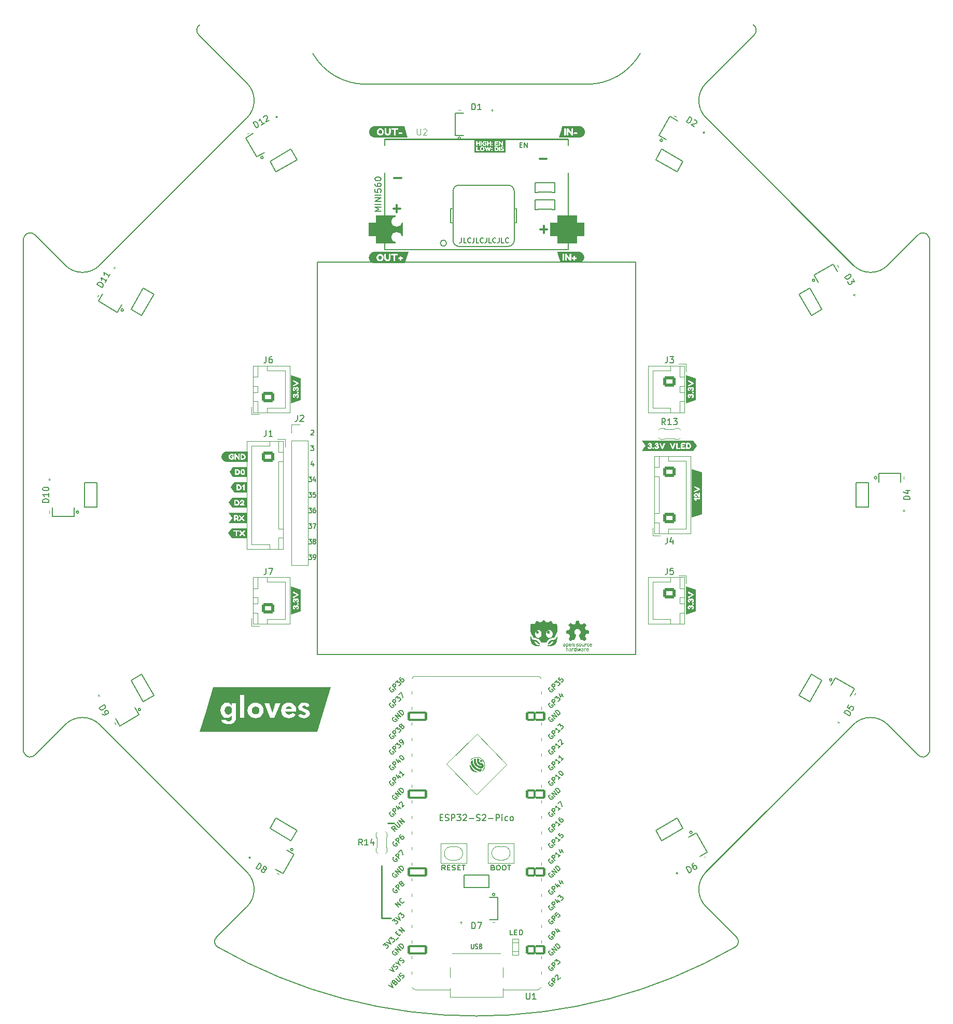
<source format=gbr>
%TF.GenerationSoftware,KiCad,Pcbnew,8.0.3*%
%TF.CreationDate,2024-07-01T22:35:14+08:00*%
%TF.ProjectId,bottom-rounded,626f7474-6f6d-42d7-926f-756e6465642e,1.2.0*%
%TF.SameCoordinates,Original*%
%TF.FileFunction,Legend,Top*%
%TF.FilePolarity,Positive*%
%FSLAX46Y46*%
G04 Gerber Fmt 4.6, Leading zero omitted, Abs format (unit mm)*
G04 Created by KiCad (PCBNEW 8.0.3) date 2024-07-01 22:35:14*
%MOMM*%
%LPD*%
G01*
G04 APERTURE LIST*
G04 Aperture macros list*
%AMRoundRect*
0 Rectangle with rounded corners*
0 $1 Rounding radius*
0 $2 $3 $4 $5 $6 $7 $8 $9 X,Y pos of 4 corners*
0 Add a 4 corners polygon primitive as box body*
4,1,4,$2,$3,$4,$5,$6,$7,$8,$9,$2,$3,0*
0 Add four circle primitives for the rounded corners*
1,1,$1+$1,$2,$3*
1,1,$1+$1,$4,$5*
1,1,$1+$1,$6,$7*
1,1,$1+$1,$8,$9*
0 Add four rect primitives between the rounded corners*
20,1,$1+$1,$2,$3,$4,$5,0*
20,1,$1+$1,$4,$5,$6,$7,0*
20,1,$1+$1,$6,$7,$8,$9,0*
20,1,$1+$1,$8,$9,$2,$3,0*%
%AMRotRect*
0 Rectangle, with rotation*
0 The origin of the aperture is its center*
0 $1 length*
0 $2 width*
0 $3 Rotation angle, in degrees counterclockwise*
0 Add horizontal line*
21,1,$1,$2,0,0,$3*%
%AMFreePoly0*
4,1,26,1.935306,0.780194,1.989950,0.741421,2.341421,0.389950,2.388777,0.314585,2.400000,0.248529,2.400000,-0.248529,2.380194,-0.335306,2.341421,-0.389950,1.989950,-0.741421,1.914585,-0.788777,1.848529,-0.800000,0.000000,-0.800000,-0.248529,-0.800000,-0.335306,-0.780194,-0.389950,-0.741421,-0.741421,-0.389950,-0.788777,-0.314585,-0.800000,-0.248529,-0.800000,0.248529,-0.780194,0.335306,
-0.741421,0.389950,-0.389950,0.741421,-0.314585,0.788777,-0.248529,0.800000,1.848529,0.800000,1.935306,0.780194,1.935306,0.780194,$1*%
%AMFreePoly1*
4,1,26,0.335306,0.780194,0.389950,0.741421,0.741421,0.389950,0.788777,0.314585,0.800000,0.248529,0.800000,-0.248529,0.780194,-0.335306,0.741421,-0.389950,0.389950,-0.741421,0.314585,-0.788777,0.248529,-0.800000,0.000000,-0.800000,-0.248529,-0.800000,-0.335306,-0.780194,-0.389950,-0.741421,-0.741421,-0.389950,-0.788777,-0.314585,-0.800000,-0.248529,-0.800000,0.248529,-0.780194,0.335306,
-0.741421,0.389950,-0.389950,0.741421,-0.314585,0.788777,-0.248529,0.800000,0.248529,0.800000,0.335306,0.780194,0.335306,0.780194,$1*%
G04 Aperture macros list end*
%ADD10C,0.200000*%
%ADD11C,0.250000*%
%ADD12C,0.150000*%
%ADD13C,0.180000*%
%ADD14C,0.125000*%
%ADD15C,0.100000*%
%ADD16C,0.300000*%
%ADD17C,0.120000*%
%ADD18C,0.000000*%
%ADD19O,1.100000X1.800000*%
%ADD20O,1.100000X2.400000*%
%ADD21FreePoly0,180.000000*%
%ADD22FreePoly1,180.000000*%
%ADD23O,3.200000X1.600000*%
%ADD24C,1.600000*%
%ADD25RoundRect,0.200000X1.400000X0.600000X-1.400000X0.600000X-1.400000X-0.600000X1.400000X-0.600000X0*%
%ADD26RoundRect,0.200000X0.600000X0.600000X-0.600000X0.600000X-0.600000X-0.600000X0.600000X-0.600000X0*%
%ADD27RoundRect,0.250000X0.725000X-0.600000X0.725000X0.600000X-0.725000X0.600000X-0.725000X-0.600000X0*%
%ADD28O,1.950000X1.700000*%
%ADD29C,0.800000*%
%ADD30C,6.400000*%
%ADD31RoundRect,0.250000X0.750000X-0.600000X0.750000X0.600000X-0.750000X0.600000X-0.750000X-0.600000X0*%
%ADD32O,2.000000X1.700000*%
%ADD33RotRect,1.190000X3.000000X120.000000*%
%ADD34RotRect,1.190000X3.000000X330.000000*%
%ADD35R,3.000000X1.190000*%
%ADD36R,1.190000X3.000000*%
%ADD37R,1.700000X1.700000*%
%ADD38O,1.700000X1.700000*%
%ADD39C,1.400000*%
%ADD40O,1.400000X1.400000*%
%ADD41RotRect,1.190000X3.000000X150.000000*%
%ADD42RotRect,1.190000X3.000000X300.000000*%
%ADD43RoundRect,0.250000X-0.725000X0.600000X-0.725000X-0.600000X0.725000X-0.600000X0.725000X0.600000X0*%
%ADD44RoundRect,0.250000X-0.750000X0.600000X-0.750000X-0.600000X0.750000X-0.600000X0.750000X0.600000X0*%
%ADD45RotRect,1.190000X3.000000X30.000000*%
%ADD46RotRect,1.190000X3.000000X60.000000*%
%ADD47RotRect,1.190000X3.000000X240.000000*%
%ADD48R,5.544000X4.528000*%
%ADD49RoundRect,1.132000X1.640000X-1.132000X1.640000X1.132000X-1.640000X1.132000X-1.640000X-1.132000X0*%
%ADD50C,1.700000*%
%ADD51C,1.524000*%
%ADD52RotRect,1.190000X3.000000X210.000000*%
G04 APERTURE END LIST*
D10*
X146097727Y-124748737D02*
G75*
G02*
X142997727Y-124748737I-1550000J0D01*
G01*
X142997727Y-124748737D02*
G75*
G02*
X146097727Y-124748737I1550000J0D01*
G01*
X167175142Y-62523343D02*
G75*
G02*
X161508476Y-62513527I-2828442J2828443D01*
G01*
X79050000Y-122500000D02*
G75*
G02*
X75950000Y-122500000I-1550000J0D01*
G01*
X75950000Y-122500000D02*
G75*
G02*
X79050000Y-122500000I1550000J0D01*
G01*
X137476674Y-38481725D02*
G75*
G02*
X137476676Y-32824873I2828426J2828425D01*
G01*
X62523346Y-161518295D02*
X38481710Y-137476659D01*
X172172885Y-142474400D02*
X167175144Y-137476659D01*
X87750000Y-44000000D02*
G75*
G02*
X86250000Y-44000000I-750000J0D01*
G01*
X86250000Y-44000000D02*
G75*
G02*
X87750000Y-44000000I750000J0D01*
G01*
X75600000Y-168000000D02*
G75*
G02*
X72400000Y-168000000I-1600000J0D01*
G01*
X72400000Y-168000000D02*
G75*
G02*
X75600000Y-168000000I1600000J0D01*
G01*
X164000000Y-102000000D02*
X162000000Y-102000000D01*
X38481712Y-137476661D02*
X62523346Y-161518295D01*
X124250000Y-65500000D02*
G75*
G02*
X120750000Y-65500000I-1750000J0D01*
G01*
X120750000Y-65500000D02*
G75*
G02*
X124250000Y-65500000I1750000J0D01*
G01*
X45306425Y-70732051D02*
X43574374Y-69732051D01*
X74000000Y-62000000D02*
X74000000Y-126000000D01*
X69550000Y-30000000D02*
G75*
G02*
X66450000Y-30000000I-1550000J0D01*
G01*
X66450000Y-30000000D02*
G75*
G02*
X69550000Y-30000000I1550000J0D01*
G01*
X57525600Y-172172885D02*
X62523343Y-167175142D01*
X164000000Y-98000000D02*
X164000000Y-102000000D01*
X124050000Y-65500000D02*
G75*
G02*
X120950000Y-65500000I-1550000J0D01*
G01*
X120950000Y-65500000D02*
G75*
G02*
X124050000Y-65500000I1550000J0D01*
G01*
X26000000Y-141821047D02*
X26253614Y-142266675D01*
X27827115Y-57525600D02*
X32824853Y-62523338D01*
X129267949Y-45306425D02*
X130267949Y-43574374D01*
X152693575Y-67267949D02*
X154425626Y-66267949D01*
X137476657Y-167175142D02*
G75*
G02*
X137486473Y-161508476I2828443J2828442D01*
G01*
X66267949Y-45574374D02*
X69732051Y-43574374D01*
X85000000Y-60000000D02*
X85000000Y-42000000D01*
X98000000Y-162000000D02*
X102000000Y-162000000D01*
X102000000Y-162000000D02*
X102000000Y-164000000D01*
X38481711Y-62523340D02*
G75*
G02*
X32824850Y-62523341I-2828431J2828430D01*
G01*
X62523333Y-32824848D02*
G75*
G02*
X62523332Y-38481713I-2828433J-2828432D01*
G01*
X54599842Y-24901357D02*
G75*
G02*
X54799002Y-23332759I707158J707157D01*
G01*
X43574374Y-130267949D02*
X45306425Y-129267949D01*
X169600000Y-126000000D02*
G75*
G02*
X166400000Y-126000000I-1600000J0D01*
G01*
X166400000Y-126000000D02*
G75*
G02*
X169600000Y-126000000I1600000J0D01*
G01*
X95100000Y-58925000D02*
G75*
G02*
X94100000Y-58925000I-500000J0D01*
G01*
X94100000Y-58925000D02*
G75*
G02*
X95100000Y-58925000I500000J0D01*
G01*
X26000000Y-58178953D02*
X26250905Y-57738085D01*
X169600000Y-74000000D02*
G75*
G02*
X166400000Y-74000000I-1600000J0D01*
G01*
X166400000Y-74000000D02*
G75*
G02*
X169600000Y-74000000I1600000J0D01*
G01*
X38481711Y-62523340D02*
G75*
G02*
X32824849Y-62523340I-2828431J2828430D01*
G01*
X145392384Y-24909131D02*
X137476659Y-32824856D01*
X76801263Y-144547727D02*
G75*
G02*
X73701263Y-144547727I-1550000J0D01*
G01*
X73701263Y-144547727D02*
G75*
G02*
X76801263Y-144547727I1550000J0D01*
G01*
X81933760Y-33000000D02*
G75*
G02*
X73273498Y-27999995I0J10000010D01*
G01*
X133732051Y-154425626D02*
X130267949Y-156425626D01*
X26248196Y-142257155D02*
X26000000Y-141821047D01*
X113750000Y-55460000D02*
G75*
G02*
X112250000Y-55460000I-750000J0D01*
G01*
X112250000Y-55460000D02*
G75*
G02*
X113750000Y-55460000I750000J0D01*
G01*
X27827107Y-142474408D02*
G75*
G02*
X26248195Y-142257155I-707107J707108D01*
G01*
X74000000Y-126000000D02*
X126000000Y-126000000D01*
X47306425Y-67267949D02*
X45306425Y-70732051D01*
X69732051Y-156425626D02*
X66267949Y-154425626D01*
X57002273Y-75251263D02*
G75*
G02*
X53902273Y-75251263I-1550000J0D01*
G01*
X53902273Y-75251263D02*
G75*
G02*
X57002273Y-75251263I1550000J0D01*
G01*
X57002273Y-124748737D02*
G75*
G02*
X53902273Y-124748737I-1550000J0D01*
G01*
X53902273Y-124748737D02*
G75*
G02*
X57002273Y-124748737I1550000J0D01*
G01*
X126726468Y-28000051D02*
G75*
G02*
X118066300Y-33000001I-8660168J4999951D01*
G01*
X145201009Y-23332740D02*
G75*
G02*
X145408117Y-24893368I-507909J-861460D01*
G01*
X161518288Y-137476661D02*
G75*
G02*
X167175127Y-137476676I2828412J-2828439D01*
G01*
D11*
X84500000Y-169000000D02*
X86000000Y-169000000D01*
D10*
X129267949Y-154693575D02*
X132732051Y-152693575D01*
X124250000Y-122500000D02*
G75*
G02*
X120750000Y-122500000I-1750000J0D01*
G01*
X120750000Y-122500000D02*
G75*
G02*
X124250000Y-122500000I1750000J0D01*
G01*
X137476657Y-167175142D02*
X142474408Y-172172893D01*
X132732051Y-152693575D02*
X133732051Y-154425626D01*
X126298737Y-144547727D02*
G75*
G02*
X123198737Y-144547727I-1550000J0D01*
G01*
X123198737Y-144547727D02*
G75*
G02*
X126298737Y-144547727I1550000J0D01*
G01*
X137476659Y-32824856D02*
X145408132Y-24893383D01*
X76801263Y-144547727D02*
G75*
G02*
X73701263Y-144547727I-1550000J0D01*
G01*
X73701263Y-144547727D02*
G75*
G02*
X76801263Y-144547727I1550000J0D01*
G01*
X57002273Y-75251263D02*
G75*
G02*
X53902273Y-75251263I-1550000J0D01*
G01*
X53902273Y-75251263D02*
G75*
G02*
X57002273Y-75251263I1550000J0D01*
G01*
X70732051Y-154693575D02*
X69732051Y-156425626D01*
X126298737Y-55452273D02*
G75*
G02*
X123198737Y-55452273I-1550000J0D01*
G01*
X123198737Y-55452273D02*
G75*
G02*
X126298737Y-55452273I1550000J0D01*
G01*
X126000000Y-126000000D02*
X126000000Y-62000000D01*
X133550000Y-30000000D02*
G75*
G02*
X130450000Y-30000000I-1550000J0D01*
G01*
X130450000Y-30000000D02*
G75*
G02*
X133550000Y-30000000I1550000J0D01*
G01*
X137486473Y-161508476D02*
X161518275Y-137476674D01*
X66267949Y-154425626D02*
X67267949Y-152693575D01*
X145201009Y-23332740D02*
G75*
G02*
X145392370Y-24909117I-507909J-861460D01*
G01*
X38481707Y-137476662D02*
X38481710Y-137476659D01*
X161508476Y-62513527D02*
X137476674Y-38481725D01*
X142264523Y-173747611D02*
G75*
G02*
X57735477Y-173747611I-42264523J73747612D01*
G01*
X173749095Y-142261915D02*
G75*
G02*
X172172896Y-142474389I-869095J494615D01*
G01*
X162000000Y-102000000D02*
X162000000Y-98000000D01*
X127600000Y-168000000D02*
G75*
G02*
X124400000Y-168000000I-1600000J0D01*
G01*
X124400000Y-168000000D02*
G75*
G02*
X127600000Y-168000000I1600000J0D01*
G01*
X173749095Y-142261915D02*
X174000000Y-141821047D01*
X126000000Y-62000000D02*
X74000000Y-62000000D01*
X126726468Y-28000051D02*
G75*
G02*
X118066300Y-33000001I-8660168J4999951D01*
G01*
X172172893Y-57525592D02*
X167175142Y-62523343D01*
X32824854Y-137476661D02*
G75*
G02*
X38481707Y-137476662I2828426J-2828419D01*
G01*
X79250000Y-65500000D02*
G75*
G02*
X75750000Y-65500000I-1750000J0D01*
G01*
X75750000Y-65500000D02*
G75*
G02*
X79250000Y-65500000I1750000J0D01*
G01*
X79050000Y-65500000D02*
G75*
G02*
X75950000Y-65500000I-1550000J0D01*
G01*
X75950000Y-65500000D02*
G75*
G02*
X79050000Y-65500000I1550000J0D01*
G01*
X26250905Y-57738085D02*
G75*
G02*
X27827104Y-57525611I869095J-494615D01*
G01*
X137476675Y-38481726D02*
X161527866Y-62532917D01*
X38000000Y-102000000D02*
X36000000Y-102000000D01*
X152693575Y-132732051D02*
X154693575Y-129267949D01*
X98000000Y-164000000D02*
X98000000Y-162000000D01*
X124050000Y-122500000D02*
G75*
G02*
X120950000Y-122500000I-1550000J0D01*
G01*
X120950000Y-122500000D02*
G75*
G02*
X124050000Y-122500000I1550000J0D01*
G01*
X79250000Y-122500000D02*
G75*
G02*
X75750000Y-122500000I-1750000J0D01*
G01*
X75750000Y-122500000D02*
G75*
G02*
X79250000Y-122500000I1750000J0D01*
G01*
X62523335Y-38481716D02*
X38481711Y-62523340D01*
X132732051Y-47306425D02*
X129267949Y-45306425D01*
X79050000Y-65500000D02*
G75*
G02*
X75950000Y-65500000I-1550000J0D01*
G01*
X75950000Y-65500000D02*
G75*
G02*
X79050000Y-65500000I1550000J0D01*
G01*
X75600000Y-168000000D02*
G75*
G02*
X72400000Y-168000000I-1600000J0D01*
G01*
X72400000Y-168000000D02*
G75*
G02*
X75600000Y-168000000I1600000J0D01*
G01*
X169600000Y-126000000D02*
G75*
G02*
X166400000Y-126000000I-1600000J0D01*
G01*
X166400000Y-126000000D02*
G75*
G02*
X169600000Y-126000000I1600000J0D01*
G01*
X142474408Y-172172893D02*
G75*
G02*
X142264529Y-173747621I-707108J-707107D01*
G01*
X36000000Y-102000000D02*
X36000000Y-98000000D01*
X67267949Y-47306425D02*
X66267949Y-45574374D01*
X126298737Y-55452273D02*
G75*
G02*
X123198737Y-55452273I-1550000J0D01*
G01*
X123198737Y-55452273D02*
G75*
G02*
X126298737Y-55452273I1550000J0D01*
G01*
X62523332Y-32824847D02*
X54599842Y-24901357D01*
X127600000Y-168000000D02*
G75*
G02*
X124400000Y-168000000I-1600000J0D01*
G01*
X124400000Y-168000000D02*
G75*
G02*
X127600000Y-168000000I1600000J0D01*
G01*
X154425626Y-66267949D02*
X156425626Y-69732051D01*
X36000000Y-98000000D02*
X38000000Y-98000000D01*
X45574374Y-66267949D02*
X47306425Y-67267949D01*
X167175146Y-137476661D02*
X172172885Y-142474400D01*
X62523346Y-161518295D02*
G75*
G02*
X62523346Y-167175145I-2828426J-2828425D01*
G01*
X154425626Y-133732051D02*
X152693575Y-132732051D01*
X26250905Y-57738085D02*
G75*
G02*
X27827104Y-57525611I869095J-494615D01*
G01*
X124050000Y-65500000D02*
G75*
G02*
X120950000Y-65500000I-1550000J0D01*
G01*
X120950000Y-65500000D02*
G75*
G02*
X124050000Y-65500000I1550000J0D01*
G01*
X54599843Y-24901358D02*
G75*
G02*
X54799002Y-23332759I707157J707158D01*
G01*
X45574374Y-133732051D02*
X43574374Y-130267949D01*
X62523343Y-167175142D02*
X57525600Y-172172885D01*
X169600000Y-74000000D02*
G75*
G02*
X166400000Y-74000000I-1600000J0D01*
G01*
X166400000Y-74000000D02*
G75*
G02*
X169600000Y-74000000I1600000J0D01*
G01*
X38000000Y-98000000D02*
X38000000Y-102000000D01*
X54599843Y-24901358D02*
X62523333Y-32824848D01*
X167175142Y-62523343D02*
X172172893Y-57525592D01*
X87750000Y-46540000D02*
G75*
G02*
X86250000Y-46540000I-750000J0D01*
G01*
X86250000Y-46540000D02*
G75*
G02*
X87750000Y-46540000I750000J0D01*
G01*
X69732051Y-43574374D02*
X70732051Y-45306425D01*
X33600000Y-74000000D02*
G75*
G02*
X30400000Y-74000000I-1600000J0D01*
G01*
X30400000Y-74000000D02*
G75*
G02*
X33600000Y-74000000I1600000J0D01*
G01*
D11*
X85500000Y-153500000D02*
X86500000Y-153500000D01*
D10*
X142474408Y-172172893D02*
X137476657Y-167175142D01*
X173749095Y-142261915D02*
G75*
G02*
X172172896Y-142474389I-869095J494615D01*
G01*
X174000000Y-141821047D02*
X173749095Y-142261915D01*
X154693575Y-129267949D02*
X156425626Y-130267949D01*
X156425626Y-69732051D02*
X154693575Y-70732051D01*
X27827107Y-142474408D02*
X32824853Y-137476662D01*
X26000000Y-141821047D02*
X26000000Y-58178953D01*
X133732051Y-45574374D02*
X132732051Y-47306425D01*
X69550000Y-30000000D02*
G75*
G02*
X66450000Y-30000000I-1550000J0D01*
G01*
X66450000Y-30000000D02*
G75*
G02*
X69550000Y-30000000I1550000J0D01*
G01*
X115000000Y-42000000D02*
X115000000Y-60000000D01*
X87750000Y-55460000D02*
G75*
G02*
X86250000Y-55460000I-750000J0D01*
G01*
X86250000Y-55460000D02*
G75*
G02*
X87750000Y-55460000I750000J0D01*
G01*
X45306425Y-129267949D02*
X47306425Y-132732051D01*
X173751979Y-57743152D02*
X174000000Y-58178953D01*
X113750000Y-58000000D02*
G75*
G02*
X112250000Y-58000000I-750000J0D01*
G01*
X112250000Y-58000000D02*
G75*
G02*
X113750000Y-58000000I750000J0D01*
G01*
X146097727Y-75251263D02*
G75*
G02*
X142997727Y-75251263I-1550000J0D01*
G01*
X142997727Y-75251263D02*
G75*
G02*
X146097727Y-75251263I1550000J0D01*
G01*
X76801263Y-55452273D02*
G75*
G02*
X73701263Y-55452273I-1550000J0D01*
G01*
X73701263Y-55452273D02*
G75*
G02*
X76801263Y-55452273I1550000J0D01*
G01*
X167175142Y-62523343D02*
G75*
G02*
X161527865Y-62532918I-2828442J2828443D01*
G01*
X79050000Y-122500000D02*
G75*
G02*
X75950000Y-122500000I-1550000J0D01*
G01*
X75950000Y-122500000D02*
G75*
G02*
X79050000Y-122500000I1550000J0D01*
G01*
X137476657Y-167175142D02*
G75*
G02*
X137466876Y-161528073I2828443J2828442D01*
G01*
X32824854Y-137476661D02*
X27827107Y-142474408D01*
X126298737Y-144547727D02*
G75*
G02*
X123198737Y-144547727I-1550000J0D01*
G01*
X123198737Y-144547727D02*
G75*
G02*
X126298737Y-144547727I1550000J0D01*
G01*
X161518275Y-137476674D02*
G75*
G02*
X167175129Y-137476678I2828425J-2828426D01*
G01*
X47306425Y-132732051D02*
X45574374Y-133732051D01*
X156425626Y-130267949D02*
X154425626Y-133732051D01*
X161518288Y-137476661D02*
X137466876Y-161528073D01*
X142474408Y-172172893D02*
G75*
G02*
X142264529Y-173747621I-707108J-707107D01*
G01*
X174000000Y-58178953D02*
X173746297Y-57733169D01*
X62523346Y-161518295D02*
G75*
G02*
X62523346Y-167175145I-2828426J-2828425D01*
G01*
X33600000Y-126000000D02*
G75*
G02*
X30400000Y-126000000I-1600000J0D01*
G01*
X30400000Y-126000000D02*
G75*
G02*
X33600000Y-126000000I1600000J0D01*
G01*
X85000000Y-42000000D02*
X115000000Y-42000000D01*
X174000000Y-58178953D02*
X174000000Y-141821047D01*
X27827107Y-142474408D02*
G75*
G02*
X26253613Y-142266675I-707107J707108D01*
G01*
X62523332Y-32824847D02*
G75*
G02*
X62523333Y-38481712I-2828432J-2828433D01*
G01*
X33600000Y-126000000D02*
G75*
G02*
X30400000Y-126000000I-1600000J0D01*
G01*
X30400000Y-126000000D02*
G75*
G02*
X33600000Y-126000000I1600000J0D01*
G01*
X32824853Y-137476662D02*
G75*
G02*
X38481709Y-137476664I2828427J-2828428D01*
G01*
X76801263Y-55452273D02*
G75*
G02*
X73701263Y-55452273I-1550000J0D01*
G01*
X73701263Y-55452273D02*
G75*
G02*
X76801263Y-55452273I1550000J0D01*
G01*
X43574374Y-69732051D02*
X45574374Y-66267949D01*
X154693575Y-70732051D02*
X152693575Y-67267949D01*
D11*
X84500000Y-160500000D02*
X84500000Y-169000000D01*
D10*
X130267949Y-43574374D02*
X133732051Y-45574374D01*
X33600000Y-74000000D02*
G75*
G02*
X30400000Y-74000000I-1600000J0D01*
G01*
X30400000Y-74000000D02*
G75*
G02*
X33600000Y-74000000I1600000J0D01*
G01*
X38481711Y-62523340D02*
X62523336Y-38481715D01*
X57735477Y-173747611D02*
G75*
G02*
X57525608Y-172172893I497223J867611D01*
G01*
X118066300Y-33000000D02*
X81933760Y-33000000D01*
X146097727Y-75251263D02*
G75*
G02*
X142997727Y-75251263I-1550000J0D01*
G01*
X142997727Y-75251263D02*
G75*
G02*
X146097727Y-75251263I1550000J0D01*
G01*
X146097727Y-124748737D02*
G75*
G02*
X142997727Y-124748737I-1550000J0D01*
G01*
X142997727Y-124748737D02*
G75*
G02*
X146097727Y-124748737I1550000J0D01*
G01*
X124050000Y-122500000D02*
G75*
G02*
X120950000Y-122500000I-1550000J0D01*
G01*
X120950000Y-122500000D02*
G75*
G02*
X124050000Y-122500000I1550000J0D01*
G01*
X133550000Y-30000000D02*
G75*
G02*
X130450000Y-30000000I-1550000J0D01*
G01*
X130450000Y-30000000D02*
G75*
G02*
X133550000Y-30000000I1550000J0D01*
G01*
X81933760Y-33000000D02*
G75*
G02*
X73273498Y-27999995I0J10000010D01*
G01*
X113750000Y-44000000D02*
G75*
G02*
X112250000Y-44000000I-750000J0D01*
G01*
X112250000Y-44000000D02*
G75*
G02*
X113750000Y-44000000I750000J0D01*
G01*
X172172893Y-57525592D02*
G75*
G02*
X173751978Y-57743153I707107J-707108D01*
G01*
X57735477Y-173747611D02*
G75*
G02*
X57525608Y-172172893I497223J867611D01*
G01*
X102000000Y-164000000D02*
X98000000Y-164000000D01*
X172172893Y-57525592D02*
G75*
G02*
X173746297Y-57733169I707107J-707108D01*
G01*
X115000000Y-60000000D02*
X85000000Y-60000000D01*
X142264523Y-173747611D02*
G75*
G02*
X57735477Y-173747611I-42264523J73747612D01*
G01*
X137476675Y-38481726D02*
G75*
G02*
X137476676Y-32824873I2828425J2828426D01*
G01*
X67267949Y-152693575D02*
X70732051Y-154693575D01*
X174000000Y-141821047D02*
X174000000Y-58178953D01*
X57002273Y-124748737D02*
G75*
G02*
X53902273Y-124748737I-1550000J0D01*
G01*
X53902273Y-124748737D02*
G75*
G02*
X57002273Y-124748737I1550000J0D01*
G01*
X162000000Y-98000000D02*
X164000000Y-98000000D01*
X70732051Y-45306425D02*
X67267949Y-47306425D01*
X130267949Y-156425626D02*
X129267949Y-154693575D01*
X113750000Y-46540000D02*
G75*
G02*
X112250000Y-46540000I-750000J0D01*
G01*
X112250000Y-46540000D02*
G75*
G02*
X113750000Y-46540000I750000J0D01*
G01*
X26250905Y-57738085D02*
X26000000Y-58178953D01*
X26000000Y-58178953D02*
X26000000Y-141821047D01*
X32824852Y-62523337D02*
X27827115Y-57525600D01*
X87750000Y-58000000D02*
G75*
G02*
X86250000Y-58000000I-750000J0D01*
G01*
X86250000Y-58000000D02*
G75*
G02*
X87750000Y-58000000I750000J0D01*
G01*
X81933760Y-33000000D02*
X118066300Y-33000000D01*
D12*
X73358381Y-94758961D02*
X73358381Y-95292295D01*
X73167905Y-94454200D02*
X72977428Y-95025628D01*
X72977428Y-95025628D02*
X73472667Y-95025628D01*
X97554761Y-58062295D02*
X97554761Y-58633723D01*
X97554761Y-58633723D02*
X97516666Y-58748009D01*
X97516666Y-58748009D02*
X97440475Y-58824200D01*
X97440475Y-58824200D02*
X97326190Y-58862295D01*
X97326190Y-58862295D02*
X97249999Y-58862295D01*
X98316666Y-58862295D02*
X97935714Y-58862295D01*
X97935714Y-58862295D02*
X97935714Y-58062295D01*
X99040476Y-58786104D02*
X99002380Y-58824200D01*
X99002380Y-58824200D02*
X98888095Y-58862295D01*
X98888095Y-58862295D02*
X98811904Y-58862295D01*
X98811904Y-58862295D02*
X98697618Y-58824200D01*
X98697618Y-58824200D02*
X98621428Y-58748009D01*
X98621428Y-58748009D02*
X98583333Y-58671819D01*
X98583333Y-58671819D02*
X98545237Y-58519438D01*
X98545237Y-58519438D02*
X98545237Y-58405152D01*
X98545237Y-58405152D02*
X98583333Y-58252771D01*
X98583333Y-58252771D02*
X98621428Y-58176580D01*
X98621428Y-58176580D02*
X98697618Y-58100390D01*
X98697618Y-58100390D02*
X98811904Y-58062295D01*
X98811904Y-58062295D02*
X98888095Y-58062295D01*
X98888095Y-58062295D02*
X99002380Y-58100390D01*
X99002380Y-58100390D02*
X99040476Y-58138485D01*
X99611904Y-58062295D02*
X99611904Y-58633723D01*
X99611904Y-58633723D02*
X99573809Y-58748009D01*
X99573809Y-58748009D02*
X99497618Y-58824200D01*
X99497618Y-58824200D02*
X99383333Y-58862295D01*
X99383333Y-58862295D02*
X99307142Y-58862295D01*
X100373809Y-58862295D02*
X99992857Y-58862295D01*
X99992857Y-58862295D02*
X99992857Y-58062295D01*
X101097619Y-58786104D02*
X101059523Y-58824200D01*
X101059523Y-58824200D02*
X100945238Y-58862295D01*
X100945238Y-58862295D02*
X100869047Y-58862295D01*
X100869047Y-58862295D02*
X100754761Y-58824200D01*
X100754761Y-58824200D02*
X100678571Y-58748009D01*
X100678571Y-58748009D02*
X100640476Y-58671819D01*
X100640476Y-58671819D02*
X100602380Y-58519438D01*
X100602380Y-58519438D02*
X100602380Y-58405152D01*
X100602380Y-58405152D02*
X100640476Y-58252771D01*
X100640476Y-58252771D02*
X100678571Y-58176580D01*
X100678571Y-58176580D02*
X100754761Y-58100390D01*
X100754761Y-58100390D02*
X100869047Y-58062295D01*
X100869047Y-58062295D02*
X100945238Y-58062295D01*
X100945238Y-58062295D02*
X101059523Y-58100390D01*
X101059523Y-58100390D02*
X101097619Y-58138485D01*
X101669047Y-58062295D02*
X101669047Y-58633723D01*
X101669047Y-58633723D02*
X101630952Y-58748009D01*
X101630952Y-58748009D02*
X101554761Y-58824200D01*
X101554761Y-58824200D02*
X101440476Y-58862295D01*
X101440476Y-58862295D02*
X101364285Y-58862295D01*
X102430952Y-58862295D02*
X102050000Y-58862295D01*
X102050000Y-58862295D02*
X102050000Y-58062295D01*
X103154762Y-58786104D02*
X103116666Y-58824200D01*
X103116666Y-58824200D02*
X103002381Y-58862295D01*
X103002381Y-58862295D02*
X102926190Y-58862295D01*
X102926190Y-58862295D02*
X102811904Y-58824200D01*
X102811904Y-58824200D02*
X102735714Y-58748009D01*
X102735714Y-58748009D02*
X102697619Y-58671819D01*
X102697619Y-58671819D02*
X102659523Y-58519438D01*
X102659523Y-58519438D02*
X102659523Y-58405152D01*
X102659523Y-58405152D02*
X102697619Y-58252771D01*
X102697619Y-58252771D02*
X102735714Y-58176580D01*
X102735714Y-58176580D02*
X102811904Y-58100390D01*
X102811904Y-58100390D02*
X102926190Y-58062295D01*
X102926190Y-58062295D02*
X103002381Y-58062295D01*
X103002381Y-58062295D02*
X103116666Y-58100390D01*
X103116666Y-58100390D02*
X103154762Y-58138485D01*
X103726190Y-58062295D02*
X103726190Y-58633723D01*
X103726190Y-58633723D02*
X103688095Y-58748009D01*
X103688095Y-58748009D02*
X103611904Y-58824200D01*
X103611904Y-58824200D02*
X103497619Y-58862295D01*
X103497619Y-58862295D02*
X103421428Y-58862295D01*
X104488095Y-58862295D02*
X104107143Y-58862295D01*
X104107143Y-58862295D02*
X104107143Y-58062295D01*
X105211905Y-58786104D02*
X105173809Y-58824200D01*
X105173809Y-58824200D02*
X105059524Y-58862295D01*
X105059524Y-58862295D02*
X104983333Y-58862295D01*
X104983333Y-58862295D02*
X104869047Y-58824200D01*
X104869047Y-58824200D02*
X104792857Y-58748009D01*
X104792857Y-58748009D02*
X104754762Y-58671819D01*
X104754762Y-58671819D02*
X104716666Y-58519438D01*
X104716666Y-58519438D02*
X104716666Y-58405152D01*
X104716666Y-58405152D02*
X104754762Y-58252771D01*
X104754762Y-58252771D02*
X104792857Y-58176580D01*
X104792857Y-58176580D02*
X104869047Y-58100390D01*
X104869047Y-58100390D02*
X104983333Y-58062295D01*
X104983333Y-58062295D02*
X105059524Y-58062295D01*
X105059524Y-58062295D02*
X105173809Y-58100390D01*
X105173809Y-58100390D02*
X105211905Y-58138485D01*
X72639333Y-102112295D02*
X73072666Y-102112295D01*
X73072666Y-102112295D02*
X72839333Y-102417057D01*
X72839333Y-102417057D02*
X72939333Y-102417057D01*
X72939333Y-102417057D02*
X73005999Y-102455152D01*
X73005999Y-102455152D02*
X73039333Y-102493247D01*
X73039333Y-102493247D02*
X73072666Y-102569438D01*
X73072666Y-102569438D02*
X73072666Y-102759914D01*
X73072666Y-102759914D02*
X73039333Y-102836104D01*
X73039333Y-102836104D02*
X73005999Y-102874200D01*
X73005999Y-102874200D02*
X72939333Y-102912295D01*
X72939333Y-102912295D02*
X72739333Y-102912295D01*
X72739333Y-102912295D02*
X72672666Y-102874200D01*
X72672666Y-102874200D02*
X72639333Y-102836104D01*
X73672666Y-102112295D02*
X73539333Y-102112295D01*
X73539333Y-102112295D02*
X73472666Y-102150390D01*
X73472666Y-102150390D02*
X73439333Y-102188485D01*
X73439333Y-102188485D02*
X73372666Y-102302771D01*
X73372666Y-102302771D02*
X73339333Y-102455152D01*
X73339333Y-102455152D02*
X73339333Y-102759914D01*
X73339333Y-102759914D02*
X73372666Y-102836104D01*
X73372666Y-102836104D02*
X73406000Y-102874200D01*
X73406000Y-102874200D02*
X73472666Y-102912295D01*
X73472666Y-102912295D02*
X73606000Y-102912295D01*
X73606000Y-102912295D02*
X73672666Y-102874200D01*
X73672666Y-102874200D02*
X73706000Y-102836104D01*
X73706000Y-102836104D02*
X73739333Y-102759914D01*
X73739333Y-102759914D02*
X73739333Y-102569438D01*
X73739333Y-102569438D02*
X73706000Y-102493247D01*
X73706000Y-102493247D02*
X73672666Y-102455152D01*
X73672666Y-102455152D02*
X73606000Y-102417057D01*
X73606000Y-102417057D02*
X73472666Y-102417057D01*
X73472666Y-102417057D02*
X73406000Y-102455152D01*
X73406000Y-102455152D02*
X73372666Y-102493247D01*
X73372666Y-102493247D02*
X73339333Y-102569438D01*
X72639333Y-104652295D02*
X73072666Y-104652295D01*
X73072666Y-104652295D02*
X72839333Y-104957057D01*
X72839333Y-104957057D02*
X72939333Y-104957057D01*
X72939333Y-104957057D02*
X73005999Y-104995152D01*
X73005999Y-104995152D02*
X73039333Y-105033247D01*
X73039333Y-105033247D02*
X73072666Y-105109438D01*
X73072666Y-105109438D02*
X73072666Y-105299914D01*
X73072666Y-105299914D02*
X73039333Y-105376104D01*
X73039333Y-105376104D02*
X73005999Y-105414200D01*
X73005999Y-105414200D02*
X72939333Y-105452295D01*
X72939333Y-105452295D02*
X72739333Y-105452295D01*
X72739333Y-105452295D02*
X72672666Y-105414200D01*
X72672666Y-105414200D02*
X72639333Y-105376104D01*
X73306000Y-104652295D02*
X73772666Y-104652295D01*
X73772666Y-104652295D02*
X73472666Y-105452295D01*
X72639333Y-107192295D02*
X73072666Y-107192295D01*
X73072666Y-107192295D02*
X72839333Y-107497057D01*
X72839333Y-107497057D02*
X72939333Y-107497057D01*
X72939333Y-107497057D02*
X73005999Y-107535152D01*
X73005999Y-107535152D02*
X73039333Y-107573247D01*
X73039333Y-107573247D02*
X73072666Y-107649438D01*
X73072666Y-107649438D02*
X73072666Y-107839914D01*
X73072666Y-107839914D02*
X73039333Y-107916104D01*
X73039333Y-107916104D02*
X73005999Y-107954200D01*
X73005999Y-107954200D02*
X72939333Y-107992295D01*
X72939333Y-107992295D02*
X72739333Y-107992295D01*
X72739333Y-107992295D02*
X72672666Y-107954200D01*
X72672666Y-107954200D02*
X72639333Y-107916104D01*
X73472666Y-107535152D02*
X73406000Y-107497057D01*
X73406000Y-107497057D02*
X73372666Y-107458961D01*
X73372666Y-107458961D02*
X73339333Y-107382771D01*
X73339333Y-107382771D02*
X73339333Y-107344676D01*
X73339333Y-107344676D02*
X73372666Y-107268485D01*
X73372666Y-107268485D02*
X73406000Y-107230390D01*
X73406000Y-107230390D02*
X73472666Y-107192295D01*
X73472666Y-107192295D02*
X73606000Y-107192295D01*
X73606000Y-107192295D02*
X73672666Y-107230390D01*
X73672666Y-107230390D02*
X73706000Y-107268485D01*
X73706000Y-107268485D02*
X73739333Y-107344676D01*
X73739333Y-107344676D02*
X73739333Y-107382771D01*
X73739333Y-107382771D02*
X73706000Y-107458961D01*
X73706000Y-107458961D02*
X73672666Y-107497057D01*
X73672666Y-107497057D02*
X73606000Y-107535152D01*
X73606000Y-107535152D02*
X73472666Y-107535152D01*
X73472666Y-107535152D02*
X73406000Y-107573247D01*
X73406000Y-107573247D02*
X73372666Y-107611342D01*
X73372666Y-107611342D02*
X73339333Y-107687533D01*
X73339333Y-107687533D02*
X73339333Y-107839914D01*
X73339333Y-107839914D02*
X73372666Y-107916104D01*
X73372666Y-107916104D02*
X73406000Y-107954200D01*
X73406000Y-107954200D02*
X73472666Y-107992295D01*
X73472666Y-107992295D02*
X73606000Y-107992295D01*
X73606000Y-107992295D02*
X73672666Y-107954200D01*
X73672666Y-107954200D02*
X73706000Y-107916104D01*
X73706000Y-107916104D02*
X73739333Y-107839914D01*
X73739333Y-107839914D02*
X73739333Y-107687533D01*
X73739333Y-107687533D02*
X73706000Y-107611342D01*
X73706000Y-107611342D02*
X73672666Y-107573247D01*
X73672666Y-107573247D02*
X73606000Y-107535152D01*
X72639333Y-97032295D02*
X73072666Y-97032295D01*
X73072666Y-97032295D02*
X72839333Y-97337057D01*
X72839333Y-97337057D02*
X72939333Y-97337057D01*
X72939333Y-97337057D02*
X73005999Y-97375152D01*
X73005999Y-97375152D02*
X73039333Y-97413247D01*
X73039333Y-97413247D02*
X73072666Y-97489438D01*
X73072666Y-97489438D02*
X73072666Y-97679914D01*
X73072666Y-97679914D02*
X73039333Y-97756104D01*
X73039333Y-97756104D02*
X73005999Y-97794200D01*
X73005999Y-97794200D02*
X72939333Y-97832295D01*
X72939333Y-97832295D02*
X72739333Y-97832295D01*
X72739333Y-97832295D02*
X72672666Y-97794200D01*
X72672666Y-97794200D02*
X72639333Y-97756104D01*
X73672666Y-97298961D02*
X73672666Y-97832295D01*
X73506000Y-96994200D02*
X73339333Y-97565628D01*
X73339333Y-97565628D02*
X73772666Y-97565628D01*
X72977428Y-89488485D02*
X73015524Y-89450390D01*
X73015524Y-89450390D02*
X73091714Y-89412295D01*
X73091714Y-89412295D02*
X73282190Y-89412295D01*
X73282190Y-89412295D02*
X73358381Y-89450390D01*
X73358381Y-89450390D02*
X73396476Y-89488485D01*
X73396476Y-89488485D02*
X73434571Y-89564676D01*
X73434571Y-89564676D02*
X73434571Y-89640866D01*
X73434571Y-89640866D02*
X73396476Y-89755152D01*
X73396476Y-89755152D02*
X72939333Y-90212295D01*
X72939333Y-90212295D02*
X73434571Y-90212295D01*
X72639333Y-109732295D02*
X73072666Y-109732295D01*
X73072666Y-109732295D02*
X72839333Y-110037057D01*
X72839333Y-110037057D02*
X72939333Y-110037057D01*
X72939333Y-110037057D02*
X73005999Y-110075152D01*
X73005999Y-110075152D02*
X73039333Y-110113247D01*
X73039333Y-110113247D02*
X73072666Y-110189438D01*
X73072666Y-110189438D02*
X73072666Y-110379914D01*
X73072666Y-110379914D02*
X73039333Y-110456104D01*
X73039333Y-110456104D02*
X73005999Y-110494200D01*
X73005999Y-110494200D02*
X72939333Y-110532295D01*
X72939333Y-110532295D02*
X72739333Y-110532295D01*
X72739333Y-110532295D02*
X72672666Y-110494200D01*
X72672666Y-110494200D02*
X72639333Y-110456104D01*
X73406000Y-110532295D02*
X73539333Y-110532295D01*
X73539333Y-110532295D02*
X73606000Y-110494200D01*
X73606000Y-110494200D02*
X73639333Y-110456104D01*
X73639333Y-110456104D02*
X73706000Y-110341819D01*
X73706000Y-110341819D02*
X73739333Y-110189438D01*
X73739333Y-110189438D02*
X73739333Y-109884676D01*
X73739333Y-109884676D02*
X73706000Y-109808485D01*
X73706000Y-109808485D02*
X73672666Y-109770390D01*
X73672666Y-109770390D02*
X73606000Y-109732295D01*
X73606000Y-109732295D02*
X73472666Y-109732295D01*
X73472666Y-109732295D02*
X73406000Y-109770390D01*
X73406000Y-109770390D02*
X73372666Y-109808485D01*
X73372666Y-109808485D02*
X73339333Y-109884676D01*
X73339333Y-109884676D02*
X73339333Y-110075152D01*
X73339333Y-110075152D02*
X73372666Y-110151342D01*
X73372666Y-110151342D02*
X73406000Y-110189438D01*
X73406000Y-110189438D02*
X73472666Y-110227533D01*
X73472666Y-110227533D02*
X73606000Y-110227533D01*
X73606000Y-110227533D02*
X73672666Y-110189438D01*
X73672666Y-110189438D02*
X73706000Y-110151342D01*
X73706000Y-110151342D02*
X73739333Y-110075152D01*
X72639333Y-99572295D02*
X73072666Y-99572295D01*
X73072666Y-99572295D02*
X72839333Y-99877057D01*
X72839333Y-99877057D02*
X72939333Y-99877057D01*
X72939333Y-99877057D02*
X73005999Y-99915152D01*
X73005999Y-99915152D02*
X73039333Y-99953247D01*
X73039333Y-99953247D02*
X73072666Y-100029438D01*
X73072666Y-100029438D02*
X73072666Y-100219914D01*
X73072666Y-100219914D02*
X73039333Y-100296104D01*
X73039333Y-100296104D02*
X73005999Y-100334200D01*
X73005999Y-100334200D02*
X72939333Y-100372295D01*
X72939333Y-100372295D02*
X72739333Y-100372295D01*
X72739333Y-100372295D02*
X72672666Y-100334200D01*
X72672666Y-100334200D02*
X72639333Y-100296104D01*
X73706000Y-99572295D02*
X73372666Y-99572295D01*
X73372666Y-99572295D02*
X73339333Y-99953247D01*
X73339333Y-99953247D02*
X73372666Y-99915152D01*
X73372666Y-99915152D02*
X73439333Y-99877057D01*
X73439333Y-99877057D02*
X73606000Y-99877057D01*
X73606000Y-99877057D02*
X73672666Y-99915152D01*
X73672666Y-99915152D02*
X73706000Y-99953247D01*
X73706000Y-99953247D02*
X73739333Y-100029438D01*
X73739333Y-100029438D02*
X73739333Y-100219914D01*
X73739333Y-100219914D02*
X73706000Y-100296104D01*
X73706000Y-100296104D02*
X73672666Y-100334200D01*
X73672666Y-100334200D02*
X73606000Y-100372295D01*
X73606000Y-100372295D02*
X73439333Y-100372295D01*
X73439333Y-100372295D02*
X73372666Y-100334200D01*
X73372666Y-100334200D02*
X73339333Y-100296104D01*
X72939333Y-91952295D02*
X73434571Y-91952295D01*
X73434571Y-91952295D02*
X73167905Y-92257057D01*
X73167905Y-92257057D02*
X73282190Y-92257057D01*
X73282190Y-92257057D02*
X73358381Y-92295152D01*
X73358381Y-92295152D02*
X73396476Y-92333247D01*
X73396476Y-92333247D02*
X73434571Y-92409438D01*
X73434571Y-92409438D02*
X73434571Y-92599914D01*
X73434571Y-92599914D02*
X73396476Y-92676104D01*
X73396476Y-92676104D02*
X73358381Y-92714200D01*
X73358381Y-92714200D02*
X73282190Y-92752295D01*
X73282190Y-92752295D02*
X73053619Y-92752295D01*
X73053619Y-92752295D02*
X72977428Y-92714200D01*
X72977428Y-92714200D02*
X72939333Y-92676104D01*
X108128095Y-181254819D02*
X108128095Y-182064342D01*
X108128095Y-182064342D02*
X108175714Y-182159580D01*
X108175714Y-182159580D02*
X108223333Y-182207200D01*
X108223333Y-182207200D02*
X108318571Y-182254819D01*
X108318571Y-182254819D02*
X108509047Y-182254819D01*
X108509047Y-182254819D02*
X108604285Y-182207200D01*
X108604285Y-182207200D02*
X108651904Y-182159580D01*
X108651904Y-182159580D02*
X108699523Y-182064342D01*
X108699523Y-182064342D02*
X108699523Y-181254819D01*
X109699523Y-182254819D02*
X109128095Y-182254819D01*
X109413809Y-182254819D02*
X109413809Y-181254819D01*
X109413809Y-181254819D02*
X109318571Y-181397676D01*
X109318571Y-181397676D02*
X109223333Y-181492914D01*
X109223333Y-181492914D02*
X109128095Y-181540533D01*
X86505623Y-136228431D02*
X86424811Y-136255368D01*
X86424811Y-136255368D02*
X86343999Y-136336180D01*
X86343999Y-136336180D02*
X86290124Y-136443930D01*
X86290124Y-136443930D02*
X86290124Y-136551680D01*
X86290124Y-136551680D02*
X86317061Y-136632492D01*
X86317061Y-136632492D02*
X86397873Y-136767179D01*
X86397873Y-136767179D02*
X86478686Y-136847991D01*
X86478686Y-136847991D02*
X86613373Y-136928803D01*
X86613373Y-136928803D02*
X86694185Y-136955741D01*
X86694185Y-136955741D02*
X86801934Y-136955741D01*
X86801934Y-136955741D02*
X86909684Y-136901866D01*
X86909684Y-136901866D02*
X86963559Y-136847991D01*
X86963559Y-136847991D02*
X87017434Y-136740241D01*
X87017434Y-136740241D02*
X87017434Y-136686367D01*
X87017434Y-136686367D02*
X86828872Y-136497805D01*
X86828872Y-136497805D02*
X86721122Y-136605554D01*
X87313745Y-136497805D02*
X86748060Y-135932119D01*
X86748060Y-135932119D02*
X87636994Y-136174556D01*
X87636994Y-136174556D02*
X87071308Y-135608871D01*
X87906368Y-135905182D02*
X87340682Y-135339497D01*
X87340682Y-135339497D02*
X87475369Y-135204810D01*
X87475369Y-135204810D02*
X87583119Y-135150935D01*
X87583119Y-135150935D02*
X87690868Y-135150935D01*
X87690868Y-135150935D02*
X87771681Y-135177872D01*
X87771681Y-135177872D02*
X87906368Y-135258685D01*
X87906368Y-135258685D02*
X87987180Y-135339497D01*
X87987180Y-135339497D02*
X88067992Y-135474184D01*
X88067992Y-135474184D02*
X88094929Y-135554996D01*
X88094929Y-135554996D02*
X88094929Y-135662746D01*
X88094929Y-135662746D02*
X88041055Y-135770495D01*
X88041055Y-135770495D02*
X87906368Y-135905182D01*
X86020749Y-146630868D02*
X85939936Y-146657805D01*
X85939936Y-146657805D02*
X85859124Y-146738618D01*
X85859124Y-146738618D02*
X85805249Y-146846367D01*
X85805249Y-146846367D02*
X85805249Y-146954117D01*
X85805249Y-146954117D02*
X85832187Y-147034929D01*
X85832187Y-147034929D02*
X85912999Y-147169616D01*
X85912999Y-147169616D02*
X85993811Y-147250428D01*
X85993811Y-147250428D02*
X86128498Y-147331241D01*
X86128498Y-147331241D02*
X86209311Y-147358178D01*
X86209311Y-147358178D02*
X86317060Y-147358178D01*
X86317060Y-147358178D02*
X86424810Y-147304303D01*
X86424810Y-147304303D02*
X86478685Y-147250428D01*
X86478685Y-147250428D02*
X86532559Y-147142679D01*
X86532559Y-147142679D02*
X86532559Y-147088804D01*
X86532559Y-147088804D02*
X86343998Y-146900242D01*
X86343998Y-146900242D02*
X86236248Y-147007992D01*
X86828871Y-146900242D02*
X86263185Y-146334557D01*
X86263185Y-146334557D02*
X86478685Y-146119057D01*
X86478685Y-146119057D02*
X86559497Y-146092120D01*
X86559497Y-146092120D02*
X86613372Y-146092120D01*
X86613372Y-146092120D02*
X86694184Y-146119057D01*
X86694184Y-146119057D02*
X86774996Y-146199870D01*
X86774996Y-146199870D02*
X86801933Y-146280682D01*
X86801933Y-146280682D02*
X86801933Y-146334557D01*
X86801933Y-146334557D02*
X86774996Y-146415369D01*
X86774996Y-146415369D02*
X86559497Y-146630868D01*
X87259869Y-145714996D02*
X87636993Y-146092120D01*
X86909683Y-145634184D02*
X87179057Y-146172932D01*
X87179057Y-146172932D02*
X87529243Y-145822746D01*
X88229616Y-145499497D02*
X87906367Y-145822746D01*
X88067991Y-145661121D02*
X87502306Y-145095436D01*
X87502306Y-145095436D02*
X87529243Y-145230123D01*
X87529243Y-145230123D02*
X87529243Y-145337873D01*
X87529243Y-145337873D02*
X87502306Y-145418685D01*
X86020749Y-151710868D02*
X85939936Y-151737805D01*
X85939936Y-151737805D02*
X85859124Y-151818618D01*
X85859124Y-151818618D02*
X85805249Y-151926367D01*
X85805249Y-151926367D02*
X85805249Y-152034117D01*
X85805249Y-152034117D02*
X85832187Y-152114929D01*
X85832187Y-152114929D02*
X85912999Y-152249616D01*
X85912999Y-152249616D02*
X85993811Y-152330428D01*
X85993811Y-152330428D02*
X86128498Y-152411241D01*
X86128498Y-152411241D02*
X86209311Y-152438178D01*
X86209311Y-152438178D02*
X86317060Y-152438178D01*
X86317060Y-152438178D02*
X86424810Y-152384303D01*
X86424810Y-152384303D02*
X86478685Y-152330428D01*
X86478685Y-152330428D02*
X86532559Y-152222679D01*
X86532559Y-152222679D02*
X86532559Y-152168804D01*
X86532559Y-152168804D02*
X86343998Y-151980242D01*
X86343998Y-151980242D02*
X86236248Y-152087992D01*
X86828871Y-151980242D02*
X86263185Y-151414557D01*
X86263185Y-151414557D02*
X86478685Y-151199057D01*
X86478685Y-151199057D02*
X86559497Y-151172120D01*
X86559497Y-151172120D02*
X86613372Y-151172120D01*
X86613372Y-151172120D02*
X86694184Y-151199057D01*
X86694184Y-151199057D02*
X86774996Y-151279870D01*
X86774996Y-151279870D02*
X86801933Y-151360682D01*
X86801933Y-151360682D02*
X86801933Y-151414557D01*
X86801933Y-151414557D02*
X86774996Y-151495369D01*
X86774996Y-151495369D02*
X86559497Y-151710868D01*
X87259869Y-150794996D02*
X87636993Y-151172120D01*
X86909683Y-150714184D02*
X87179057Y-151252932D01*
X87179057Y-151252932D02*
X87529243Y-150902746D01*
X87394556Y-150390935D02*
X87394556Y-150337060D01*
X87394556Y-150337060D02*
X87421494Y-150256248D01*
X87421494Y-150256248D02*
X87556181Y-150121561D01*
X87556181Y-150121561D02*
X87636993Y-150094624D01*
X87636993Y-150094624D02*
X87690868Y-150094624D01*
X87690868Y-150094624D02*
X87771680Y-150121561D01*
X87771680Y-150121561D02*
X87825555Y-150175436D01*
X87825555Y-150175436D02*
X87879430Y-150283186D01*
X87879430Y-150283186D02*
X87879430Y-150929683D01*
X87879430Y-150929683D02*
X88229616Y-150579497D01*
X85643626Y-179987585D02*
X86397873Y-180364709D01*
X86397873Y-180364709D02*
X86020749Y-179610462D01*
X86667247Y-179502712D02*
X86774996Y-179448838D01*
X86774996Y-179448838D02*
X86828871Y-179448838D01*
X86828871Y-179448838D02*
X86909683Y-179475775D01*
X86909683Y-179475775D02*
X86990496Y-179556587D01*
X86990496Y-179556587D02*
X87017433Y-179637399D01*
X87017433Y-179637399D02*
X87017433Y-179691274D01*
X87017433Y-179691274D02*
X86990496Y-179772086D01*
X86990496Y-179772086D02*
X86774996Y-179987586D01*
X86774996Y-179987586D02*
X86209311Y-179421900D01*
X86209311Y-179421900D02*
X86397873Y-179233338D01*
X86397873Y-179233338D02*
X86478685Y-179206401D01*
X86478685Y-179206401D02*
X86532560Y-179206401D01*
X86532560Y-179206401D02*
X86613372Y-179233338D01*
X86613372Y-179233338D02*
X86667247Y-179287213D01*
X86667247Y-179287213D02*
X86694184Y-179368025D01*
X86694184Y-179368025D02*
X86694184Y-179421900D01*
X86694184Y-179421900D02*
X86667247Y-179502712D01*
X86667247Y-179502712D02*
X86478685Y-179691274D01*
X86774996Y-178856215D02*
X87232932Y-179314151D01*
X87232932Y-179314151D02*
X87313744Y-179341088D01*
X87313744Y-179341088D02*
X87367619Y-179341088D01*
X87367619Y-179341088D02*
X87448431Y-179314151D01*
X87448431Y-179314151D02*
X87556181Y-179206401D01*
X87556181Y-179206401D02*
X87583118Y-179125589D01*
X87583118Y-179125589D02*
X87583118Y-179071714D01*
X87583118Y-179071714D02*
X87556181Y-178990902D01*
X87556181Y-178990902D02*
X87098245Y-178532966D01*
X87879430Y-178829277D02*
X87987179Y-178775403D01*
X87987179Y-178775403D02*
X88121866Y-178640716D01*
X88121866Y-178640716D02*
X88148804Y-178559903D01*
X88148804Y-178559903D02*
X88148804Y-178506029D01*
X88148804Y-178506029D02*
X88121866Y-178425216D01*
X88121866Y-178425216D02*
X88067991Y-178371342D01*
X88067991Y-178371342D02*
X87987179Y-178344404D01*
X87987179Y-178344404D02*
X87933304Y-178344404D01*
X87933304Y-178344404D02*
X87852492Y-178371342D01*
X87852492Y-178371342D02*
X87717805Y-178452154D01*
X87717805Y-178452154D02*
X87636993Y-178479091D01*
X87636993Y-178479091D02*
X87583118Y-178479091D01*
X87583118Y-178479091D02*
X87502306Y-178452154D01*
X87502306Y-178452154D02*
X87448431Y-178398279D01*
X87448431Y-178398279D02*
X87421494Y-178317467D01*
X87421494Y-178317467D02*
X87421494Y-178263592D01*
X87421494Y-178263592D02*
X87448431Y-178182780D01*
X87448431Y-178182780D02*
X87583118Y-178048093D01*
X87583118Y-178048093D02*
X87690868Y-177994218D01*
X86020749Y-133930868D02*
X85939936Y-133957805D01*
X85939936Y-133957805D02*
X85859124Y-134038618D01*
X85859124Y-134038618D02*
X85805249Y-134146367D01*
X85805249Y-134146367D02*
X85805249Y-134254117D01*
X85805249Y-134254117D02*
X85832187Y-134334929D01*
X85832187Y-134334929D02*
X85912999Y-134469616D01*
X85912999Y-134469616D02*
X85993811Y-134550428D01*
X85993811Y-134550428D02*
X86128498Y-134631241D01*
X86128498Y-134631241D02*
X86209311Y-134658178D01*
X86209311Y-134658178D02*
X86317060Y-134658178D01*
X86317060Y-134658178D02*
X86424810Y-134604303D01*
X86424810Y-134604303D02*
X86478685Y-134550428D01*
X86478685Y-134550428D02*
X86532559Y-134442679D01*
X86532559Y-134442679D02*
X86532559Y-134388804D01*
X86532559Y-134388804D02*
X86343998Y-134200242D01*
X86343998Y-134200242D02*
X86236248Y-134307992D01*
X86828871Y-134200242D02*
X86263185Y-133634557D01*
X86263185Y-133634557D02*
X86478685Y-133419057D01*
X86478685Y-133419057D02*
X86559497Y-133392120D01*
X86559497Y-133392120D02*
X86613372Y-133392120D01*
X86613372Y-133392120D02*
X86694184Y-133419057D01*
X86694184Y-133419057D02*
X86774996Y-133499870D01*
X86774996Y-133499870D02*
X86801933Y-133580682D01*
X86801933Y-133580682D02*
X86801933Y-133634557D01*
X86801933Y-133634557D02*
X86774996Y-133715369D01*
X86774996Y-133715369D02*
X86559497Y-133930868D01*
X86774996Y-133122746D02*
X87125182Y-132772560D01*
X87125182Y-132772560D02*
X87152120Y-133176621D01*
X87152120Y-133176621D02*
X87232932Y-133095809D01*
X87232932Y-133095809D02*
X87313744Y-133068871D01*
X87313744Y-133068871D02*
X87367619Y-133068871D01*
X87367619Y-133068871D02*
X87448431Y-133095809D01*
X87448431Y-133095809D02*
X87583118Y-133230496D01*
X87583118Y-133230496D02*
X87610055Y-133311308D01*
X87610055Y-133311308D02*
X87610055Y-133365183D01*
X87610055Y-133365183D02*
X87583118Y-133445995D01*
X87583118Y-133445995D02*
X87421494Y-133607619D01*
X87421494Y-133607619D02*
X87340681Y-133634557D01*
X87340681Y-133634557D02*
X87286807Y-133634557D01*
X87313744Y-132583998D02*
X87690868Y-132206874D01*
X87690868Y-132206874D02*
X88014117Y-133014996D01*
X112013372Y-144090868D02*
X111932559Y-144117805D01*
X111932559Y-144117805D02*
X111851747Y-144198618D01*
X111851747Y-144198618D02*
X111797872Y-144306367D01*
X111797872Y-144306367D02*
X111797872Y-144414117D01*
X111797872Y-144414117D02*
X111824810Y-144494929D01*
X111824810Y-144494929D02*
X111905622Y-144629616D01*
X111905622Y-144629616D02*
X111986434Y-144710428D01*
X111986434Y-144710428D02*
X112121121Y-144791241D01*
X112121121Y-144791241D02*
X112201934Y-144818178D01*
X112201934Y-144818178D02*
X112309683Y-144818178D01*
X112309683Y-144818178D02*
X112417433Y-144764303D01*
X112417433Y-144764303D02*
X112471308Y-144710428D01*
X112471308Y-144710428D02*
X112525182Y-144602679D01*
X112525182Y-144602679D02*
X112525182Y-144548804D01*
X112525182Y-144548804D02*
X112336621Y-144360242D01*
X112336621Y-144360242D02*
X112228871Y-144467992D01*
X112821494Y-144360242D02*
X112255808Y-143794557D01*
X112255808Y-143794557D02*
X112471308Y-143579057D01*
X112471308Y-143579057D02*
X112552120Y-143552120D01*
X112552120Y-143552120D02*
X112605995Y-143552120D01*
X112605995Y-143552120D02*
X112686807Y-143579057D01*
X112686807Y-143579057D02*
X112767619Y-143659870D01*
X112767619Y-143659870D02*
X112794556Y-143740682D01*
X112794556Y-143740682D02*
X112794556Y-143794557D01*
X112794556Y-143794557D02*
X112767619Y-143875369D01*
X112767619Y-143875369D02*
X112552120Y-144090868D01*
X113683491Y-143498245D02*
X113360242Y-143821494D01*
X113521866Y-143659870D02*
X112956181Y-143094184D01*
X112956181Y-143094184D02*
X112983118Y-143228871D01*
X112983118Y-143228871D02*
X112983118Y-143336621D01*
X112983118Y-143336621D02*
X112956181Y-143417433D01*
X114222239Y-142959497D02*
X113898990Y-143282746D01*
X114060614Y-143121121D02*
X113494929Y-142555436D01*
X113494929Y-142555436D02*
X113521866Y-142690123D01*
X113521866Y-142690123D02*
X113521866Y-142797873D01*
X113521866Y-142797873D02*
X113494929Y-142878685D01*
X86505623Y-148928431D02*
X86424811Y-148955368D01*
X86424811Y-148955368D02*
X86343999Y-149036180D01*
X86343999Y-149036180D02*
X86290124Y-149143930D01*
X86290124Y-149143930D02*
X86290124Y-149251680D01*
X86290124Y-149251680D02*
X86317061Y-149332492D01*
X86317061Y-149332492D02*
X86397873Y-149467179D01*
X86397873Y-149467179D02*
X86478686Y-149547991D01*
X86478686Y-149547991D02*
X86613373Y-149628803D01*
X86613373Y-149628803D02*
X86694185Y-149655741D01*
X86694185Y-149655741D02*
X86801934Y-149655741D01*
X86801934Y-149655741D02*
X86909684Y-149601866D01*
X86909684Y-149601866D02*
X86963559Y-149547991D01*
X86963559Y-149547991D02*
X87017434Y-149440241D01*
X87017434Y-149440241D02*
X87017434Y-149386367D01*
X87017434Y-149386367D02*
X86828872Y-149197805D01*
X86828872Y-149197805D02*
X86721122Y-149305554D01*
X87313745Y-149197805D02*
X86748060Y-148632119D01*
X86748060Y-148632119D02*
X87636994Y-148874556D01*
X87636994Y-148874556D02*
X87071308Y-148308871D01*
X87906368Y-148605182D02*
X87340682Y-148039497D01*
X87340682Y-148039497D02*
X87475369Y-147904810D01*
X87475369Y-147904810D02*
X87583119Y-147850935D01*
X87583119Y-147850935D02*
X87690868Y-147850935D01*
X87690868Y-147850935D02*
X87771681Y-147877872D01*
X87771681Y-147877872D02*
X87906368Y-147958685D01*
X87906368Y-147958685D02*
X87987180Y-148039497D01*
X87987180Y-148039497D02*
X88067992Y-148174184D01*
X88067992Y-148174184D02*
X88094929Y-148254996D01*
X88094929Y-148254996D02*
X88094929Y-148362746D01*
X88094929Y-148362746D02*
X88041055Y-148470495D01*
X88041055Y-148470495D02*
X87906368Y-148605182D01*
X112013372Y-148928431D02*
X111932560Y-148955368D01*
X111932560Y-148955368D02*
X111851748Y-149036180D01*
X111851748Y-149036180D02*
X111797873Y-149143930D01*
X111797873Y-149143930D02*
X111797873Y-149251680D01*
X111797873Y-149251680D02*
X111824810Y-149332492D01*
X111824810Y-149332492D02*
X111905622Y-149467179D01*
X111905622Y-149467179D02*
X111986435Y-149547991D01*
X111986435Y-149547991D02*
X112121122Y-149628803D01*
X112121122Y-149628803D02*
X112201934Y-149655741D01*
X112201934Y-149655741D02*
X112309683Y-149655741D01*
X112309683Y-149655741D02*
X112417433Y-149601866D01*
X112417433Y-149601866D02*
X112471308Y-149547991D01*
X112471308Y-149547991D02*
X112525183Y-149440241D01*
X112525183Y-149440241D02*
X112525183Y-149386367D01*
X112525183Y-149386367D02*
X112336621Y-149197805D01*
X112336621Y-149197805D02*
X112228871Y-149305554D01*
X112821494Y-149197805D02*
X112255809Y-148632119D01*
X112255809Y-148632119D02*
X113144743Y-148874556D01*
X113144743Y-148874556D02*
X112579057Y-148308871D01*
X113414117Y-148605182D02*
X112848431Y-148039497D01*
X112848431Y-148039497D02*
X112983118Y-147904810D01*
X112983118Y-147904810D02*
X113090868Y-147850935D01*
X113090868Y-147850935D02*
X113198617Y-147850935D01*
X113198617Y-147850935D02*
X113279430Y-147877872D01*
X113279430Y-147877872D02*
X113414117Y-147958685D01*
X113414117Y-147958685D02*
X113494929Y-148039497D01*
X113494929Y-148039497D02*
X113575741Y-148174184D01*
X113575741Y-148174184D02*
X113602678Y-148254996D01*
X113602678Y-148254996D02*
X113602678Y-148362746D01*
X113602678Y-148362746D02*
X113548804Y-148470495D01*
X113548804Y-148470495D02*
X113414117Y-148605182D01*
X112013372Y-179381494D02*
X111932560Y-179408431D01*
X111932560Y-179408431D02*
X111851748Y-179489243D01*
X111851748Y-179489243D02*
X111797873Y-179596993D01*
X111797873Y-179596993D02*
X111797873Y-179704742D01*
X111797873Y-179704742D02*
X111824810Y-179785555D01*
X111824810Y-179785555D02*
X111905623Y-179920242D01*
X111905623Y-179920242D02*
X111986435Y-180001054D01*
X111986435Y-180001054D02*
X112121122Y-180081866D01*
X112121122Y-180081866D02*
X112201934Y-180108803D01*
X112201934Y-180108803D02*
X112309684Y-180108803D01*
X112309684Y-180108803D02*
X112417433Y-180054929D01*
X112417433Y-180054929D02*
X112471308Y-180001054D01*
X112471308Y-180001054D02*
X112525183Y-179893304D01*
X112525183Y-179893304D02*
X112525183Y-179839429D01*
X112525183Y-179839429D02*
X112336621Y-179650868D01*
X112336621Y-179650868D02*
X112228871Y-179758617D01*
X112821494Y-179650868D02*
X112255809Y-179085182D01*
X112255809Y-179085182D02*
X112471308Y-178869683D01*
X112471308Y-178869683D02*
X112552120Y-178842746D01*
X112552120Y-178842746D02*
X112605995Y-178842746D01*
X112605995Y-178842746D02*
X112686807Y-178869683D01*
X112686807Y-178869683D02*
X112767619Y-178950495D01*
X112767619Y-178950495D02*
X112794557Y-179031307D01*
X112794557Y-179031307D02*
X112794557Y-179085182D01*
X112794557Y-179085182D02*
X112767619Y-179165994D01*
X112767619Y-179165994D02*
X112552120Y-179381494D01*
X112848432Y-178600309D02*
X112848432Y-178546434D01*
X112848432Y-178546434D02*
X112875369Y-178465622D01*
X112875369Y-178465622D02*
X113010056Y-178330935D01*
X113010056Y-178330935D02*
X113090868Y-178303998D01*
X113090868Y-178303998D02*
X113144743Y-178303998D01*
X113144743Y-178303998D02*
X113225555Y-178330935D01*
X113225555Y-178330935D02*
X113279430Y-178384810D01*
X113279430Y-178384810D02*
X113333305Y-178492559D01*
X113333305Y-178492559D02*
X113333305Y-179139057D01*
X113333305Y-179139057D02*
X113683491Y-178788871D01*
X99167142Y-173234295D02*
X99167142Y-173881914D01*
X99167142Y-173881914D02*
X99198571Y-173958104D01*
X99198571Y-173958104D02*
X99230000Y-173996200D01*
X99230000Y-173996200D02*
X99292857Y-174034295D01*
X99292857Y-174034295D02*
X99418571Y-174034295D01*
X99418571Y-174034295D02*
X99481428Y-173996200D01*
X99481428Y-173996200D02*
X99512857Y-173958104D01*
X99512857Y-173958104D02*
X99544285Y-173881914D01*
X99544285Y-173881914D02*
X99544285Y-173234295D01*
X99827143Y-173996200D02*
X99921429Y-174034295D01*
X99921429Y-174034295D02*
X100078571Y-174034295D01*
X100078571Y-174034295D02*
X100141429Y-173996200D01*
X100141429Y-173996200D02*
X100172857Y-173958104D01*
X100172857Y-173958104D02*
X100204286Y-173881914D01*
X100204286Y-173881914D02*
X100204286Y-173805723D01*
X100204286Y-173805723D02*
X100172857Y-173729533D01*
X100172857Y-173729533D02*
X100141429Y-173691438D01*
X100141429Y-173691438D02*
X100078571Y-173653342D01*
X100078571Y-173653342D02*
X99952857Y-173615247D01*
X99952857Y-173615247D02*
X99890000Y-173577152D01*
X99890000Y-173577152D02*
X99858571Y-173539057D01*
X99858571Y-173539057D02*
X99827143Y-173462866D01*
X99827143Y-173462866D02*
X99827143Y-173386676D01*
X99827143Y-173386676D02*
X99858571Y-173310485D01*
X99858571Y-173310485D02*
X99890000Y-173272390D01*
X99890000Y-173272390D02*
X99952857Y-173234295D01*
X99952857Y-173234295D02*
X100110000Y-173234295D01*
X100110000Y-173234295D02*
X100204286Y-173272390D01*
X100707142Y-173615247D02*
X100801428Y-173653342D01*
X100801428Y-173653342D02*
X100832857Y-173691438D01*
X100832857Y-173691438D02*
X100864285Y-173767628D01*
X100864285Y-173767628D02*
X100864285Y-173881914D01*
X100864285Y-173881914D02*
X100832857Y-173958104D01*
X100832857Y-173958104D02*
X100801428Y-173996200D01*
X100801428Y-173996200D02*
X100738571Y-174034295D01*
X100738571Y-174034295D02*
X100487142Y-174034295D01*
X100487142Y-174034295D02*
X100487142Y-173234295D01*
X100487142Y-173234295D02*
X100707142Y-173234295D01*
X100707142Y-173234295D02*
X100770000Y-173272390D01*
X100770000Y-173272390D02*
X100801428Y-173310485D01*
X100801428Y-173310485D02*
X100832857Y-173386676D01*
X100832857Y-173386676D02*
X100832857Y-173462866D01*
X100832857Y-173462866D02*
X100801428Y-173539057D01*
X100801428Y-173539057D02*
X100770000Y-173577152D01*
X100770000Y-173577152D02*
X100707142Y-173615247D01*
X100707142Y-173615247D02*
X100487142Y-173615247D01*
X112013372Y-156790868D02*
X111932559Y-156817805D01*
X111932559Y-156817805D02*
X111851747Y-156898618D01*
X111851747Y-156898618D02*
X111797872Y-157006367D01*
X111797872Y-157006367D02*
X111797872Y-157114117D01*
X111797872Y-157114117D02*
X111824810Y-157194929D01*
X111824810Y-157194929D02*
X111905622Y-157329616D01*
X111905622Y-157329616D02*
X111986434Y-157410428D01*
X111986434Y-157410428D02*
X112121121Y-157491241D01*
X112121121Y-157491241D02*
X112201934Y-157518178D01*
X112201934Y-157518178D02*
X112309683Y-157518178D01*
X112309683Y-157518178D02*
X112417433Y-157464303D01*
X112417433Y-157464303D02*
X112471308Y-157410428D01*
X112471308Y-157410428D02*
X112525182Y-157302679D01*
X112525182Y-157302679D02*
X112525182Y-157248804D01*
X112525182Y-157248804D02*
X112336621Y-157060242D01*
X112336621Y-157060242D02*
X112228871Y-157167992D01*
X112821494Y-157060242D02*
X112255808Y-156494557D01*
X112255808Y-156494557D02*
X112471308Y-156279057D01*
X112471308Y-156279057D02*
X112552120Y-156252120D01*
X112552120Y-156252120D02*
X112605995Y-156252120D01*
X112605995Y-156252120D02*
X112686807Y-156279057D01*
X112686807Y-156279057D02*
X112767619Y-156359870D01*
X112767619Y-156359870D02*
X112794556Y-156440682D01*
X112794556Y-156440682D02*
X112794556Y-156494557D01*
X112794556Y-156494557D02*
X112767619Y-156575369D01*
X112767619Y-156575369D02*
X112552120Y-156790868D01*
X113683491Y-156198245D02*
X113360242Y-156521494D01*
X113521866Y-156359870D02*
X112956181Y-155794184D01*
X112956181Y-155794184D02*
X112983118Y-155928871D01*
X112983118Y-155928871D02*
X112983118Y-156036621D01*
X112983118Y-156036621D02*
X112956181Y-156117433D01*
X113629616Y-155120749D02*
X113360242Y-155390123D01*
X113360242Y-155390123D02*
X113602679Y-155686434D01*
X113602679Y-155686434D02*
X113602679Y-155632560D01*
X113602679Y-155632560D02*
X113629616Y-155551747D01*
X113629616Y-155551747D02*
X113764303Y-155417060D01*
X113764303Y-155417060D02*
X113845115Y-155390123D01*
X113845115Y-155390123D02*
X113898990Y-155390123D01*
X113898990Y-155390123D02*
X113979802Y-155417060D01*
X113979802Y-155417060D02*
X114114489Y-155551747D01*
X114114489Y-155551747D02*
X114141427Y-155632560D01*
X114141427Y-155632560D02*
X114141427Y-155686434D01*
X114141427Y-155686434D02*
X114114489Y-155767247D01*
X114114489Y-155767247D02*
X113979802Y-155901934D01*
X113979802Y-155901934D02*
X113898990Y-155928871D01*
X113898990Y-155928871D02*
X113845115Y-155928871D01*
X112013372Y-133930868D02*
X111932559Y-133957805D01*
X111932559Y-133957805D02*
X111851747Y-134038618D01*
X111851747Y-134038618D02*
X111797872Y-134146367D01*
X111797872Y-134146367D02*
X111797872Y-134254117D01*
X111797872Y-134254117D02*
X111824810Y-134334929D01*
X111824810Y-134334929D02*
X111905622Y-134469616D01*
X111905622Y-134469616D02*
X111986434Y-134550428D01*
X111986434Y-134550428D02*
X112121121Y-134631241D01*
X112121121Y-134631241D02*
X112201934Y-134658178D01*
X112201934Y-134658178D02*
X112309683Y-134658178D01*
X112309683Y-134658178D02*
X112417433Y-134604303D01*
X112417433Y-134604303D02*
X112471308Y-134550428D01*
X112471308Y-134550428D02*
X112525182Y-134442679D01*
X112525182Y-134442679D02*
X112525182Y-134388804D01*
X112525182Y-134388804D02*
X112336621Y-134200242D01*
X112336621Y-134200242D02*
X112228871Y-134307992D01*
X112821494Y-134200242D02*
X112255808Y-133634557D01*
X112255808Y-133634557D02*
X112471308Y-133419057D01*
X112471308Y-133419057D02*
X112552120Y-133392120D01*
X112552120Y-133392120D02*
X112605995Y-133392120D01*
X112605995Y-133392120D02*
X112686807Y-133419057D01*
X112686807Y-133419057D02*
X112767619Y-133499870D01*
X112767619Y-133499870D02*
X112794556Y-133580682D01*
X112794556Y-133580682D02*
X112794556Y-133634557D01*
X112794556Y-133634557D02*
X112767619Y-133715369D01*
X112767619Y-133715369D02*
X112552120Y-133930868D01*
X112767619Y-133122746D02*
X113117805Y-132772560D01*
X113117805Y-132772560D02*
X113144743Y-133176621D01*
X113144743Y-133176621D02*
X113225555Y-133095809D01*
X113225555Y-133095809D02*
X113306367Y-133068871D01*
X113306367Y-133068871D02*
X113360242Y-133068871D01*
X113360242Y-133068871D02*
X113441054Y-133095809D01*
X113441054Y-133095809D02*
X113575741Y-133230496D01*
X113575741Y-133230496D02*
X113602678Y-133311308D01*
X113602678Y-133311308D02*
X113602678Y-133365183D01*
X113602678Y-133365183D02*
X113575741Y-133445995D01*
X113575741Y-133445995D02*
X113414117Y-133607619D01*
X113414117Y-133607619D02*
X113333304Y-133634557D01*
X113333304Y-133634557D02*
X113279430Y-133634557D01*
X113791240Y-132476248D02*
X114168364Y-132853372D01*
X113441054Y-132395436D02*
X113710428Y-132934184D01*
X113710428Y-132934184D02*
X114060614Y-132583998D01*
D13*
X94882857Y-161182604D02*
X94582857Y-160825461D01*
X94368571Y-161182604D02*
X94368571Y-160432604D01*
X94368571Y-160432604D02*
X94711428Y-160432604D01*
X94711428Y-160432604D02*
X94797143Y-160468318D01*
X94797143Y-160468318D02*
X94840000Y-160504032D01*
X94840000Y-160504032D02*
X94882857Y-160575461D01*
X94882857Y-160575461D02*
X94882857Y-160682604D01*
X94882857Y-160682604D02*
X94840000Y-160754032D01*
X94840000Y-160754032D02*
X94797143Y-160789747D01*
X94797143Y-160789747D02*
X94711428Y-160825461D01*
X94711428Y-160825461D02*
X94368571Y-160825461D01*
X95268571Y-160789747D02*
X95568571Y-160789747D01*
X95697143Y-161182604D02*
X95268571Y-161182604D01*
X95268571Y-161182604D02*
X95268571Y-160432604D01*
X95268571Y-160432604D02*
X95697143Y-160432604D01*
X96040000Y-161146890D02*
X96168572Y-161182604D01*
X96168572Y-161182604D02*
X96382857Y-161182604D01*
X96382857Y-161182604D02*
X96468572Y-161146890D01*
X96468572Y-161146890D02*
X96511429Y-161111175D01*
X96511429Y-161111175D02*
X96554286Y-161039747D01*
X96554286Y-161039747D02*
X96554286Y-160968318D01*
X96554286Y-160968318D02*
X96511429Y-160896890D01*
X96511429Y-160896890D02*
X96468572Y-160861175D01*
X96468572Y-160861175D02*
X96382857Y-160825461D01*
X96382857Y-160825461D02*
X96211429Y-160789747D01*
X96211429Y-160789747D02*
X96125714Y-160754032D01*
X96125714Y-160754032D02*
X96082857Y-160718318D01*
X96082857Y-160718318D02*
X96040000Y-160646890D01*
X96040000Y-160646890D02*
X96040000Y-160575461D01*
X96040000Y-160575461D02*
X96082857Y-160504032D01*
X96082857Y-160504032D02*
X96125714Y-160468318D01*
X96125714Y-160468318D02*
X96211429Y-160432604D01*
X96211429Y-160432604D02*
X96425714Y-160432604D01*
X96425714Y-160432604D02*
X96554286Y-160468318D01*
X96940000Y-160789747D02*
X97240000Y-160789747D01*
X97368572Y-161182604D02*
X96940000Y-161182604D01*
X96940000Y-161182604D02*
X96940000Y-160432604D01*
X96940000Y-160432604D02*
X97368572Y-160432604D01*
X97625715Y-160432604D02*
X98140001Y-160432604D01*
X97882858Y-161182604D02*
X97882858Y-160432604D01*
D12*
X84754691Y-173433584D02*
X85104877Y-173083398D01*
X85104877Y-173083398D02*
X85131815Y-173487459D01*
X85131815Y-173487459D02*
X85212627Y-173406646D01*
X85212627Y-173406646D02*
X85293439Y-173379709D01*
X85293439Y-173379709D02*
X85347314Y-173379709D01*
X85347314Y-173379709D02*
X85428126Y-173406646D01*
X85428126Y-173406646D02*
X85562813Y-173541333D01*
X85562813Y-173541333D02*
X85589751Y-173622146D01*
X85589751Y-173622146D02*
X85589751Y-173676020D01*
X85589751Y-173676020D02*
X85562813Y-173756833D01*
X85562813Y-173756833D02*
X85401189Y-173918457D01*
X85401189Y-173918457D02*
X85320377Y-173945394D01*
X85320377Y-173945394D02*
X85266502Y-173945394D01*
X85266502Y-172921773D02*
X86020749Y-173298897D01*
X86020749Y-173298897D02*
X85643626Y-172544649D01*
X85778312Y-172409963D02*
X86128499Y-172059776D01*
X86128499Y-172059776D02*
X86155436Y-172463837D01*
X86155436Y-172463837D02*
X86236248Y-172383025D01*
X86236248Y-172383025D02*
X86317060Y-172356088D01*
X86317060Y-172356088D02*
X86370935Y-172356088D01*
X86370935Y-172356088D02*
X86451748Y-172383025D01*
X86451748Y-172383025D02*
X86586435Y-172517712D01*
X86586435Y-172517712D02*
X86613372Y-172598524D01*
X86613372Y-172598524D02*
X86613372Y-172652399D01*
X86613372Y-172652399D02*
X86586435Y-172733211D01*
X86586435Y-172733211D02*
X86424810Y-172894836D01*
X86424810Y-172894836D02*
X86343998Y-172921773D01*
X86343998Y-172921773D02*
X86290123Y-172921773D01*
X86855809Y-172571587D02*
X87286807Y-172140588D01*
X87071308Y-171655715D02*
X87259870Y-171467153D01*
X87636993Y-171682652D02*
X87367619Y-171952026D01*
X87367619Y-171952026D02*
X86801934Y-171386341D01*
X86801934Y-171386341D02*
X87071308Y-171116967D01*
X87879430Y-171440215D02*
X87313745Y-170874530D01*
X87313745Y-170874530D02*
X88202679Y-171116967D01*
X88202679Y-171116967D02*
X87636994Y-170551281D01*
X86505623Y-161628431D02*
X86424811Y-161655368D01*
X86424811Y-161655368D02*
X86343999Y-161736180D01*
X86343999Y-161736180D02*
X86290124Y-161843930D01*
X86290124Y-161843930D02*
X86290124Y-161951680D01*
X86290124Y-161951680D02*
X86317061Y-162032492D01*
X86317061Y-162032492D02*
X86397873Y-162167179D01*
X86397873Y-162167179D02*
X86478686Y-162247991D01*
X86478686Y-162247991D02*
X86613373Y-162328803D01*
X86613373Y-162328803D02*
X86694185Y-162355741D01*
X86694185Y-162355741D02*
X86801934Y-162355741D01*
X86801934Y-162355741D02*
X86909684Y-162301866D01*
X86909684Y-162301866D02*
X86963559Y-162247991D01*
X86963559Y-162247991D02*
X87017434Y-162140241D01*
X87017434Y-162140241D02*
X87017434Y-162086367D01*
X87017434Y-162086367D02*
X86828872Y-161897805D01*
X86828872Y-161897805D02*
X86721122Y-162005554D01*
X87313745Y-161897805D02*
X86748060Y-161332119D01*
X86748060Y-161332119D02*
X87636994Y-161574556D01*
X87636994Y-161574556D02*
X87071308Y-161008871D01*
X87906368Y-161305182D02*
X87340682Y-160739497D01*
X87340682Y-160739497D02*
X87475369Y-160604810D01*
X87475369Y-160604810D02*
X87583119Y-160550935D01*
X87583119Y-160550935D02*
X87690868Y-160550935D01*
X87690868Y-160550935D02*
X87771681Y-160577872D01*
X87771681Y-160577872D02*
X87906368Y-160658685D01*
X87906368Y-160658685D02*
X87987180Y-160739497D01*
X87987180Y-160739497D02*
X88067992Y-160874184D01*
X88067992Y-160874184D02*
X88094929Y-160954996D01*
X88094929Y-160954996D02*
X88094929Y-161062746D01*
X88094929Y-161062746D02*
X88041055Y-161170495D01*
X88041055Y-161170495D02*
X87906368Y-161305182D01*
X112013372Y-166950869D02*
X111932559Y-166977806D01*
X111932559Y-166977806D02*
X111851747Y-167058619D01*
X111851747Y-167058619D02*
X111797872Y-167166368D01*
X111797872Y-167166368D02*
X111797872Y-167274118D01*
X111797872Y-167274118D02*
X111824810Y-167354930D01*
X111824810Y-167354930D02*
X111905622Y-167489617D01*
X111905622Y-167489617D02*
X111986434Y-167570429D01*
X111986434Y-167570429D02*
X112121121Y-167651242D01*
X112121121Y-167651242D02*
X112201934Y-167678179D01*
X112201934Y-167678179D02*
X112309683Y-167678179D01*
X112309683Y-167678179D02*
X112417433Y-167624304D01*
X112417433Y-167624304D02*
X112471308Y-167570429D01*
X112471308Y-167570429D02*
X112525182Y-167462680D01*
X112525182Y-167462680D02*
X112525182Y-167408805D01*
X112525182Y-167408805D02*
X112336621Y-167220243D01*
X112336621Y-167220243D02*
X112228871Y-167327993D01*
X112821494Y-167220243D02*
X112255808Y-166654558D01*
X112255808Y-166654558D02*
X112471308Y-166439058D01*
X112471308Y-166439058D02*
X112552120Y-166412121D01*
X112552120Y-166412121D02*
X112605995Y-166412121D01*
X112605995Y-166412121D02*
X112686807Y-166439058D01*
X112686807Y-166439058D02*
X112767619Y-166519871D01*
X112767619Y-166519871D02*
X112794556Y-166600683D01*
X112794556Y-166600683D02*
X112794556Y-166654558D01*
X112794556Y-166654558D02*
X112767619Y-166735370D01*
X112767619Y-166735370D02*
X112552120Y-166950869D01*
X113252492Y-166034997D02*
X113629616Y-166412121D01*
X112902306Y-165954185D02*
X113171680Y-166492933D01*
X113171680Y-166492933D02*
X113521866Y-166142747D01*
X113306367Y-165603999D02*
X113656553Y-165253813D01*
X113656553Y-165253813D02*
X113683491Y-165657874D01*
X113683491Y-165657874D02*
X113764303Y-165577061D01*
X113764303Y-165577061D02*
X113845115Y-165550124D01*
X113845115Y-165550124D02*
X113898990Y-165550124D01*
X113898990Y-165550124D02*
X113979802Y-165577061D01*
X113979802Y-165577061D02*
X114114489Y-165711748D01*
X114114489Y-165711748D02*
X114141427Y-165792561D01*
X114141427Y-165792561D02*
X114141427Y-165846435D01*
X114141427Y-165846435D02*
X114114489Y-165927248D01*
X114114489Y-165927248D02*
X113952865Y-166088872D01*
X113952865Y-166088872D02*
X113872053Y-166115809D01*
X113872053Y-166115809D02*
X113818178Y-166115809D01*
X112013372Y-159330868D02*
X111932559Y-159357805D01*
X111932559Y-159357805D02*
X111851747Y-159438618D01*
X111851747Y-159438618D02*
X111797872Y-159546367D01*
X111797872Y-159546367D02*
X111797872Y-159654117D01*
X111797872Y-159654117D02*
X111824810Y-159734929D01*
X111824810Y-159734929D02*
X111905622Y-159869616D01*
X111905622Y-159869616D02*
X111986434Y-159950428D01*
X111986434Y-159950428D02*
X112121121Y-160031241D01*
X112121121Y-160031241D02*
X112201934Y-160058178D01*
X112201934Y-160058178D02*
X112309683Y-160058178D01*
X112309683Y-160058178D02*
X112417433Y-160004303D01*
X112417433Y-160004303D02*
X112471308Y-159950428D01*
X112471308Y-159950428D02*
X112525182Y-159842679D01*
X112525182Y-159842679D02*
X112525182Y-159788804D01*
X112525182Y-159788804D02*
X112336621Y-159600242D01*
X112336621Y-159600242D02*
X112228871Y-159707992D01*
X112821494Y-159600242D02*
X112255808Y-159034557D01*
X112255808Y-159034557D02*
X112471308Y-158819057D01*
X112471308Y-158819057D02*
X112552120Y-158792120D01*
X112552120Y-158792120D02*
X112605995Y-158792120D01*
X112605995Y-158792120D02*
X112686807Y-158819057D01*
X112686807Y-158819057D02*
X112767619Y-158899870D01*
X112767619Y-158899870D02*
X112794556Y-158980682D01*
X112794556Y-158980682D02*
X112794556Y-159034557D01*
X112794556Y-159034557D02*
X112767619Y-159115369D01*
X112767619Y-159115369D02*
X112552120Y-159330868D01*
X113683491Y-158738245D02*
X113360242Y-159061494D01*
X113521866Y-158899870D02*
X112956181Y-158334184D01*
X112956181Y-158334184D02*
X112983118Y-158468871D01*
X112983118Y-158468871D02*
X112983118Y-158576621D01*
X112983118Y-158576621D02*
X112956181Y-158657433D01*
X113791240Y-157876248D02*
X114168364Y-158253372D01*
X113441054Y-157795436D02*
X113710428Y-158334184D01*
X113710428Y-158334184D02*
X114060614Y-157983998D01*
X86020749Y-141550868D02*
X85939936Y-141577805D01*
X85939936Y-141577805D02*
X85859124Y-141658618D01*
X85859124Y-141658618D02*
X85805249Y-141766367D01*
X85805249Y-141766367D02*
X85805249Y-141874117D01*
X85805249Y-141874117D02*
X85832187Y-141954929D01*
X85832187Y-141954929D02*
X85912999Y-142089616D01*
X85912999Y-142089616D02*
X85993811Y-142170428D01*
X85993811Y-142170428D02*
X86128498Y-142251241D01*
X86128498Y-142251241D02*
X86209311Y-142278178D01*
X86209311Y-142278178D02*
X86317060Y-142278178D01*
X86317060Y-142278178D02*
X86424810Y-142224303D01*
X86424810Y-142224303D02*
X86478685Y-142170428D01*
X86478685Y-142170428D02*
X86532559Y-142062679D01*
X86532559Y-142062679D02*
X86532559Y-142008804D01*
X86532559Y-142008804D02*
X86343998Y-141820242D01*
X86343998Y-141820242D02*
X86236248Y-141927992D01*
X86828871Y-141820242D02*
X86263185Y-141254557D01*
X86263185Y-141254557D02*
X86478685Y-141039057D01*
X86478685Y-141039057D02*
X86559497Y-141012120D01*
X86559497Y-141012120D02*
X86613372Y-141012120D01*
X86613372Y-141012120D02*
X86694184Y-141039057D01*
X86694184Y-141039057D02*
X86774996Y-141119870D01*
X86774996Y-141119870D02*
X86801933Y-141200682D01*
X86801933Y-141200682D02*
X86801933Y-141254557D01*
X86801933Y-141254557D02*
X86774996Y-141335369D01*
X86774996Y-141335369D02*
X86559497Y-141550868D01*
X86774996Y-140742746D02*
X87125182Y-140392560D01*
X87125182Y-140392560D02*
X87152120Y-140796621D01*
X87152120Y-140796621D02*
X87232932Y-140715809D01*
X87232932Y-140715809D02*
X87313744Y-140688871D01*
X87313744Y-140688871D02*
X87367619Y-140688871D01*
X87367619Y-140688871D02*
X87448431Y-140715809D01*
X87448431Y-140715809D02*
X87583118Y-140850496D01*
X87583118Y-140850496D02*
X87610055Y-140931308D01*
X87610055Y-140931308D02*
X87610055Y-140985183D01*
X87610055Y-140985183D02*
X87583118Y-141065995D01*
X87583118Y-141065995D02*
X87421494Y-141227619D01*
X87421494Y-141227619D02*
X87340681Y-141254557D01*
X87340681Y-141254557D02*
X87286807Y-141254557D01*
X87960242Y-140688871D02*
X88067991Y-140581121D01*
X88067991Y-140581121D02*
X88094929Y-140500309D01*
X88094929Y-140500309D02*
X88094929Y-140446434D01*
X88094929Y-140446434D02*
X88067991Y-140311747D01*
X88067991Y-140311747D02*
X87987179Y-140177060D01*
X87987179Y-140177060D02*
X87771680Y-139961561D01*
X87771680Y-139961561D02*
X87690868Y-139934624D01*
X87690868Y-139934624D02*
X87636993Y-139934624D01*
X87636993Y-139934624D02*
X87556181Y-139961561D01*
X87556181Y-139961561D02*
X87448431Y-140069311D01*
X87448431Y-140069311D02*
X87421494Y-140150123D01*
X87421494Y-140150123D02*
X87421494Y-140203998D01*
X87421494Y-140203998D02*
X87448431Y-140284810D01*
X87448431Y-140284810D02*
X87583118Y-140419497D01*
X87583118Y-140419497D02*
X87663930Y-140446434D01*
X87663930Y-140446434D02*
X87717805Y-140446434D01*
X87717805Y-140446434D02*
X87798617Y-140419497D01*
X87798617Y-140419497D02*
X87906367Y-140311747D01*
X87906367Y-140311747D02*
X87933304Y-140230935D01*
X87933304Y-140230935D02*
X87933304Y-140177060D01*
X87933304Y-140177060D02*
X87906367Y-140096248D01*
X86020749Y-144090868D02*
X85939936Y-144117805D01*
X85939936Y-144117805D02*
X85859124Y-144198618D01*
X85859124Y-144198618D02*
X85805249Y-144306367D01*
X85805249Y-144306367D02*
X85805249Y-144414117D01*
X85805249Y-144414117D02*
X85832187Y-144494929D01*
X85832187Y-144494929D02*
X85912999Y-144629616D01*
X85912999Y-144629616D02*
X85993811Y-144710428D01*
X85993811Y-144710428D02*
X86128498Y-144791241D01*
X86128498Y-144791241D02*
X86209311Y-144818178D01*
X86209311Y-144818178D02*
X86317060Y-144818178D01*
X86317060Y-144818178D02*
X86424810Y-144764303D01*
X86424810Y-144764303D02*
X86478685Y-144710428D01*
X86478685Y-144710428D02*
X86532559Y-144602679D01*
X86532559Y-144602679D02*
X86532559Y-144548804D01*
X86532559Y-144548804D02*
X86343998Y-144360242D01*
X86343998Y-144360242D02*
X86236248Y-144467992D01*
X86828871Y-144360242D02*
X86263185Y-143794557D01*
X86263185Y-143794557D02*
X86478685Y-143579057D01*
X86478685Y-143579057D02*
X86559497Y-143552120D01*
X86559497Y-143552120D02*
X86613372Y-143552120D01*
X86613372Y-143552120D02*
X86694184Y-143579057D01*
X86694184Y-143579057D02*
X86774996Y-143659870D01*
X86774996Y-143659870D02*
X86801933Y-143740682D01*
X86801933Y-143740682D02*
X86801933Y-143794557D01*
X86801933Y-143794557D02*
X86774996Y-143875369D01*
X86774996Y-143875369D02*
X86559497Y-144090868D01*
X87259869Y-143174996D02*
X87636993Y-143552120D01*
X86909683Y-143094184D02*
X87179057Y-143632932D01*
X87179057Y-143632932D02*
X87529243Y-143282746D01*
X87475369Y-142582373D02*
X87529243Y-142528499D01*
X87529243Y-142528499D02*
X87610056Y-142501561D01*
X87610056Y-142501561D02*
X87663930Y-142501561D01*
X87663930Y-142501561D02*
X87744743Y-142528499D01*
X87744743Y-142528499D02*
X87879430Y-142609311D01*
X87879430Y-142609311D02*
X88014117Y-142743998D01*
X88014117Y-142743998D02*
X88094929Y-142878685D01*
X88094929Y-142878685D02*
X88121866Y-142959497D01*
X88121866Y-142959497D02*
X88121866Y-143013372D01*
X88121866Y-143013372D02*
X88094929Y-143094184D01*
X88094929Y-143094184D02*
X88041054Y-143148059D01*
X88041054Y-143148059D02*
X87960242Y-143174996D01*
X87960242Y-143174996D02*
X87906367Y-143174996D01*
X87906367Y-143174996D02*
X87825555Y-143148059D01*
X87825555Y-143148059D02*
X87690868Y-143067247D01*
X87690868Y-143067247D02*
X87556181Y-142932560D01*
X87556181Y-142932560D02*
X87475369Y-142797873D01*
X87475369Y-142797873D02*
X87448431Y-142717060D01*
X87448431Y-142717060D02*
X87448431Y-142663186D01*
X87448431Y-142663186D02*
X87475369Y-142582373D01*
X87044370Y-154533710D02*
X86586435Y-154452898D01*
X86721122Y-154856959D02*
X86155436Y-154291274D01*
X86155436Y-154291274D02*
X86370935Y-154075775D01*
X86370935Y-154075775D02*
X86451748Y-154048837D01*
X86451748Y-154048837D02*
X86505622Y-154048837D01*
X86505622Y-154048837D02*
X86586435Y-154075775D01*
X86586435Y-154075775D02*
X86667247Y-154156587D01*
X86667247Y-154156587D02*
X86694184Y-154237399D01*
X86694184Y-154237399D02*
X86694184Y-154291274D01*
X86694184Y-154291274D02*
X86667247Y-154372086D01*
X86667247Y-154372086D02*
X86451748Y-154587585D01*
X86721122Y-153725588D02*
X87179057Y-154183524D01*
X87179057Y-154183524D02*
X87259870Y-154210462D01*
X87259870Y-154210462D02*
X87313744Y-154210462D01*
X87313744Y-154210462D02*
X87394557Y-154183524D01*
X87394557Y-154183524D02*
X87502306Y-154075775D01*
X87502306Y-154075775D02*
X87529244Y-153994962D01*
X87529244Y-153994962D02*
X87529244Y-153941088D01*
X87529244Y-153941088D02*
X87502306Y-153860275D01*
X87502306Y-153860275D02*
X87044370Y-153402340D01*
X87879430Y-153698651D02*
X87313744Y-153132966D01*
X87313744Y-153132966D02*
X88202678Y-153375402D01*
X88202678Y-153375402D02*
X87636993Y-152809717D01*
X87313745Y-167260648D02*
X86748060Y-166694962D01*
X86748060Y-166694962D02*
X87636994Y-166937399D01*
X87636994Y-166937399D02*
X87071309Y-166371713D01*
X88175742Y-166290901D02*
X88175742Y-166344776D01*
X88175742Y-166344776D02*
X88121867Y-166452526D01*
X88121867Y-166452526D02*
X88067992Y-166506401D01*
X88067992Y-166506401D02*
X87960243Y-166560275D01*
X87960243Y-166560275D02*
X87852493Y-166560275D01*
X87852493Y-166560275D02*
X87771681Y-166533338D01*
X87771681Y-166533338D02*
X87636994Y-166452526D01*
X87636994Y-166452526D02*
X87556182Y-166371714D01*
X87556182Y-166371714D02*
X87475369Y-166237027D01*
X87475369Y-166237027D02*
X87448432Y-166156214D01*
X87448432Y-166156214D02*
X87448432Y-166048465D01*
X87448432Y-166048465D02*
X87502307Y-165940715D01*
X87502307Y-165940715D02*
X87556182Y-165886840D01*
X87556182Y-165886840D02*
X87663931Y-165832966D01*
X87663931Y-165832966D02*
X87717806Y-165832966D01*
X112013372Y-136228431D02*
X111932560Y-136255368D01*
X111932560Y-136255368D02*
X111851748Y-136336180D01*
X111851748Y-136336180D02*
X111797873Y-136443930D01*
X111797873Y-136443930D02*
X111797873Y-136551680D01*
X111797873Y-136551680D02*
X111824810Y-136632492D01*
X111824810Y-136632492D02*
X111905622Y-136767179D01*
X111905622Y-136767179D02*
X111986435Y-136847991D01*
X111986435Y-136847991D02*
X112121122Y-136928803D01*
X112121122Y-136928803D02*
X112201934Y-136955741D01*
X112201934Y-136955741D02*
X112309683Y-136955741D01*
X112309683Y-136955741D02*
X112417433Y-136901866D01*
X112417433Y-136901866D02*
X112471308Y-136847991D01*
X112471308Y-136847991D02*
X112525183Y-136740241D01*
X112525183Y-136740241D02*
X112525183Y-136686367D01*
X112525183Y-136686367D02*
X112336621Y-136497805D01*
X112336621Y-136497805D02*
X112228871Y-136605554D01*
X112821494Y-136497805D02*
X112255809Y-135932119D01*
X112255809Y-135932119D02*
X113144743Y-136174556D01*
X113144743Y-136174556D02*
X112579057Y-135608871D01*
X113414117Y-135905182D02*
X112848431Y-135339497D01*
X112848431Y-135339497D02*
X112983118Y-135204810D01*
X112983118Y-135204810D02*
X113090868Y-135150935D01*
X113090868Y-135150935D02*
X113198617Y-135150935D01*
X113198617Y-135150935D02*
X113279430Y-135177872D01*
X113279430Y-135177872D02*
X113414117Y-135258685D01*
X113414117Y-135258685D02*
X113494929Y-135339497D01*
X113494929Y-135339497D02*
X113575741Y-135474184D01*
X113575741Y-135474184D02*
X113602678Y-135554996D01*
X113602678Y-135554996D02*
X113602678Y-135662746D01*
X113602678Y-135662746D02*
X113548804Y-135770495D01*
X113548804Y-135770495D02*
X113414117Y-135905182D01*
X112013372Y-146630869D02*
X111932559Y-146657806D01*
X111932559Y-146657806D02*
X111851747Y-146738619D01*
X111851747Y-146738619D02*
X111797872Y-146846368D01*
X111797872Y-146846368D02*
X111797872Y-146954118D01*
X111797872Y-146954118D02*
X111824810Y-147034930D01*
X111824810Y-147034930D02*
X111905622Y-147169617D01*
X111905622Y-147169617D02*
X111986434Y-147250429D01*
X111986434Y-147250429D02*
X112121121Y-147331242D01*
X112121121Y-147331242D02*
X112201934Y-147358179D01*
X112201934Y-147358179D02*
X112309683Y-147358179D01*
X112309683Y-147358179D02*
X112417433Y-147304304D01*
X112417433Y-147304304D02*
X112471308Y-147250429D01*
X112471308Y-147250429D02*
X112525182Y-147142680D01*
X112525182Y-147142680D02*
X112525182Y-147088805D01*
X112525182Y-147088805D02*
X112336621Y-146900243D01*
X112336621Y-146900243D02*
X112228871Y-147007993D01*
X112821494Y-146900243D02*
X112255808Y-146334558D01*
X112255808Y-146334558D02*
X112471308Y-146119058D01*
X112471308Y-146119058D02*
X112552120Y-146092121D01*
X112552120Y-146092121D02*
X112605995Y-146092121D01*
X112605995Y-146092121D02*
X112686807Y-146119058D01*
X112686807Y-146119058D02*
X112767619Y-146199871D01*
X112767619Y-146199871D02*
X112794556Y-146280683D01*
X112794556Y-146280683D02*
X112794556Y-146334558D01*
X112794556Y-146334558D02*
X112767619Y-146415370D01*
X112767619Y-146415370D02*
X112552120Y-146630869D01*
X113683491Y-146038246D02*
X113360242Y-146361495D01*
X113521866Y-146199871D02*
X112956181Y-145634185D01*
X112956181Y-145634185D02*
X112983118Y-145768872D01*
X112983118Y-145768872D02*
X112983118Y-145876622D01*
X112983118Y-145876622D02*
X112956181Y-145957434D01*
X113467992Y-145122374D02*
X113521866Y-145068500D01*
X113521866Y-145068500D02*
X113602679Y-145041562D01*
X113602679Y-145041562D02*
X113656553Y-145041562D01*
X113656553Y-145041562D02*
X113737366Y-145068500D01*
X113737366Y-145068500D02*
X113872053Y-145149312D01*
X113872053Y-145149312D02*
X114006740Y-145283999D01*
X114006740Y-145283999D02*
X114087552Y-145418686D01*
X114087552Y-145418686D02*
X114114489Y-145499498D01*
X114114489Y-145499498D02*
X114114489Y-145553373D01*
X114114489Y-145553373D02*
X114087552Y-145634185D01*
X114087552Y-145634185D02*
X114033677Y-145688060D01*
X114033677Y-145688060D02*
X113952865Y-145714997D01*
X113952865Y-145714997D02*
X113898990Y-145714997D01*
X113898990Y-145714997D02*
X113818178Y-145688060D01*
X113818178Y-145688060D02*
X113683491Y-145607248D01*
X113683491Y-145607248D02*
X113548804Y-145472561D01*
X113548804Y-145472561D02*
X113467992Y-145337874D01*
X113467992Y-145337874D02*
X113441054Y-145257061D01*
X113441054Y-145257061D02*
X113441054Y-145203187D01*
X113441054Y-145203187D02*
X113467992Y-145122374D01*
X112013372Y-151710869D02*
X111932559Y-151737806D01*
X111932559Y-151737806D02*
X111851747Y-151818619D01*
X111851747Y-151818619D02*
X111797872Y-151926368D01*
X111797872Y-151926368D02*
X111797872Y-152034118D01*
X111797872Y-152034118D02*
X111824810Y-152114930D01*
X111824810Y-152114930D02*
X111905622Y-152249617D01*
X111905622Y-152249617D02*
X111986434Y-152330429D01*
X111986434Y-152330429D02*
X112121121Y-152411242D01*
X112121121Y-152411242D02*
X112201934Y-152438179D01*
X112201934Y-152438179D02*
X112309683Y-152438179D01*
X112309683Y-152438179D02*
X112417433Y-152384304D01*
X112417433Y-152384304D02*
X112471308Y-152330429D01*
X112471308Y-152330429D02*
X112525182Y-152222680D01*
X112525182Y-152222680D02*
X112525182Y-152168805D01*
X112525182Y-152168805D02*
X112336621Y-151980243D01*
X112336621Y-151980243D02*
X112228871Y-152087993D01*
X112821494Y-151980243D02*
X112255808Y-151414558D01*
X112255808Y-151414558D02*
X112471308Y-151199058D01*
X112471308Y-151199058D02*
X112552120Y-151172121D01*
X112552120Y-151172121D02*
X112605995Y-151172121D01*
X112605995Y-151172121D02*
X112686807Y-151199058D01*
X112686807Y-151199058D02*
X112767619Y-151279871D01*
X112767619Y-151279871D02*
X112794556Y-151360683D01*
X112794556Y-151360683D02*
X112794556Y-151414558D01*
X112794556Y-151414558D02*
X112767619Y-151495370D01*
X112767619Y-151495370D02*
X112552120Y-151710869D01*
X113683491Y-151118246D02*
X113360242Y-151441495D01*
X113521866Y-151279871D02*
X112956181Y-150714185D01*
X112956181Y-150714185D02*
X112983118Y-150848872D01*
X112983118Y-150848872D02*
X112983118Y-150956622D01*
X112983118Y-150956622D02*
X112956181Y-151037434D01*
X113306367Y-150363999D02*
X113683491Y-149986875D01*
X113683491Y-149986875D02*
X114006740Y-150794997D01*
X85778312Y-177380242D02*
X86532559Y-177757366D01*
X86532559Y-177757366D02*
X86155436Y-177003118D01*
X86855808Y-177380242D02*
X86963558Y-177326367D01*
X86963558Y-177326367D02*
X87098245Y-177191680D01*
X87098245Y-177191680D02*
X87125182Y-177110868D01*
X87125182Y-177110868D02*
X87125182Y-177056993D01*
X87125182Y-177056993D02*
X87098245Y-176976181D01*
X87098245Y-176976181D02*
X87044370Y-176922306D01*
X87044370Y-176922306D02*
X86963558Y-176895369D01*
X86963558Y-176895369D02*
X86909683Y-176895369D01*
X86909683Y-176895369D02*
X86828871Y-176922306D01*
X86828871Y-176922306D02*
X86694184Y-177003118D01*
X86694184Y-177003118D02*
X86613371Y-177030056D01*
X86613371Y-177030056D02*
X86559497Y-177030056D01*
X86559497Y-177030056D02*
X86478684Y-177003118D01*
X86478684Y-177003118D02*
X86424810Y-176949244D01*
X86424810Y-176949244D02*
X86397872Y-176868431D01*
X86397872Y-176868431D02*
X86397872Y-176814557D01*
X86397872Y-176814557D02*
X86424810Y-176733744D01*
X86424810Y-176733744D02*
X86559497Y-176599057D01*
X86559497Y-176599057D02*
X86667246Y-176545183D01*
X87286807Y-176464370D02*
X87556181Y-176733744D01*
X86801933Y-176356621D02*
X87286807Y-176464370D01*
X87286807Y-176464370D02*
X87179057Y-175979497D01*
X87879429Y-176356621D02*
X87987179Y-176302746D01*
X87987179Y-176302746D02*
X88121866Y-176168059D01*
X88121866Y-176168059D02*
X88148803Y-176087247D01*
X88148803Y-176087247D02*
X88148803Y-176033372D01*
X88148803Y-176033372D02*
X88121866Y-175952560D01*
X88121866Y-175952560D02*
X88067991Y-175898685D01*
X88067991Y-175898685D02*
X87987179Y-175871748D01*
X87987179Y-175871748D02*
X87933304Y-175871748D01*
X87933304Y-175871748D02*
X87852492Y-175898685D01*
X87852492Y-175898685D02*
X87717805Y-175979497D01*
X87717805Y-175979497D02*
X87636993Y-176006435D01*
X87636993Y-176006435D02*
X87583118Y-176006435D01*
X87583118Y-176006435D02*
X87502306Y-175979497D01*
X87502306Y-175979497D02*
X87448431Y-175925622D01*
X87448431Y-175925622D02*
X87421493Y-175844810D01*
X87421493Y-175844810D02*
X87421493Y-175790935D01*
X87421493Y-175790935D02*
X87448431Y-175710123D01*
X87448431Y-175710123D02*
X87583118Y-175575436D01*
X87583118Y-175575436D02*
X87690867Y-175521561D01*
X86559498Y-164141494D02*
X86478686Y-164168431D01*
X86478686Y-164168431D02*
X86397874Y-164249243D01*
X86397874Y-164249243D02*
X86343999Y-164356993D01*
X86343999Y-164356993D02*
X86343999Y-164464742D01*
X86343999Y-164464742D02*
X86370936Y-164545555D01*
X86370936Y-164545555D02*
X86451749Y-164680242D01*
X86451749Y-164680242D02*
X86532561Y-164761054D01*
X86532561Y-164761054D02*
X86667248Y-164841866D01*
X86667248Y-164841866D02*
X86748060Y-164868803D01*
X86748060Y-164868803D02*
X86855810Y-164868803D01*
X86855810Y-164868803D02*
X86963559Y-164814929D01*
X86963559Y-164814929D02*
X87017434Y-164761054D01*
X87017434Y-164761054D02*
X87071309Y-164653304D01*
X87071309Y-164653304D02*
X87071309Y-164599429D01*
X87071309Y-164599429D02*
X86882747Y-164410868D01*
X86882747Y-164410868D02*
X86774997Y-164518617D01*
X87367620Y-164410868D02*
X86801935Y-163845182D01*
X86801935Y-163845182D02*
X87017434Y-163629683D01*
X87017434Y-163629683D02*
X87098246Y-163602746D01*
X87098246Y-163602746D02*
X87152121Y-163602746D01*
X87152121Y-163602746D02*
X87232933Y-163629683D01*
X87232933Y-163629683D02*
X87313745Y-163710495D01*
X87313745Y-163710495D02*
X87340683Y-163791307D01*
X87340683Y-163791307D02*
X87340683Y-163845182D01*
X87340683Y-163845182D02*
X87313745Y-163925994D01*
X87313745Y-163925994D02*
X87098246Y-164141494D01*
X87690869Y-163441121D02*
X87610057Y-163468059D01*
X87610057Y-163468059D02*
X87556182Y-163468059D01*
X87556182Y-163468059D02*
X87475370Y-163441121D01*
X87475370Y-163441121D02*
X87448432Y-163414184D01*
X87448432Y-163414184D02*
X87421495Y-163333372D01*
X87421495Y-163333372D02*
X87421495Y-163279497D01*
X87421495Y-163279497D02*
X87448432Y-163198685D01*
X87448432Y-163198685D02*
X87556182Y-163090935D01*
X87556182Y-163090935D02*
X87636994Y-163063998D01*
X87636994Y-163063998D02*
X87690869Y-163063998D01*
X87690869Y-163063998D02*
X87771681Y-163090935D01*
X87771681Y-163090935D02*
X87798619Y-163117872D01*
X87798619Y-163117872D02*
X87825556Y-163198685D01*
X87825556Y-163198685D02*
X87825556Y-163252559D01*
X87825556Y-163252559D02*
X87798619Y-163333372D01*
X87798619Y-163333372D02*
X87690869Y-163441121D01*
X87690869Y-163441121D02*
X87663932Y-163521933D01*
X87663932Y-163521933D02*
X87663932Y-163575808D01*
X87663932Y-163575808D02*
X87690869Y-163656620D01*
X87690869Y-163656620D02*
X87798619Y-163764370D01*
X87798619Y-163764370D02*
X87879431Y-163791307D01*
X87879431Y-163791307D02*
X87933306Y-163791307D01*
X87933306Y-163791307D02*
X88014118Y-163764370D01*
X88014118Y-163764370D02*
X88121867Y-163656620D01*
X88121867Y-163656620D02*
X88148805Y-163575808D01*
X88148805Y-163575808D02*
X88148805Y-163521933D01*
X88148805Y-163521933D02*
X88121867Y-163441121D01*
X88121867Y-163441121D02*
X88014118Y-163333372D01*
X88014118Y-163333372D02*
X87933306Y-163306434D01*
X87933306Y-163306434D02*
X87879431Y-163306434D01*
X87879431Y-163306434D02*
X87798619Y-163333372D01*
X86020749Y-131390868D02*
X85939936Y-131417805D01*
X85939936Y-131417805D02*
X85859124Y-131498618D01*
X85859124Y-131498618D02*
X85805249Y-131606367D01*
X85805249Y-131606367D02*
X85805249Y-131714117D01*
X85805249Y-131714117D02*
X85832187Y-131794929D01*
X85832187Y-131794929D02*
X85912999Y-131929616D01*
X85912999Y-131929616D02*
X85993811Y-132010428D01*
X85993811Y-132010428D02*
X86128498Y-132091241D01*
X86128498Y-132091241D02*
X86209311Y-132118178D01*
X86209311Y-132118178D02*
X86317060Y-132118178D01*
X86317060Y-132118178D02*
X86424810Y-132064303D01*
X86424810Y-132064303D02*
X86478685Y-132010428D01*
X86478685Y-132010428D02*
X86532559Y-131902679D01*
X86532559Y-131902679D02*
X86532559Y-131848804D01*
X86532559Y-131848804D02*
X86343998Y-131660242D01*
X86343998Y-131660242D02*
X86236248Y-131767992D01*
X86828871Y-131660242D02*
X86263185Y-131094557D01*
X86263185Y-131094557D02*
X86478685Y-130879057D01*
X86478685Y-130879057D02*
X86559497Y-130852120D01*
X86559497Y-130852120D02*
X86613372Y-130852120D01*
X86613372Y-130852120D02*
X86694184Y-130879057D01*
X86694184Y-130879057D02*
X86774996Y-130959870D01*
X86774996Y-130959870D02*
X86801933Y-131040682D01*
X86801933Y-131040682D02*
X86801933Y-131094557D01*
X86801933Y-131094557D02*
X86774996Y-131175369D01*
X86774996Y-131175369D02*
X86559497Y-131390868D01*
X86774996Y-130582746D02*
X87125182Y-130232560D01*
X87125182Y-130232560D02*
X87152120Y-130636621D01*
X87152120Y-130636621D02*
X87232932Y-130555809D01*
X87232932Y-130555809D02*
X87313744Y-130528871D01*
X87313744Y-130528871D02*
X87367619Y-130528871D01*
X87367619Y-130528871D02*
X87448431Y-130555809D01*
X87448431Y-130555809D02*
X87583118Y-130690496D01*
X87583118Y-130690496D02*
X87610055Y-130771308D01*
X87610055Y-130771308D02*
X87610055Y-130825183D01*
X87610055Y-130825183D02*
X87583118Y-130905995D01*
X87583118Y-130905995D02*
X87421494Y-131067619D01*
X87421494Y-131067619D02*
X87340681Y-131094557D01*
X87340681Y-131094557D02*
X87286807Y-131094557D01*
X87610056Y-129747686D02*
X87502306Y-129855436D01*
X87502306Y-129855436D02*
X87475369Y-129936248D01*
X87475369Y-129936248D02*
X87475369Y-129990123D01*
X87475369Y-129990123D02*
X87502306Y-130124810D01*
X87502306Y-130124810D02*
X87583118Y-130259497D01*
X87583118Y-130259497D02*
X87798617Y-130474996D01*
X87798617Y-130474996D02*
X87879430Y-130501934D01*
X87879430Y-130501934D02*
X87933304Y-130501934D01*
X87933304Y-130501934D02*
X88014117Y-130474996D01*
X88014117Y-130474996D02*
X88121866Y-130367247D01*
X88121866Y-130367247D02*
X88148804Y-130286434D01*
X88148804Y-130286434D02*
X88148804Y-130232560D01*
X88148804Y-130232560D02*
X88121866Y-130151747D01*
X88121866Y-130151747D02*
X87987179Y-130017060D01*
X87987179Y-130017060D02*
X87906367Y-129990123D01*
X87906367Y-129990123D02*
X87852492Y-129990123D01*
X87852492Y-129990123D02*
X87771680Y-130017060D01*
X87771680Y-130017060D02*
X87663930Y-130124810D01*
X87663930Y-130124810D02*
X87636993Y-130205622D01*
X87636993Y-130205622D02*
X87636993Y-130259497D01*
X87636993Y-130259497D02*
X87663930Y-130340309D01*
X112013372Y-131390868D02*
X111932559Y-131417805D01*
X111932559Y-131417805D02*
X111851747Y-131498618D01*
X111851747Y-131498618D02*
X111797872Y-131606367D01*
X111797872Y-131606367D02*
X111797872Y-131714117D01*
X111797872Y-131714117D02*
X111824810Y-131794929D01*
X111824810Y-131794929D02*
X111905622Y-131929616D01*
X111905622Y-131929616D02*
X111986434Y-132010428D01*
X111986434Y-132010428D02*
X112121121Y-132091241D01*
X112121121Y-132091241D02*
X112201934Y-132118178D01*
X112201934Y-132118178D02*
X112309683Y-132118178D01*
X112309683Y-132118178D02*
X112417433Y-132064303D01*
X112417433Y-132064303D02*
X112471308Y-132010428D01*
X112471308Y-132010428D02*
X112525182Y-131902679D01*
X112525182Y-131902679D02*
X112525182Y-131848804D01*
X112525182Y-131848804D02*
X112336621Y-131660242D01*
X112336621Y-131660242D02*
X112228871Y-131767992D01*
X112821494Y-131660242D02*
X112255808Y-131094557D01*
X112255808Y-131094557D02*
X112471308Y-130879057D01*
X112471308Y-130879057D02*
X112552120Y-130852120D01*
X112552120Y-130852120D02*
X112605995Y-130852120D01*
X112605995Y-130852120D02*
X112686807Y-130879057D01*
X112686807Y-130879057D02*
X112767619Y-130959870D01*
X112767619Y-130959870D02*
X112794556Y-131040682D01*
X112794556Y-131040682D02*
X112794556Y-131094557D01*
X112794556Y-131094557D02*
X112767619Y-131175369D01*
X112767619Y-131175369D02*
X112552120Y-131390868D01*
X112767619Y-130582746D02*
X113117805Y-130232560D01*
X113117805Y-130232560D02*
X113144743Y-130636621D01*
X113144743Y-130636621D02*
X113225555Y-130555809D01*
X113225555Y-130555809D02*
X113306367Y-130528871D01*
X113306367Y-130528871D02*
X113360242Y-130528871D01*
X113360242Y-130528871D02*
X113441054Y-130555809D01*
X113441054Y-130555809D02*
X113575741Y-130690496D01*
X113575741Y-130690496D02*
X113602678Y-130771308D01*
X113602678Y-130771308D02*
X113602678Y-130825183D01*
X113602678Y-130825183D02*
X113575741Y-130905995D01*
X113575741Y-130905995D02*
X113414117Y-131067619D01*
X113414117Y-131067619D02*
X113333304Y-131094557D01*
X113333304Y-131094557D02*
X113279430Y-131094557D01*
X113629616Y-129720749D02*
X113360242Y-129990123D01*
X113360242Y-129990123D02*
X113602679Y-130286434D01*
X113602679Y-130286434D02*
X113602679Y-130232560D01*
X113602679Y-130232560D02*
X113629616Y-130151747D01*
X113629616Y-130151747D02*
X113764303Y-130017060D01*
X113764303Y-130017060D02*
X113845115Y-129990123D01*
X113845115Y-129990123D02*
X113898990Y-129990123D01*
X113898990Y-129990123D02*
X113979802Y-130017060D01*
X113979802Y-130017060D02*
X114114489Y-130151747D01*
X114114489Y-130151747D02*
X114141427Y-130232560D01*
X114141427Y-130232560D02*
X114141427Y-130286434D01*
X114141427Y-130286434D02*
X114114489Y-130367247D01*
X114114489Y-130367247D02*
X113979802Y-130501934D01*
X113979802Y-130501934D02*
X113898990Y-130528871D01*
X113898990Y-130528871D02*
X113845115Y-130528871D01*
X86559498Y-159061494D02*
X86478686Y-159088431D01*
X86478686Y-159088431D02*
X86397874Y-159169243D01*
X86397874Y-159169243D02*
X86343999Y-159276993D01*
X86343999Y-159276993D02*
X86343999Y-159384742D01*
X86343999Y-159384742D02*
X86370936Y-159465555D01*
X86370936Y-159465555D02*
X86451749Y-159600242D01*
X86451749Y-159600242D02*
X86532561Y-159681054D01*
X86532561Y-159681054D02*
X86667248Y-159761866D01*
X86667248Y-159761866D02*
X86748060Y-159788803D01*
X86748060Y-159788803D02*
X86855810Y-159788803D01*
X86855810Y-159788803D02*
X86963559Y-159734929D01*
X86963559Y-159734929D02*
X87017434Y-159681054D01*
X87017434Y-159681054D02*
X87071309Y-159573304D01*
X87071309Y-159573304D02*
X87071309Y-159519429D01*
X87071309Y-159519429D02*
X86882747Y-159330868D01*
X86882747Y-159330868D02*
X86774997Y-159438617D01*
X87367620Y-159330868D02*
X86801935Y-158765182D01*
X86801935Y-158765182D02*
X87017434Y-158549683D01*
X87017434Y-158549683D02*
X87098246Y-158522746D01*
X87098246Y-158522746D02*
X87152121Y-158522746D01*
X87152121Y-158522746D02*
X87232933Y-158549683D01*
X87232933Y-158549683D02*
X87313745Y-158630495D01*
X87313745Y-158630495D02*
X87340683Y-158711307D01*
X87340683Y-158711307D02*
X87340683Y-158765182D01*
X87340683Y-158765182D02*
X87313745Y-158845994D01*
X87313745Y-158845994D02*
X87098246Y-159061494D01*
X87313745Y-158253372D02*
X87690869Y-157876248D01*
X87690869Y-157876248D02*
X88014118Y-158684370D01*
X112013372Y-139010868D02*
X111932559Y-139037805D01*
X111932559Y-139037805D02*
X111851747Y-139118618D01*
X111851747Y-139118618D02*
X111797872Y-139226367D01*
X111797872Y-139226367D02*
X111797872Y-139334117D01*
X111797872Y-139334117D02*
X111824810Y-139414929D01*
X111824810Y-139414929D02*
X111905622Y-139549616D01*
X111905622Y-139549616D02*
X111986434Y-139630428D01*
X111986434Y-139630428D02*
X112121121Y-139711241D01*
X112121121Y-139711241D02*
X112201934Y-139738178D01*
X112201934Y-139738178D02*
X112309683Y-139738178D01*
X112309683Y-139738178D02*
X112417433Y-139684303D01*
X112417433Y-139684303D02*
X112471308Y-139630428D01*
X112471308Y-139630428D02*
X112525182Y-139522679D01*
X112525182Y-139522679D02*
X112525182Y-139468804D01*
X112525182Y-139468804D02*
X112336621Y-139280242D01*
X112336621Y-139280242D02*
X112228871Y-139387992D01*
X112821494Y-139280242D02*
X112255808Y-138714557D01*
X112255808Y-138714557D02*
X112471308Y-138499057D01*
X112471308Y-138499057D02*
X112552120Y-138472120D01*
X112552120Y-138472120D02*
X112605995Y-138472120D01*
X112605995Y-138472120D02*
X112686807Y-138499057D01*
X112686807Y-138499057D02*
X112767619Y-138579870D01*
X112767619Y-138579870D02*
X112794556Y-138660682D01*
X112794556Y-138660682D02*
X112794556Y-138714557D01*
X112794556Y-138714557D02*
X112767619Y-138795369D01*
X112767619Y-138795369D02*
X112552120Y-139010868D01*
X113683491Y-138418245D02*
X113360242Y-138741494D01*
X113521866Y-138579870D02*
X112956181Y-138014184D01*
X112956181Y-138014184D02*
X112983118Y-138148871D01*
X112983118Y-138148871D02*
X112983118Y-138256621D01*
X112983118Y-138256621D02*
X112956181Y-138337433D01*
X113306367Y-137663998D02*
X113656553Y-137313812D01*
X113656553Y-137313812D02*
X113683491Y-137717873D01*
X113683491Y-137717873D02*
X113764303Y-137637060D01*
X113764303Y-137637060D02*
X113845115Y-137610123D01*
X113845115Y-137610123D02*
X113898990Y-137610123D01*
X113898990Y-137610123D02*
X113979802Y-137637060D01*
X113979802Y-137637060D02*
X114114489Y-137771747D01*
X114114489Y-137771747D02*
X114141427Y-137852560D01*
X114141427Y-137852560D02*
X114141427Y-137906434D01*
X114141427Y-137906434D02*
X114114489Y-137987247D01*
X114114489Y-137987247D02*
X113952865Y-138148871D01*
X113952865Y-138148871D02*
X113872053Y-138175808D01*
X113872053Y-138175808D02*
X113818178Y-138175808D01*
X86290123Y-169490868D02*
X86640309Y-169140682D01*
X86640309Y-169140682D02*
X86667247Y-169544743D01*
X86667247Y-169544743D02*
X86748059Y-169463931D01*
X86748059Y-169463931D02*
X86828871Y-169436993D01*
X86828871Y-169436993D02*
X86882746Y-169436993D01*
X86882746Y-169436993D02*
X86963558Y-169463931D01*
X86963558Y-169463931D02*
X87098245Y-169598618D01*
X87098245Y-169598618D02*
X87125182Y-169679430D01*
X87125182Y-169679430D02*
X87125182Y-169733305D01*
X87125182Y-169733305D02*
X87098245Y-169814117D01*
X87098245Y-169814117D02*
X86936621Y-169975741D01*
X86936621Y-169975741D02*
X86855808Y-170002679D01*
X86855808Y-170002679D02*
X86801934Y-170002679D01*
X86801934Y-168979057D02*
X87556181Y-169356181D01*
X87556181Y-169356181D02*
X87179057Y-168601934D01*
X87313744Y-168467247D02*
X87663930Y-168117061D01*
X87663930Y-168117061D02*
X87690868Y-168521122D01*
X87690868Y-168521122D02*
X87771680Y-168440309D01*
X87771680Y-168440309D02*
X87852492Y-168413372D01*
X87852492Y-168413372D02*
X87906367Y-168413372D01*
X87906367Y-168413372D02*
X87987179Y-168440309D01*
X87987179Y-168440309D02*
X88121866Y-168574996D01*
X88121866Y-168574996D02*
X88148804Y-168655809D01*
X88148804Y-168655809D02*
X88148804Y-168709683D01*
X88148804Y-168709683D02*
X88121866Y-168790496D01*
X88121866Y-168790496D02*
X87960242Y-168952120D01*
X87960242Y-168952120D02*
X87879430Y-168979057D01*
X87879430Y-168979057D02*
X87825555Y-168979057D01*
X86559498Y-156521494D02*
X86478686Y-156548431D01*
X86478686Y-156548431D02*
X86397874Y-156629243D01*
X86397874Y-156629243D02*
X86343999Y-156736993D01*
X86343999Y-156736993D02*
X86343999Y-156844742D01*
X86343999Y-156844742D02*
X86370936Y-156925555D01*
X86370936Y-156925555D02*
X86451749Y-157060242D01*
X86451749Y-157060242D02*
X86532561Y-157141054D01*
X86532561Y-157141054D02*
X86667248Y-157221866D01*
X86667248Y-157221866D02*
X86748060Y-157248803D01*
X86748060Y-157248803D02*
X86855810Y-157248803D01*
X86855810Y-157248803D02*
X86963559Y-157194929D01*
X86963559Y-157194929D02*
X87017434Y-157141054D01*
X87017434Y-157141054D02*
X87071309Y-157033304D01*
X87071309Y-157033304D02*
X87071309Y-156979429D01*
X87071309Y-156979429D02*
X86882747Y-156790868D01*
X86882747Y-156790868D02*
X86774997Y-156898617D01*
X87367620Y-156790868D02*
X86801935Y-156225182D01*
X86801935Y-156225182D02*
X87017434Y-156009683D01*
X87017434Y-156009683D02*
X87098246Y-155982746D01*
X87098246Y-155982746D02*
X87152121Y-155982746D01*
X87152121Y-155982746D02*
X87232933Y-156009683D01*
X87232933Y-156009683D02*
X87313745Y-156090495D01*
X87313745Y-156090495D02*
X87340683Y-156171307D01*
X87340683Y-156171307D02*
X87340683Y-156225182D01*
X87340683Y-156225182D02*
X87313745Y-156305994D01*
X87313745Y-156305994D02*
X87098246Y-156521494D01*
X87610057Y-155417060D02*
X87502307Y-155524810D01*
X87502307Y-155524810D02*
X87475370Y-155605622D01*
X87475370Y-155605622D02*
X87475370Y-155659497D01*
X87475370Y-155659497D02*
X87502307Y-155794184D01*
X87502307Y-155794184D02*
X87583119Y-155928871D01*
X87583119Y-155928871D02*
X87798619Y-156144370D01*
X87798619Y-156144370D02*
X87879431Y-156171307D01*
X87879431Y-156171307D02*
X87933306Y-156171307D01*
X87933306Y-156171307D02*
X88014118Y-156144370D01*
X88014118Y-156144370D02*
X88121867Y-156036620D01*
X88121867Y-156036620D02*
X88148805Y-155955808D01*
X88148805Y-155955808D02*
X88148805Y-155901933D01*
X88148805Y-155901933D02*
X88121867Y-155821121D01*
X88121867Y-155821121D02*
X87987180Y-155686434D01*
X87987180Y-155686434D02*
X87906368Y-155659497D01*
X87906368Y-155659497D02*
X87852493Y-155659497D01*
X87852493Y-155659497D02*
X87771681Y-155686434D01*
X87771681Y-155686434D02*
X87663932Y-155794184D01*
X87663932Y-155794184D02*
X87636994Y-155874996D01*
X87636994Y-155874996D02*
X87636994Y-155928871D01*
X87636994Y-155928871D02*
X87663932Y-156009683D01*
X94047619Y-152621009D02*
X94380952Y-152621009D01*
X94523809Y-153144819D02*
X94047619Y-153144819D01*
X94047619Y-153144819D02*
X94047619Y-152144819D01*
X94047619Y-152144819D02*
X94523809Y-152144819D01*
X94904762Y-153097200D02*
X95047619Y-153144819D01*
X95047619Y-153144819D02*
X95285714Y-153144819D01*
X95285714Y-153144819D02*
X95380952Y-153097200D01*
X95380952Y-153097200D02*
X95428571Y-153049580D01*
X95428571Y-153049580D02*
X95476190Y-152954342D01*
X95476190Y-152954342D02*
X95476190Y-152859104D01*
X95476190Y-152859104D02*
X95428571Y-152763866D01*
X95428571Y-152763866D02*
X95380952Y-152716247D01*
X95380952Y-152716247D02*
X95285714Y-152668628D01*
X95285714Y-152668628D02*
X95095238Y-152621009D01*
X95095238Y-152621009D02*
X95000000Y-152573390D01*
X95000000Y-152573390D02*
X94952381Y-152525771D01*
X94952381Y-152525771D02*
X94904762Y-152430533D01*
X94904762Y-152430533D02*
X94904762Y-152335295D01*
X94904762Y-152335295D02*
X94952381Y-152240057D01*
X94952381Y-152240057D02*
X95000000Y-152192438D01*
X95000000Y-152192438D02*
X95095238Y-152144819D01*
X95095238Y-152144819D02*
X95333333Y-152144819D01*
X95333333Y-152144819D02*
X95476190Y-152192438D01*
X95904762Y-153144819D02*
X95904762Y-152144819D01*
X95904762Y-152144819D02*
X96285714Y-152144819D01*
X96285714Y-152144819D02*
X96380952Y-152192438D01*
X96380952Y-152192438D02*
X96428571Y-152240057D01*
X96428571Y-152240057D02*
X96476190Y-152335295D01*
X96476190Y-152335295D02*
X96476190Y-152478152D01*
X96476190Y-152478152D02*
X96428571Y-152573390D01*
X96428571Y-152573390D02*
X96380952Y-152621009D01*
X96380952Y-152621009D02*
X96285714Y-152668628D01*
X96285714Y-152668628D02*
X95904762Y-152668628D01*
X96809524Y-152144819D02*
X97428571Y-152144819D01*
X97428571Y-152144819D02*
X97095238Y-152525771D01*
X97095238Y-152525771D02*
X97238095Y-152525771D01*
X97238095Y-152525771D02*
X97333333Y-152573390D01*
X97333333Y-152573390D02*
X97380952Y-152621009D01*
X97380952Y-152621009D02*
X97428571Y-152716247D01*
X97428571Y-152716247D02*
X97428571Y-152954342D01*
X97428571Y-152954342D02*
X97380952Y-153049580D01*
X97380952Y-153049580D02*
X97333333Y-153097200D01*
X97333333Y-153097200D02*
X97238095Y-153144819D01*
X97238095Y-153144819D02*
X96952381Y-153144819D01*
X96952381Y-153144819D02*
X96857143Y-153097200D01*
X96857143Y-153097200D02*
X96809524Y-153049580D01*
X97809524Y-152240057D02*
X97857143Y-152192438D01*
X97857143Y-152192438D02*
X97952381Y-152144819D01*
X97952381Y-152144819D02*
X98190476Y-152144819D01*
X98190476Y-152144819D02*
X98285714Y-152192438D01*
X98285714Y-152192438D02*
X98333333Y-152240057D01*
X98333333Y-152240057D02*
X98380952Y-152335295D01*
X98380952Y-152335295D02*
X98380952Y-152430533D01*
X98380952Y-152430533D02*
X98333333Y-152573390D01*
X98333333Y-152573390D02*
X97761905Y-153144819D01*
X97761905Y-153144819D02*
X98380952Y-153144819D01*
X98809524Y-152763866D02*
X99571429Y-152763866D01*
X100000000Y-153097200D02*
X100142857Y-153144819D01*
X100142857Y-153144819D02*
X100380952Y-153144819D01*
X100380952Y-153144819D02*
X100476190Y-153097200D01*
X100476190Y-153097200D02*
X100523809Y-153049580D01*
X100523809Y-153049580D02*
X100571428Y-152954342D01*
X100571428Y-152954342D02*
X100571428Y-152859104D01*
X100571428Y-152859104D02*
X100523809Y-152763866D01*
X100523809Y-152763866D02*
X100476190Y-152716247D01*
X100476190Y-152716247D02*
X100380952Y-152668628D01*
X100380952Y-152668628D02*
X100190476Y-152621009D01*
X100190476Y-152621009D02*
X100095238Y-152573390D01*
X100095238Y-152573390D02*
X100047619Y-152525771D01*
X100047619Y-152525771D02*
X100000000Y-152430533D01*
X100000000Y-152430533D02*
X100000000Y-152335295D01*
X100000000Y-152335295D02*
X100047619Y-152240057D01*
X100047619Y-152240057D02*
X100095238Y-152192438D01*
X100095238Y-152192438D02*
X100190476Y-152144819D01*
X100190476Y-152144819D02*
X100428571Y-152144819D01*
X100428571Y-152144819D02*
X100571428Y-152192438D01*
X100952381Y-152240057D02*
X101000000Y-152192438D01*
X101000000Y-152192438D02*
X101095238Y-152144819D01*
X101095238Y-152144819D02*
X101333333Y-152144819D01*
X101333333Y-152144819D02*
X101428571Y-152192438D01*
X101428571Y-152192438D02*
X101476190Y-152240057D01*
X101476190Y-152240057D02*
X101523809Y-152335295D01*
X101523809Y-152335295D02*
X101523809Y-152430533D01*
X101523809Y-152430533D02*
X101476190Y-152573390D01*
X101476190Y-152573390D02*
X100904762Y-153144819D01*
X100904762Y-153144819D02*
X101523809Y-153144819D01*
X101952381Y-152763866D02*
X102714286Y-152763866D01*
X103190476Y-153144819D02*
X103190476Y-152144819D01*
X103190476Y-152144819D02*
X103571428Y-152144819D01*
X103571428Y-152144819D02*
X103666666Y-152192438D01*
X103666666Y-152192438D02*
X103714285Y-152240057D01*
X103714285Y-152240057D02*
X103761904Y-152335295D01*
X103761904Y-152335295D02*
X103761904Y-152478152D01*
X103761904Y-152478152D02*
X103714285Y-152573390D01*
X103714285Y-152573390D02*
X103666666Y-152621009D01*
X103666666Y-152621009D02*
X103571428Y-152668628D01*
X103571428Y-152668628D02*
X103190476Y-152668628D01*
X104190476Y-153144819D02*
X104190476Y-152478152D01*
X104190476Y-152144819D02*
X104142857Y-152192438D01*
X104142857Y-152192438D02*
X104190476Y-152240057D01*
X104190476Y-152240057D02*
X104238095Y-152192438D01*
X104238095Y-152192438D02*
X104190476Y-152144819D01*
X104190476Y-152144819D02*
X104190476Y-152240057D01*
X105095237Y-153097200D02*
X104999999Y-153144819D01*
X104999999Y-153144819D02*
X104809523Y-153144819D01*
X104809523Y-153144819D02*
X104714285Y-153097200D01*
X104714285Y-153097200D02*
X104666666Y-153049580D01*
X104666666Y-153049580D02*
X104619047Y-152954342D01*
X104619047Y-152954342D02*
X104619047Y-152668628D01*
X104619047Y-152668628D02*
X104666666Y-152573390D01*
X104666666Y-152573390D02*
X104714285Y-152525771D01*
X104714285Y-152525771D02*
X104809523Y-152478152D01*
X104809523Y-152478152D02*
X104999999Y-152478152D01*
X104999999Y-152478152D02*
X105095237Y-152525771D01*
X105666666Y-153144819D02*
X105571428Y-153097200D01*
X105571428Y-153097200D02*
X105523809Y-153049580D01*
X105523809Y-153049580D02*
X105476190Y-152954342D01*
X105476190Y-152954342D02*
X105476190Y-152668628D01*
X105476190Y-152668628D02*
X105523809Y-152573390D01*
X105523809Y-152573390D02*
X105571428Y-152525771D01*
X105571428Y-152525771D02*
X105666666Y-152478152D01*
X105666666Y-152478152D02*
X105809523Y-152478152D01*
X105809523Y-152478152D02*
X105904761Y-152525771D01*
X105904761Y-152525771D02*
X105952380Y-152573390D01*
X105952380Y-152573390D02*
X105999999Y-152668628D01*
X105999999Y-152668628D02*
X105999999Y-152954342D01*
X105999999Y-152954342D02*
X105952380Y-153049580D01*
X105952380Y-153049580D02*
X105904761Y-153097200D01*
X105904761Y-153097200D02*
X105809523Y-153144819D01*
X105809523Y-153144819D02*
X105666666Y-153144819D01*
X112013372Y-141550868D02*
X111932559Y-141577805D01*
X111932559Y-141577805D02*
X111851747Y-141658618D01*
X111851747Y-141658618D02*
X111797872Y-141766367D01*
X111797872Y-141766367D02*
X111797872Y-141874117D01*
X111797872Y-141874117D02*
X111824810Y-141954929D01*
X111824810Y-141954929D02*
X111905622Y-142089616D01*
X111905622Y-142089616D02*
X111986434Y-142170428D01*
X111986434Y-142170428D02*
X112121121Y-142251241D01*
X112121121Y-142251241D02*
X112201934Y-142278178D01*
X112201934Y-142278178D02*
X112309683Y-142278178D01*
X112309683Y-142278178D02*
X112417433Y-142224303D01*
X112417433Y-142224303D02*
X112471308Y-142170428D01*
X112471308Y-142170428D02*
X112525182Y-142062679D01*
X112525182Y-142062679D02*
X112525182Y-142008804D01*
X112525182Y-142008804D02*
X112336621Y-141820242D01*
X112336621Y-141820242D02*
X112228871Y-141927992D01*
X112821494Y-141820242D02*
X112255808Y-141254557D01*
X112255808Y-141254557D02*
X112471308Y-141039057D01*
X112471308Y-141039057D02*
X112552120Y-141012120D01*
X112552120Y-141012120D02*
X112605995Y-141012120D01*
X112605995Y-141012120D02*
X112686807Y-141039057D01*
X112686807Y-141039057D02*
X112767619Y-141119870D01*
X112767619Y-141119870D02*
X112794556Y-141200682D01*
X112794556Y-141200682D02*
X112794556Y-141254557D01*
X112794556Y-141254557D02*
X112767619Y-141335369D01*
X112767619Y-141335369D02*
X112552120Y-141550868D01*
X113683491Y-140958245D02*
X113360242Y-141281494D01*
X113521866Y-141119870D02*
X112956181Y-140554184D01*
X112956181Y-140554184D02*
X112983118Y-140688871D01*
X112983118Y-140688871D02*
X112983118Y-140796621D01*
X112983118Y-140796621D02*
X112956181Y-140877433D01*
X113387179Y-140230935D02*
X113387179Y-140177060D01*
X113387179Y-140177060D02*
X113414117Y-140096248D01*
X113414117Y-140096248D02*
X113548804Y-139961561D01*
X113548804Y-139961561D02*
X113629616Y-139934624D01*
X113629616Y-139934624D02*
X113683491Y-139934624D01*
X113683491Y-139934624D02*
X113764303Y-139961561D01*
X113764303Y-139961561D02*
X113818178Y-140015436D01*
X113818178Y-140015436D02*
X113872053Y-140123186D01*
X113872053Y-140123186D02*
X113872053Y-140769683D01*
X113872053Y-140769683D02*
X114222239Y-140419497D01*
X112013372Y-161628432D02*
X111932560Y-161655369D01*
X111932560Y-161655369D02*
X111851748Y-161736181D01*
X111851748Y-161736181D02*
X111797873Y-161843931D01*
X111797873Y-161843931D02*
X111797873Y-161951681D01*
X111797873Y-161951681D02*
X111824810Y-162032493D01*
X111824810Y-162032493D02*
X111905622Y-162167180D01*
X111905622Y-162167180D02*
X111986435Y-162247992D01*
X111986435Y-162247992D02*
X112121122Y-162328804D01*
X112121122Y-162328804D02*
X112201934Y-162355742D01*
X112201934Y-162355742D02*
X112309683Y-162355742D01*
X112309683Y-162355742D02*
X112417433Y-162301867D01*
X112417433Y-162301867D02*
X112471308Y-162247992D01*
X112471308Y-162247992D02*
X112525183Y-162140242D01*
X112525183Y-162140242D02*
X112525183Y-162086368D01*
X112525183Y-162086368D02*
X112336621Y-161897806D01*
X112336621Y-161897806D02*
X112228871Y-162005555D01*
X112821494Y-161897806D02*
X112255809Y-161332120D01*
X112255809Y-161332120D02*
X113144743Y-161574557D01*
X113144743Y-161574557D02*
X112579057Y-161008872D01*
X113414117Y-161305183D02*
X112848431Y-160739498D01*
X112848431Y-160739498D02*
X112983118Y-160604811D01*
X112983118Y-160604811D02*
X113090868Y-160550936D01*
X113090868Y-160550936D02*
X113198617Y-160550936D01*
X113198617Y-160550936D02*
X113279430Y-160577873D01*
X113279430Y-160577873D02*
X113414117Y-160658686D01*
X113414117Y-160658686D02*
X113494929Y-160739498D01*
X113494929Y-160739498D02*
X113575741Y-160874185D01*
X113575741Y-160874185D02*
X113602678Y-160954997D01*
X113602678Y-160954997D02*
X113602678Y-161062747D01*
X113602678Y-161062747D02*
X113548804Y-161170496D01*
X113548804Y-161170496D02*
X113414117Y-161305183D01*
X112013372Y-154250868D02*
X111932559Y-154277805D01*
X111932559Y-154277805D02*
X111851747Y-154358618D01*
X111851747Y-154358618D02*
X111797872Y-154466367D01*
X111797872Y-154466367D02*
X111797872Y-154574117D01*
X111797872Y-154574117D02*
X111824810Y-154654929D01*
X111824810Y-154654929D02*
X111905622Y-154789616D01*
X111905622Y-154789616D02*
X111986434Y-154870428D01*
X111986434Y-154870428D02*
X112121121Y-154951241D01*
X112121121Y-154951241D02*
X112201934Y-154978178D01*
X112201934Y-154978178D02*
X112309683Y-154978178D01*
X112309683Y-154978178D02*
X112417433Y-154924303D01*
X112417433Y-154924303D02*
X112471308Y-154870428D01*
X112471308Y-154870428D02*
X112525182Y-154762679D01*
X112525182Y-154762679D02*
X112525182Y-154708804D01*
X112525182Y-154708804D02*
X112336621Y-154520242D01*
X112336621Y-154520242D02*
X112228871Y-154627992D01*
X112821494Y-154520242D02*
X112255808Y-153954557D01*
X112255808Y-153954557D02*
X112471308Y-153739057D01*
X112471308Y-153739057D02*
X112552120Y-153712120D01*
X112552120Y-153712120D02*
X112605995Y-153712120D01*
X112605995Y-153712120D02*
X112686807Y-153739057D01*
X112686807Y-153739057D02*
X112767619Y-153819870D01*
X112767619Y-153819870D02*
X112794556Y-153900682D01*
X112794556Y-153900682D02*
X112794556Y-153954557D01*
X112794556Y-153954557D02*
X112767619Y-154035369D01*
X112767619Y-154035369D02*
X112552120Y-154250868D01*
X113683491Y-153658245D02*
X113360242Y-153981494D01*
X113521866Y-153819870D02*
X112956181Y-153254184D01*
X112956181Y-153254184D02*
X112983118Y-153388871D01*
X112983118Y-153388871D02*
X112983118Y-153496621D01*
X112983118Y-153496621D02*
X112956181Y-153577433D01*
X113602679Y-152607686D02*
X113494929Y-152715436D01*
X113494929Y-152715436D02*
X113467992Y-152796248D01*
X113467992Y-152796248D02*
X113467992Y-152850123D01*
X113467992Y-152850123D02*
X113494929Y-152984810D01*
X113494929Y-152984810D02*
X113575741Y-153119497D01*
X113575741Y-153119497D02*
X113791240Y-153334996D01*
X113791240Y-153334996D02*
X113872053Y-153361934D01*
X113872053Y-153361934D02*
X113925927Y-153361934D01*
X113925927Y-153361934D02*
X114006740Y-153334996D01*
X114006740Y-153334996D02*
X114114489Y-153227247D01*
X114114489Y-153227247D02*
X114141427Y-153146434D01*
X114141427Y-153146434D02*
X114141427Y-153092560D01*
X114141427Y-153092560D02*
X114114489Y-153011747D01*
X114114489Y-153011747D02*
X113979802Y-152877060D01*
X113979802Y-152877060D02*
X113898990Y-152850123D01*
X113898990Y-152850123D02*
X113845115Y-152850123D01*
X113845115Y-152850123D02*
X113764303Y-152877060D01*
X113764303Y-152877060D02*
X113656553Y-152984810D01*
X113656553Y-152984810D02*
X113629616Y-153065622D01*
X113629616Y-153065622D02*
X113629616Y-153119497D01*
X113629616Y-153119497D02*
X113656553Y-153200309D01*
D13*
X102715571Y-160789747D02*
X102844143Y-160825461D01*
X102844143Y-160825461D02*
X102887000Y-160861175D01*
X102887000Y-160861175D02*
X102929857Y-160932604D01*
X102929857Y-160932604D02*
X102929857Y-161039747D01*
X102929857Y-161039747D02*
X102887000Y-161111175D01*
X102887000Y-161111175D02*
X102844143Y-161146890D01*
X102844143Y-161146890D02*
X102758428Y-161182604D01*
X102758428Y-161182604D02*
X102415571Y-161182604D01*
X102415571Y-161182604D02*
X102415571Y-160432604D01*
X102415571Y-160432604D02*
X102715571Y-160432604D01*
X102715571Y-160432604D02*
X102801286Y-160468318D01*
X102801286Y-160468318D02*
X102844143Y-160504032D01*
X102844143Y-160504032D02*
X102887000Y-160575461D01*
X102887000Y-160575461D02*
X102887000Y-160646890D01*
X102887000Y-160646890D02*
X102844143Y-160718318D01*
X102844143Y-160718318D02*
X102801286Y-160754032D01*
X102801286Y-160754032D02*
X102715571Y-160789747D01*
X102715571Y-160789747D02*
X102415571Y-160789747D01*
X103487000Y-160432604D02*
X103658428Y-160432604D01*
X103658428Y-160432604D02*
X103744143Y-160468318D01*
X103744143Y-160468318D02*
X103829857Y-160539747D01*
X103829857Y-160539747D02*
X103872714Y-160682604D01*
X103872714Y-160682604D02*
X103872714Y-160932604D01*
X103872714Y-160932604D02*
X103829857Y-161075461D01*
X103829857Y-161075461D02*
X103744143Y-161146890D01*
X103744143Y-161146890D02*
X103658428Y-161182604D01*
X103658428Y-161182604D02*
X103487000Y-161182604D01*
X103487000Y-161182604D02*
X103401286Y-161146890D01*
X103401286Y-161146890D02*
X103315571Y-161075461D01*
X103315571Y-161075461D02*
X103272714Y-160932604D01*
X103272714Y-160932604D02*
X103272714Y-160682604D01*
X103272714Y-160682604D02*
X103315571Y-160539747D01*
X103315571Y-160539747D02*
X103401286Y-160468318D01*
X103401286Y-160468318D02*
X103487000Y-160432604D01*
X104429857Y-160432604D02*
X104601285Y-160432604D01*
X104601285Y-160432604D02*
X104687000Y-160468318D01*
X104687000Y-160468318D02*
X104772714Y-160539747D01*
X104772714Y-160539747D02*
X104815571Y-160682604D01*
X104815571Y-160682604D02*
X104815571Y-160932604D01*
X104815571Y-160932604D02*
X104772714Y-161075461D01*
X104772714Y-161075461D02*
X104687000Y-161146890D01*
X104687000Y-161146890D02*
X104601285Y-161182604D01*
X104601285Y-161182604D02*
X104429857Y-161182604D01*
X104429857Y-161182604D02*
X104344143Y-161146890D01*
X104344143Y-161146890D02*
X104258428Y-161075461D01*
X104258428Y-161075461D02*
X104215571Y-160932604D01*
X104215571Y-160932604D02*
X104215571Y-160682604D01*
X104215571Y-160682604D02*
X104258428Y-160539747D01*
X104258428Y-160539747D02*
X104344143Y-160468318D01*
X104344143Y-160468318D02*
X104429857Y-160432604D01*
X105072714Y-160432604D02*
X105587000Y-160432604D01*
X105329857Y-161182604D02*
X105329857Y-160432604D01*
D12*
X86020749Y-139010868D02*
X85939936Y-139037805D01*
X85939936Y-139037805D02*
X85859124Y-139118618D01*
X85859124Y-139118618D02*
X85805249Y-139226367D01*
X85805249Y-139226367D02*
X85805249Y-139334117D01*
X85805249Y-139334117D02*
X85832187Y-139414929D01*
X85832187Y-139414929D02*
X85912999Y-139549616D01*
X85912999Y-139549616D02*
X85993811Y-139630428D01*
X85993811Y-139630428D02*
X86128498Y-139711241D01*
X86128498Y-139711241D02*
X86209311Y-139738178D01*
X86209311Y-139738178D02*
X86317060Y-139738178D01*
X86317060Y-139738178D02*
X86424810Y-139684303D01*
X86424810Y-139684303D02*
X86478685Y-139630428D01*
X86478685Y-139630428D02*
X86532559Y-139522679D01*
X86532559Y-139522679D02*
X86532559Y-139468804D01*
X86532559Y-139468804D02*
X86343998Y-139280242D01*
X86343998Y-139280242D02*
X86236248Y-139387992D01*
X86828871Y-139280242D02*
X86263185Y-138714557D01*
X86263185Y-138714557D02*
X86478685Y-138499057D01*
X86478685Y-138499057D02*
X86559497Y-138472120D01*
X86559497Y-138472120D02*
X86613372Y-138472120D01*
X86613372Y-138472120D02*
X86694184Y-138499057D01*
X86694184Y-138499057D02*
X86774996Y-138579870D01*
X86774996Y-138579870D02*
X86801933Y-138660682D01*
X86801933Y-138660682D02*
X86801933Y-138714557D01*
X86801933Y-138714557D02*
X86774996Y-138795369D01*
X86774996Y-138795369D02*
X86559497Y-139010868D01*
X86774996Y-138202746D02*
X87125182Y-137852560D01*
X87125182Y-137852560D02*
X87152120Y-138256621D01*
X87152120Y-138256621D02*
X87232932Y-138175809D01*
X87232932Y-138175809D02*
X87313744Y-138148871D01*
X87313744Y-138148871D02*
X87367619Y-138148871D01*
X87367619Y-138148871D02*
X87448431Y-138175809D01*
X87448431Y-138175809D02*
X87583118Y-138310496D01*
X87583118Y-138310496D02*
X87610055Y-138391308D01*
X87610055Y-138391308D02*
X87610055Y-138445183D01*
X87610055Y-138445183D02*
X87583118Y-138525995D01*
X87583118Y-138525995D02*
X87421494Y-138687619D01*
X87421494Y-138687619D02*
X87340681Y-138714557D01*
X87340681Y-138714557D02*
X87286807Y-138714557D01*
X87690868Y-137771747D02*
X87610056Y-137798685D01*
X87610056Y-137798685D02*
X87556181Y-137798685D01*
X87556181Y-137798685D02*
X87475369Y-137771747D01*
X87475369Y-137771747D02*
X87448431Y-137744810D01*
X87448431Y-137744810D02*
X87421494Y-137663998D01*
X87421494Y-137663998D02*
X87421494Y-137610123D01*
X87421494Y-137610123D02*
X87448431Y-137529311D01*
X87448431Y-137529311D02*
X87556181Y-137421561D01*
X87556181Y-137421561D02*
X87636993Y-137394624D01*
X87636993Y-137394624D02*
X87690868Y-137394624D01*
X87690868Y-137394624D02*
X87771680Y-137421561D01*
X87771680Y-137421561D02*
X87798617Y-137448499D01*
X87798617Y-137448499D02*
X87825555Y-137529311D01*
X87825555Y-137529311D02*
X87825555Y-137583186D01*
X87825555Y-137583186D02*
X87798617Y-137663998D01*
X87798617Y-137663998D02*
X87690868Y-137771747D01*
X87690868Y-137771747D02*
X87663930Y-137852560D01*
X87663930Y-137852560D02*
X87663930Y-137906434D01*
X87663930Y-137906434D02*
X87690868Y-137987247D01*
X87690868Y-137987247D02*
X87798617Y-138094996D01*
X87798617Y-138094996D02*
X87879430Y-138121934D01*
X87879430Y-138121934D02*
X87933304Y-138121934D01*
X87933304Y-138121934D02*
X88014117Y-138094996D01*
X88014117Y-138094996D02*
X88121866Y-137987247D01*
X88121866Y-137987247D02*
X88148804Y-137906434D01*
X88148804Y-137906434D02*
X88148804Y-137852560D01*
X88148804Y-137852560D02*
X88121866Y-137771747D01*
X88121866Y-137771747D02*
X88014117Y-137663998D01*
X88014117Y-137663998D02*
X87933304Y-137637060D01*
X87933304Y-137637060D02*
X87879430Y-137637060D01*
X87879430Y-137637060D02*
X87798617Y-137663998D01*
X105898429Y-171748295D02*
X105469857Y-171748295D01*
X105469857Y-171748295D02*
X105469857Y-170948295D01*
X106198428Y-171329247D02*
X106498428Y-171329247D01*
X106627000Y-171748295D02*
X106198428Y-171748295D01*
X106198428Y-171748295D02*
X106198428Y-170948295D01*
X106198428Y-170948295D02*
X106627000Y-170948295D01*
X107012714Y-171748295D02*
X107012714Y-170948295D01*
X107012714Y-170948295D02*
X107227000Y-170948295D01*
X107227000Y-170948295D02*
X107355571Y-170986390D01*
X107355571Y-170986390D02*
X107441286Y-171062580D01*
X107441286Y-171062580D02*
X107484143Y-171138771D01*
X107484143Y-171138771D02*
X107527000Y-171291152D01*
X107527000Y-171291152D02*
X107527000Y-171405438D01*
X107527000Y-171405438D02*
X107484143Y-171557819D01*
X107484143Y-171557819D02*
X107441286Y-171634009D01*
X107441286Y-171634009D02*
X107355571Y-171710200D01*
X107355571Y-171710200D02*
X107227000Y-171748295D01*
X107227000Y-171748295D02*
X107012714Y-171748295D01*
X112013372Y-176841494D02*
X111932560Y-176868431D01*
X111932560Y-176868431D02*
X111851748Y-176949243D01*
X111851748Y-176949243D02*
X111797873Y-177056993D01*
X111797873Y-177056993D02*
X111797873Y-177164742D01*
X111797873Y-177164742D02*
X111824810Y-177245555D01*
X111824810Y-177245555D02*
X111905623Y-177380242D01*
X111905623Y-177380242D02*
X111986435Y-177461054D01*
X111986435Y-177461054D02*
X112121122Y-177541866D01*
X112121122Y-177541866D02*
X112201934Y-177568803D01*
X112201934Y-177568803D02*
X112309684Y-177568803D01*
X112309684Y-177568803D02*
X112417433Y-177514929D01*
X112417433Y-177514929D02*
X112471308Y-177461054D01*
X112471308Y-177461054D02*
X112525183Y-177353304D01*
X112525183Y-177353304D02*
X112525183Y-177299429D01*
X112525183Y-177299429D02*
X112336621Y-177110868D01*
X112336621Y-177110868D02*
X112228871Y-177218617D01*
X112821494Y-177110868D02*
X112255809Y-176545182D01*
X112255809Y-176545182D02*
X112471308Y-176329683D01*
X112471308Y-176329683D02*
X112552120Y-176302746D01*
X112552120Y-176302746D02*
X112605995Y-176302746D01*
X112605995Y-176302746D02*
X112686807Y-176329683D01*
X112686807Y-176329683D02*
X112767619Y-176410495D01*
X112767619Y-176410495D02*
X112794557Y-176491307D01*
X112794557Y-176491307D02*
X112794557Y-176545182D01*
X112794557Y-176545182D02*
X112767619Y-176625994D01*
X112767619Y-176625994D02*
X112552120Y-176841494D01*
X112767619Y-176033372D02*
X113117806Y-175683185D01*
X113117806Y-175683185D02*
X113144743Y-176087246D01*
X113144743Y-176087246D02*
X113225555Y-176006434D01*
X113225555Y-176006434D02*
X113306367Y-175979497D01*
X113306367Y-175979497D02*
X113360242Y-175979497D01*
X113360242Y-175979497D02*
X113441054Y-176006434D01*
X113441054Y-176006434D02*
X113575741Y-176141121D01*
X113575741Y-176141121D02*
X113602679Y-176221933D01*
X113602679Y-176221933D02*
X113602679Y-176275808D01*
X113602679Y-176275808D02*
X113575741Y-176356620D01*
X113575741Y-176356620D02*
X113414117Y-176518245D01*
X113414117Y-176518245D02*
X113333305Y-176545182D01*
X113333305Y-176545182D02*
X113279430Y-176545182D01*
X112013372Y-171761494D02*
X111932560Y-171788431D01*
X111932560Y-171788431D02*
X111851748Y-171869243D01*
X111851748Y-171869243D02*
X111797873Y-171976993D01*
X111797873Y-171976993D02*
X111797873Y-172084742D01*
X111797873Y-172084742D02*
X111824810Y-172165555D01*
X111824810Y-172165555D02*
X111905623Y-172300242D01*
X111905623Y-172300242D02*
X111986435Y-172381054D01*
X111986435Y-172381054D02*
X112121122Y-172461866D01*
X112121122Y-172461866D02*
X112201934Y-172488803D01*
X112201934Y-172488803D02*
X112309684Y-172488803D01*
X112309684Y-172488803D02*
X112417433Y-172434929D01*
X112417433Y-172434929D02*
X112471308Y-172381054D01*
X112471308Y-172381054D02*
X112525183Y-172273304D01*
X112525183Y-172273304D02*
X112525183Y-172219429D01*
X112525183Y-172219429D02*
X112336621Y-172030868D01*
X112336621Y-172030868D02*
X112228871Y-172138617D01*
X112821494Y-172030868D02*
X112255809Y-171465182D01*
X112255809Y-171465182D02*
X112471308Y-171249683D01*
X112471308Y-171249683D02*
X112552120Y-171222746D01*
X112552120Y-171222746D02*
X112605995Y-171222746D01*
X112605995Y-171222746D02*
X112686807Y-171249683D01*
X112686807Y-171249683D02*
X112767619Y-171330495D01*
X112767619Y-171330495D02*
X112794557Y-171411307D01*
X112794557Y-171411307D02*
X112794557Y-171465182D01*
X112794557Y-171465182D02*
X112767619Y-171545994D01*
X112767619Y-171545994D02*
X112552120Y-171761494D01*
X113252493Y-170845622D02*
X113629616Y-171222746D01*
X112902306Y-170764810D02*
X113171680Y-171303558D01*
X113171680Y-171303558D02*
X113521867Y-170953372D01*
X86505623Y-174328431D02*
X86424811Y-174355368D01*
X86424811Y-174355368D02*
X86343999Y-174436180D01*
X86343999Y-174436180D02*
X86290124Y-174543930D01*
X86290124Y-174543930D02*
X86290124Y-174651680D01*
X86290124Y-174651680D02*
X86317061Y-174732492D01*
X86317061Y-174732492D02*
X86397873Y-174867179D01*
X86397873Y-174867179D02*
X86478686Y-174947991D01*
X86478686Y-174947991D02*
X86613373Y-175028803D01*
X86613373Y-175028803D02*
X86694185Y-175055741D01*
X86694185Y-175055741D02*
X86801934Y-175055741D01*
X86801934Y-175055741D02*
X86909684Y-175001866D01*
X86909684Y-175001866D02*
X86963559Y-174947991D01*
X86963559Y-174947991D02*
X87017434Y-174840241D01*
X87017434Y-174840241D02*
X87017434Y-174786367D01*
X87017434Y-174786367D02*
X86828872Y-174597805D01*
X86828872Y-174597805D02*
X86721122Y-174705554D01*
X87313745Y-174597805D02*
X86748060Y-174032119D01*
X86748060Y-174032119D02*
X87636994Y-174274556D01*
X87636994Y-174274556D02*
X87071308Y-173708871D01*
X87906368Y-174005182D02*
X87340682Y-173439497D01*
X87340682Y-173439497D02*
X87475369Y-173304810D01*
X87475369Y-173304810D02*
X87583119Y-173250935D01*
X87583119Y-173250935D02*
X87690868Y-173250935D01*
X87690868Y-173250935D02*
X87771681Y-173277872D01*
X87771681Y-173277872D02*
X87906368Y-173358685D01*
X87906368Y-173358685D02*
X87987180Y-173439497D01*
X87987180Y-173439497D02*
X88067992Y-173574184D01*
X88067992Y-173574184D02*
X88094929Y-173654996D01*
X88094929Y-173654996D02*
X88094929Y-173762746D01*
X88094929Y-173762746D02*
X88041055Y-173870495D01*
X88041055Y-173870495D02*
X87906368Y-174005182D01*
X112013372Y-174328431D02*
X111932560Y-174355368D01*
X111932560Y-174355368D02*
X111851748Y-174436180D01*
X111851748Y-174436180D02*
X111797873Y-174543930D01*
X111797873Y-174543930D02*
X111797873Y-174651680D01*
X111797873Y-174651680D02*
X111824810Y-174732492D01*
X111824810Y-174732492D02*
X111905622Y-174867179D01*
X111905622Y-174867179D02*
X111986435Y-174947991D01*
X111986435Y-174947991D02*
X112121122Y-175028803D01*
X112121122Y-175028803D02*
X112201934Y-175055741D01*
X112201934Y-175055741D02*
X112309683Y-175055741D01*
X112309683Y-175055741D02*
X112417433Y-175001866D01*
X112417433Y-175001866D02*
X112471308Y-174947991D01*
X112471308Y-174947991D02*
X112525183Y-174840241D01*
X112525183Y-174840241D02*
X112525183Y-174786367D01*
X112525183Y-174786367D02*
X112336621Y-174597805D01*
X112336621Y-174597805D02*
X112228871Y-174705554D01*
X112821494Y-174597805D02*
X112255809Y-174032119D01*
X112255809Y-174032119D02*
X113144743Y-174274556D01*
X113144743Y-174274556D02*
X112579057Y-173708871D01*
X113414117Y-174005182D02*
X112848431Y-173439497D01*
X112848431Y-173439497D02*
X112983118Y-173304810D01*
X112983118Y-173304810D02*
X113090868Y-173250935D01*
X113090868Y-173250935D02*
X113198617Y-173250935D01*
X113198617Y-173250935D02*
X113279430Y-173277872D01*
X113279430Y-173277872D02*
X113414117Y-173358685D01*
X113414117Y-173358685D02*
X113494929Y-173439497D01*
X113494929Y-173439497D02*
X113575741Y-173574184D01*
X113575741Y-173574184D02*
X113602678Y-173654996D01*
X113602678Y-173654996D02*
X113602678Y-173762746D01*
X113602678Y-173762746D02*
X113548804Y-173870495D01*
X113548804Y-173870495D02*
X113414117Y-174005182D01*
X112013372Y-164410868D02*
X111932559Y-164437805D01*
X111932559Y-164437805D02*
X111851747Y-164518618D01*
X111851747Y-164518618D02*
X111797872Y-164626367D01*
X111797872Y-164626367D02*
X111797872Y-164734117D01*
X111797872Y-164734117D02*
X111824810Y-164814929D01*
X111824810Y-164814929D02*
X111905622Y-164949616D01*
X111905622Y-164949616D02*
X111986434Y-165030428D01*
X111986434Y-165030428D02*
X112121121Y-165111241D01*
X112121121Y-165111241D02*
X112201934Y-165138178D01*
X112201934Y-165138178D02*
X112309683Y-165138178D01*
X112309683Y-165138178D02*
X112417433Y-165084303D01*
X112417433Y-165084303D02*
X112471308Y-165030428D01*
X112471308Y-165030428D02*
X112525182Y-164922679D01*
X112525182Y-164922679D02*
X112525182Y-164868804D01*
X112525182Y-164868804D02*
X112336621Y-164680242D01*
X112336621Y-164680242D02*
X112228871Y-164787992D01*
X112821494Y-164680242D02*
X112255808Y-164114557D01*
X112255808Y-164114557D02*
X112471308Y-163899057D01*
X112471308Y-163899057D02*
X112552120Y-163872120D01*
X112552120Y-163872120D02*
X112605995Y-163872120D01*
X112605995Y-163872120D02*
X112686807Y-163899057D01*
X112686807Y-163899057D02*
X112767619Y-163979870D01*
X112767619Y-163979870D02*
X112794556Y-164060682D01*
X112794556Y-164060682D02*
X112794556Y-164114557D01*
X112794556Y-164114557D02*
X112767619Y-164195369D01*
X112767619Y-164195369D02*
X112552120Y-164410868D01*
X113252492Y-163494996D02*
X113629616Y-163872120D01*
X112902306Y-163414184D02*
X113171680Y-163952932D01*
X113171680Y-163952932D02*
X113521866Y-163602746D01*
X113791240Y-162956248D02*
X114168364Y-163333372D01*
X113441054Y-162875436D02*
X113710428Y-163414184D01*
X113710428Y-163414184D02*
X114060614Y-163063998D01*
X112013372Y-169221494D02*
X111932560Y-169248431D01*
X111932560Y-169248431D02*
X111851748Y-169329243D01*
X111851748Y-169329243D02*
X111797873Y-169436993D01*
X111797873Y-169436993D02*
X111797873Y-169544742D01*
X111797873Y-169544742D02*
X111824810Y-169625555D01*
X111824810Y-169625555D02*
X111905623Y-169760242D01*
X111905623Y-169760242D02*
X111986435Y-169841054D01*
X111986435Y-169841054D02*
X112121122Y-169921866D01*
X112121122Y-169921866D02*
X112201934Y-169948803D01*
X112201934Y-169948803D02*
X112309684Y-169948803D01*
X112309684Y-169948803D02*
X112417433Y-169894929D01*
X112417433Y-169894929D02*
X112471308Y-169841054D01*
X112471308Y-169841054D02*
X112525183Y-169733304D01*
X112525183Y-169733304D02*
X112525183Y-169679429D01*
X112525183Y-169679429D02*
X112336621Y-169490868D01*
X112336621Y-169490868D02*
X112228871Y-169598617D01*
X112821494Y-169490868D02*
X112255809Y-168925182D01*
X112255809Y-168925182D02*
X112471308Y-168709683D01*
X112471308Y-168709683D02*
X112552120Y-168682746D01*
X112552120Y-168682746D02*
X112605995Y-168682746D01*
X112605995Y-168682746D02*
X112686807Y-168709683D01*
X112686807Y-168709683D02*
X112767619Y-168790495D01*
X112767619Y-168790495D02*
X112794557Y-168871307D01*
X112794557Y-168871307D02*
X112794557Y-168925182D01*
X112794557Y-168925182D02*
X112767619Y-169005994D01*
X112767619Y-169005994D02*
X112552120Y-169221494D01*
X113090868Y-168090123D02*
X112821494Y-168359497D01*
X112821494Y-168359497D02*
X113063931Y-168655808D01*
X113063931Y-168655808D02*
X113063931Y-168601933D01*
X113063931Y-168601933D02*
X113090868Y-168521121D01*
X113090868Y-168521121D02*
X113225555Y-168386434D01*
X113225555Y-168386434D02*
X113306367Y-168359497D01*
X113306367Y-168359497D02*
X113360242Y-168359497D01*
X113360242Y-168359497D02*
X113441054Y-168386434D01*
X113441054Y-168386434D02*
X113575741Y-168521121D01*
X113575741Y-168521121D02*
X113602679Y-168601933D01*
X113602679Y-168601933D02*
X113602679Y-168655808D01*
X113602679Y-168655808D02*
X113575741Y-168736620D01*
X113575741Y-168736620D02*
X113441054Y-168871307D01*
X113441054Y-168871307D02*
X113360242Y-168898245D01*
X113360242Y-168898245D02*
X113306367Y-168898245D01*
X131166666Y-106954819D02*
X131166666Y-107669104D01*
X131166666Y-107669104D02*
X131119047Y-107811961D01*
X131119047Y-107811961D02*
X131023809Y-107907200D01*
X131023809Y-107907200D02*
X130880952Y-107954819D01*
X130880952Y-107954819D02*
X130785714Y-107954819D01*
X132071428Y-107288152D02*
X132071428Y-107954819D01*
X131833333Y-106907200D02*
X131595238Y-107621485D01*
X131595238Y-107621485D02*
X132214285Y-107621485D01*
X65666666Y-111954819D02*
X65666666Y-112669104D01*
X65666666Y-112669104D02*
X65619047Y-112811961D01*
X65619047Y-112811961D02*
X65523809Y-112907200D01*
X65523809Y-112907200D02*
X65380952Y-112954819D01*
X65380952Y-112954819D02*
X65285714Y-112954819D01*
X66047619Y-111954819D02*
X66714285Y-111954819D01*
X66714285Y-111954819D02*
X66285714Y-112954819D01*
X38360392Y-134735200D02*
X39226418Y-134235200D01*
X39226418Y-134235200D02*
X39345465Y-134441397D01*
X39345465Y-134441397D02*
X39375655Y-134588924D01*
X39375655Y-134588924D02*
X39340795Y-134719022D01*
X39340795Y-134719022D02*
X39282126Y-134807880D01*
X39282126Y-134807880D02*
X39140978Y-134944358D01*
X39140978Y-134944358D02*
X39017260Y-135015786D01*
X39017260Y-135015786D02*
X38828494Y-135069785D01*
X38828494Y-135069785D02*
X38722205Y-135076165D01*
X38722205Y-135076165D02*
X38592108Y-135041305D01*
X38592108Y-135041305D02*
X38479440Y-134941397D01*
X38479440Y-134941397D02*
X38360392Y-134735200D01*
X38884202Y-135642465D02*
X38979440Y-135807422D01*
X38979440Y-135807422D02*
X39068298Y-135866091D01*
X39068298Y-135866091D02*
X39133347Y-135883521D01*
X39133347Y-135883521D02*
X39304684Y-135894571D01*
X39304684Y-135894571D02*
X39493451Y-135840572D01*
X39493451Y-135840572D02*
X39823365Y-135650096D01*
X39823365Y-135650096D02*
X39882034Y-135561238D01*
X39882034Y-135561238D02*
X39899464Y-135496189D01*
X39899464Y-135496189D02*
X39893084Y-135389901D01*
X39893084Y-135389901D02*
X39797846Y-135224944D01*
X39797846Y-135224944D02*
X39708988Y-135166274D01*
X39708988Y-135166274D02*
X39643939Y-135148845D01*
X39643939Y-135148845D02*
X39537651Y-135155224D01*
X39537651Y-135155224D02*
X39331454Y-135274272D01*
X39331454Y-135274272D02*
X39272785Y-135363130D01*
X39272785Y-135363130D02*
X39255356Y-135428179D01*
X39255356Y-135428179D02*
X39261735Y-135534467D01*
X39261735Y-135534467D02*
X39356973Y-135699425D01*
X39356973Y-135699425D02*
X39445832Y-135758094D01*
X39445832Y-135758094D02*
X39510881Y-135775523D01*
X39510881Y-135775523D02*
X39617169Y-135769144D01*
D14*
X41085237Y-137460465D02*
X40894761Y-137130551D01*
X38418237Y-132841085D02*
X38227761Y-132511171D01*
X38487956Y-132580890D02*
X38158042Y-132771366D01*
D12*
X134280381Y-39148162D02*
X134780381Y-38282137D01*
X134780381Y-38282137D02*
X134986578Y-38401184D01*
X134986578Y-38401184D02*
X135086486Y-38513852D01*
X135086486Y-38513852D02*
X135121346Y-38643950D01*
X135121346Y-38643950D02*
X135114966Y-38750238D01*
X135114966Y-38750238D02*
X135060967Y-38939005D01*
X135060967Y-38939005D02*
X134989539Y-39062723D01*
X134989539Y-39062723D02*
X134853061Y-39203870D01*
X134853061Y-39203870D02*
X134764203Y-39262539D01*
X134764203Y-39262539D02*
X134634105Y-39297399D01*
X134634105Y-39297399D02*
X134486578Y-39267210D01*
X134486578Y-39267210D02*
X134280381Y-39148162D01*
X135557548Y-38840806D02*
X135622597Y-38823376D01*
X135622597Y-38823376D02*
X135728885Y-38829756D01*
X135728885Y-38829756D02*
X135935082Y-38948803D01*
X135935082Y-38948803D02*
X135993751Y-39037662D01*
X135993751Y-39037662D02*
X136011181Y-39102710D01*
X136011181Y-39102710D02*
X136004801Y-39208999D01*
X136004801Y-39208999D02*
X135957182Y-39291477D01*
X135957182Y-39291477D02*
X135844514Y-39391386D01*
X135844514Y-39391386D02*
X135063928Y-39600543D01*
X135063928Y-39600543D02*
X135600039Y-39910067D01*
D14*
X132291200Y-38100761D02*
X132621115Y-38291237D01*
X136910580Y-40767761D02*
X137240495Y-40958237D01*
X136980300Y-41027956D02*
X137170776Y-40698042D01*
D12*
X170748819Y-100738094D02*
X169748819Y-100738094D01*
X169748819Y-100738094D02*
X169748819Y-100499999D01*
X169748819Y-100499999D02*
X169796438Y-100357142D01*
X169796438Y-100357142D02*
X169891676Y-100261904D01*
X169891676Y-100261904D02*
X169986914Y-100214285D01*
X169986914Y-100214285D02*
X170177390Y-100166666D01*
X170177390Y-100166666D02*
X170320247Y-100166666D01*
X170320247Y-100166666D02*
X170510723Y-100214285D01*
X170510723Y-100214285D02*
X170605961Y-100261904D01*
X170605961Y-100261904D02*
X170701200Y-100357142D01*
X170701200Y-100357142D02*
X170748819Y-100499999D01*
X170748819Y-100499999D02*
X170748819Y-100738094D01*
X170082152Y-99309523D02*
X170748819Y-99309523D01*
X169701200Y-99547618D02*
X170415485Y-99785713D01*
X170415485Y-99785713D02*
X170415485Y-99166666D01*
D14*
X169751666Y-102349523D02*
X169751666Y-102730476D01*
X169561190Y-102539999D02*
X169942142Y-102539999D01*
X169751666Y-97015523D02*
X169751666Y-97396476D01*
D12*
X99261905Y-37160819D02*
X99261905Y-36160819D01*
X99261905Y-36160819D02*
X99500000Y-36160819D01*
X99500000Y-36160819D02*
X99642857Y-36208438D01*
X99642857Y-36208438D02*
X99738095Y-36303676D01*
X99738095Y-36303676D02*
X99785714Y-36398914D01*
X99785714Y-36398914D02*
X99833333Y-36589390D01*
X99833333Y-36589390D02*
X99833333Y-36732247D01*
X99833333Y-36732247D02*
X99785714Y-36922723D01*
X99785714Y-36922723D02*
X99738095Y-37017961D01*
X99738095Y-37017961D02*
X99642857Y-37113200D01*
X99642857Y-37113200D02*
X99500000Y-37160819D01*
X99500000Y-37160819D02*
X99261905Y-37160819D01*
X100785714Y-37160819D02*
X100214286Y-37160819D01*
X100500000Y-37160819D02*
X100500000Y-36160819D01*
X100500000Y-36160819D02*
X100404762Y-36303676D01*
X100404762Y-36303676D02*
X100309524Y-36398914D01*
X100309524Y-36398914D02*
X100214286Y-36446533D01*
D14*
X102349523Y-37248333D02*
X102730476Y-37248333D01*
X102539999Y-37438809D02*
X102539999Y-37057857D01*
X97015523Y-37248333D02*
X97396476Y-37248333D01*
D12*
X70786666Y-86974819D02*
X70786666Y-87689104D01*
X70786666Y-87689104D02*
X70739047Y-87831961D01*
X70739047Y-87831961D02*
X70643809Y-87927200D01*
X70643809Y-87927200D02*
X70500952Y-87974819D01*
X70500952Y-87974819D02*
X70405714Y-87974819D01*
X71215238Y-87070057D02*
X71262857Y-87022438D01*
X71262857Y-87022438D02*
X71358095Y-86974819D01*
X71358095Y-86974819D02*
X71596190Y-86974819D01*
X71596190Y-86974819D02*
X71691428Y-87022438D01*
X71691428Y-87022438D02*
X71739047Y-87070057D01*
X71739047Y-87070057D02*
X71786666Y-87165295D01*
X71786666Y-87165295D02*
X71786666Y-87260533D01*
X71786666Y-87260533D02*
X71739047Y-87403390D01*
X71739047Y-87403390D02*
X71167619Y-87974819D01*
X71167619Y-87974819D02*
X71786666Y-87974819D01*
X81357142Y-157134819D02*
X81023809Y-156658628D01*
X80785714Y-157134819D02*
X80785714Y-156134819D01*
X80785714Y-156134819D02*
X81166666Y-156134819D01*
X81166666Y-156134819D02*
X81261904Y-156182438D01*
X81261904Y-156182438D02*
X81309523Y-156230057D01*
X81309523Y-156230057D02*
X81357142Y-156325295D01*
X81357142Y-156325295D02*
X81357142Y-156468152D01*
X81357142Y-156468152D02*
X81309523Y-156563390D01*
X81309523Y-156563390D02*
X81261904Y-156611009D01*
X81261904Y-156611009D02*
X81166666Y-156658628D01*
X81166666Y-156658628D02*
X80785714Y-156658628D01*
X82309523Y-157134819D02*
X81738095Y-157134819D01*
X82023809Y-157134819D02*
X82023809Y-156134819D01*
X82023809Y-156134819D02*
X81928571Y-156277676D01*
X81928571Y-156277676D02*
X81833333Y-156372914D01*
X81833333Y-156372914D02*
X81738095Y-156420533D01*
X83166666Y-156468152D02*
X83166666Y-157134819D01*
X82928571Y-156087200D02*
X82690476Y-156801485D01*
X82690476Y-156801485D02*
X83309523Y-156801485D01*
X63986381Y-160901512D02*
X64486381Y-160035487D01*
X64486381Y-160035487D02*
X64692578Y-160154534D01*
X64692578Y-160154534D02*
X64792486Y-160267202D01*
X64792486Y-160267202D02*
X64827346Y-160397300D01*
X64827346Y-160397300D02*
X64820966Y-160503588D01*
X64820966Y-160503588D02*
X64766967Y-160692355D01*
X64766967Y-160692355D02*
X64695539Y-160816073D01*
X64695539Y-160816073D02*
X64559061Y-160957220D01*
X64559061Y-160957220D02*
X64470203Y-161015889D01*
X64470203Y-161015889D02*
X64340105Y-161050749D01*
X64340105Y-161050749D02*
X64192578Y-161020560D01*
X64192578Y-161020560D02*
X63986381Y-160901512D01*
X65261839Y-160978069D02*
X65203170Y-160889211D01*
X65203170Y-160889211D02*
X65185740Y-160824162D01*
X65185740Y-160824162D02*
X65192120Y-160717874D01*
X65192120Y-160717874D02*
X65215929Y-160676634D01*
X65215929Y-160676634D02*
X65304788Y-160617965D01*
X65304788Y-160617965D02*
X65369836Y-160600535D01*
X65369836Y-160600535D02*
X65476124Y-160606915D01*
X65476124Y-160606915D02*
X65641082Y-160702153D01*
X65641082Y-160702153D02*
X65699751Y-160791012D01*
X65699751Y-160791012D02*
X65717181Y-160856060D01*
X65717181Y-160856060D02*
X65710801Y-160962349D01*
X65710801Y-160962349D02*
X65686991Y-161003588D01*
X65686991Y-161003588D02*
X65598133Y-161062257D01*
X65598133Y-161062257D02*
X65533084Y-161079687D01*
X65533084Y-161079687D02*
X65426796Y-161073307D01*
X65426796Y-161073307D02*
X65261839Y-160978069D01*
X65261839Y-160978069D02*
X65155551Y-160971689D01*
X65155551Y-160971689D02*
X65090502Y-160989119D01*
X65090502Y-160989119D02*
X65001643Y-161047788D01*
X65001643Y-161047788D02*
X64906405Y-161212745D01*
X64906405Y-161212745D02*
X64900026Y-161319033D01*
X64900026Y-161319033D02*
X64917455Y-161384082D01*
X64917455Y-161384082D02*
X64976124Y-161472941D01*
X64976124Y-161472941D02*
X65141082Y-161568179D01*
X65141082Y-161568179D02*
X65247370Y-161574558D01*
X65247370Y-161574558D02*
X65312419Y-161557129D01*
X65312419Y-161557129D02*
X65401277Y-161498460D01*
X65401277Y-161498460D02*
X65496515Y-161333502D01*
X65496515Y-161333502D02*
X65502895Y-161227214D01*
X65502895Y-161227214D02*
X65485465Y-161162165D01*
X65485465Y-161162165D02*
X65426796Y-161073307D01*
D14*
X67708799Y-161899238D02*
X67378884Y-161708762D01*
X63089419Y-159232238D02*
X62759504Y-159041762D01*
X63019699Y-158972043D02*
X62829223Y-159301957D01*
D12*
X160113742Y-64441200D02*
X160979768Y-63941200D01*
X160979768Y-63941200D02*
X161098815Y-64147397D01*
X161098815Y-64147397D02*
X161129005Y-64294924D01*
X161129005Y-64294924D02*
X161094145Y-64425022D01*
X161094145Y-64425022D02*
X161035476Y-64513880D01*
X161035476Y-64513880D02*
X160894328Y-64650358D01*
X160894328Y-64650358D02*
X160770610Y-64721786D01*
X160770610Y-64721786D02*
X160581844Y-64775785D01*
X160581844Y-64775785D02*
X160475555Y-64782165D01*
X160475555Y-64782165D02*
X160345458Y-64747305D01*
X160345458Y-64747305D02*
X160232790Y-64647397D01*
X160232790Y-64647397D02*
X160113742Y-64441200D01*
X161432149Y-64724747D02*
X161741672Y-65260858D01*
X161741672Y-65260858D02*
X161245091Y-65162659D01*
X161245091Y-65162659D02*
X161316520Y-65286377D01*
X161316520Y-65286377D02*
X161322900Y-65392665D01*
X161322900Y-65392665D02*
X161305470Y-65457714D01*
X161305470Y-65457714D02*
X161246801Y-65546572D01*
X161246801Y-65546572D02*
X161040604Y-65665620D01*
X161040604Y-65665620D02*
X160934316Y-65672000D01*
X160934316Y-65672000D02*
X160869267Y-65654570D01*
X160869267Y-65654570D02*
X160780409Y-65595901D01*
X160780409Y-65595901D02*
X160637552Y-65348465D01*
X160637552Y-65348465D02*
X160631172Y-65242177D01*
X160631172Y-65242177D02*
X160648602Y-65177128D01*
D14*
X158914762Y-62539534D02*
X159105238Y-62869448D01*
X161581762Y-67158914D02*
X161772238Y-67488828D01*
X161512043Y-67419109D02*
X161841957Y-67228633D01*
D12*
X65666666Y-77454819D02*
X65666666Y-78169104D01*
X65666666Y-78169104D02*
X65619047Y-78311961D01*
X65619047Y-78311961D02*
X65523809Y-78407200D01*
X65523809Y-78407200D02*
X65380952Y-78454819D01*
X65380952Y-78454819D02*
X65285714Y-78454819D01*
X66571428Y-77454819D02*
X66380952Y-77454819D01*
X66380952Y-77454819D02*
X66285714Y-77502438D01*
X66285714Y-77502438D02*
X66238095Y-77550057D01*
X66238095Y-77550057D02*
X66142857Y-77692914D01*
X66142857Y-77692914D02*
X66095238Y-77883390D01*
X66095238Y-77883390D02*
X66095238Y-78264342D01*
X66095238Y-78264342D02*
X66142857Y-78359580D01*
X66142857Y-78359580D02*
X66190476Y-78407200D01*
X66190476Y-78407200D02*
X66285714Y-78454819D01*
X66285714Y-78454819D02*
X66476190Y-78454819D01*
X66476190Y-78454819D02*
X66571428Y-78407200D01*
X66571428Y-78407200D02*
X66619047Y-78359580D01*
X66619047Y-78359580D02*
X66666666Y-78264342D01*
X66666666Y-78264342D02*
X66666666Y-78026247D01*
X66666666Y-78026247D02*
X66619047Y-77931009D01*
X66619047Y-77931009D02*
X66571428Y-77883390D01*
X66571428Y-77883390D02*
X66476190Y-77835771D01*
X66476190Y-77835771D02*
X66285714Y-77835771D01*
X66285714Y-77835771D02*
X66190476Y-77883390D01*
X66190476Y-77883390D02*
X66142857Y-77931009D01*
X66142857Y-77931009D02*
X66095238Y-78026247D01*
X65666666Y-89454819D02*
X65666666Y-90169104D01*
X65666666Y-90169104D02*
X65619047Y-90311961D01*
X65619047Y-90311961D02*
X65523809Y-90407200D01*
X65523809Y-90407200D02*
X65380952Y-90454819D01*
X65380952Y-90454819D02*
X65285714Y-90454819D01*
X66666666Y-90454819D02*
X66095238Y-90454819D01*
X66380952Y-90454819D02*
X66380952Y-89454819D01*
X66380952Y-89454819D02*
X66285714Y-89597676D01*
X66285714Y-89597676D02*
X66190476Y-89692914D01*
X66190476Y-89692914D02*
X66095238Y-89740533D01*
X99261905Y-170748819D02*
X99261905Y-169748819D01*
X99261905Y-169748819D02*
X99500000Y-169748819D01*
X99500000Y-169748819D02*
X99642857Y-169796438D01*
X99642857Y-169796438D02*
X99738095Y-169891676D01*
X99738095Y-169891676D02*
X99785714Y-169986914D01*
X99785714Y-169986914D02*
X99833333Y-170177390D01*
X99833333Y-170177390D02*
X99833333Y-170320247D01*
X99833333Y-170320247D02*
X99785714Y-170510723D01*
X99785714Y-170510723D02*
X99738095Y-170605961D01*
X99738095Y-170605961D02*
X99642857Y-170701200D01*
X99642857Y-170701200D02*
X99500000Y-170748819D01*
X99500000Y-170748819D02*
X99261905Y-170748819D01*
X100166667Y-169748819D02*
X100833333Y-169748819D01*
X100833333Y-169748819D02*
X100404762Y-170748819D01*
D14*
X102984476Y-169751666D02*
X102603524Y-169751666D01*
X97650476Y-169751666D02*
X97269524Y-169751666D01*
X97460000Y-169561190D02*
X97460000Y-169942142D01*
D12*
X131166666Y-77454819D02*
X131166666Y-78169104D01*
X131166666Y-78169104D02*
X131119047Y-78311961D01*
X131119047Y-78311961D02*
X131023809Y-78407200D01*
X131023809Y-78407200D02*
X130880952Y-78454819D01*
X130880952Y-78454819D02*
X130785714Y-78454819D01*
X131547619Y-77454819D02*
X132166666Y-77454819D01*
X132166666Y-77454819D02*
X131833333Y-77835771D01*
X131833333Y-77835771D02*
X131976190Y-77835771D01*
X131976190Y-77835771D02*
X132071428Y-77883390D01*
X132071428Y-77883390D02*
X132119047Y-77931009D01*
X132119047Y-77931009D02*
X132166666Y-78026247D01*
X132166666Y-78026247D02*
X132166666Y-78264342D01*
X132166666Y-78264342D02*
X132119047Y-78359580D01*
X132119047Y-78359580D02*
X132071428Y-78407200D01*
X132071428Y-78407200D02*
X131976190Y-78454819D01*
X131976190Y-78454819D02*
X131690476Y-78454819D01*
X131690476Y-78454819D02*
X131595238Y-78407200D01*
X131595238Y-78407200D02*
X131547619Y-78359580D01*
X64028807Y-40124352D02*
X63528807Y-39258327D01*
X63528807Y-39258327D02*
X63735003Y-39139279D01*
X63735003Y-39139279D02*
X63882531Y-39109090D01*
X63882531Y-39109090D02*
X64012628Y-39143950D01*
X64012628Y-39143950D02*
X64101487Y-39202619D01*
X64101487Y-39202619D02*
X64237964Y-39343766D01*
X64237964Y-39343766D02*
X64309393Y-39467484D01*
X64309393Y-39467484D02*
X64363391Y-39656251D01*
X64363391Y-39656251D02*
X64369771Y-39762539D01*
X64369771Y-39762539D02*
X64334912Y-39892637D01*
X64334912Y-39892637D02*
X64235003Y-40005305D01*
X64235003Y-40005305D02*
X64028807Y-40124352D01*
X65348464Y-39362447D02*
X64853593Y-39648162D01*
X65101029Y-39505305D02*
X64601029Y-38639279D01*
X64601029Y-38639279D02*
X64589979Y-38810616D01*
X64589979Y-38810616D02*
X64555119Y-38940714D01*
X64555119Y-38940714D02*
X64496450Y-39029572D01*
X65225998Y-38388424D02*
X65243428Y-38323376D01*
X65243428Y-38323376D02*
X65302097Y-38234517D01*
X65302097Y-38234517D02*
X65508293Y-38115470D01*
X65508293Y-38115470D02*
X65614582Y-38109090D01*
X65614582Y-38109090D02*
X65679630Y-38126520D01*
X65679630Y-38126520D02*
X65768489Y-38185189D01*
X65768489Y-38185189D02*
X65816108Y-38267667D01*
X65816108Y-38267667D02*
X65846297Y-38415195D01*
X65846297Y-38415195D02*
X65637140Y-39195781D01*
X65637140Y-39195781D02*
X66173251Y-38886257D01*
D14*
X67158914Y-38418237D02*
X67488828Y-38227761D01*
X67419109Y-38487956D02*
X67228633Y-38158042D01*
X62539534Y-41085237D02*
X62869448Y-40894761D01*
D12*
X38910066Y-66132011D02*
X38044041Y-65632011D01*
X38044041Y-65632011D02*
X38163089Y-65425815D01*
X38163089Y-65425815D02*
X38275757Y-65325906D01*
X38275757Y-65325906D02*
X38405854Y-65291047D01*
X38405854Y-65291047D02*
X38512142Y-65297427D01*
X38512142Y-65297427D02*
X38700909Y-65351425D01*
X38700909Y-65351425D02*
X38824627Y-65422854D01*
X38824627Y-65422854D02*
X38965775Y-65559331D01*
X38965775Y-65559331D02*
X39024444Y-65648190D01*
X39024444Y-65648190D02*
X39059303Y-65778287D01*
X39059303Y-65778287D02*
X39029114Y-65925815D01*
X39029114Y-65925815D02*
X38910066Y-66132011D01*
X39671971Y-64812354D02*
X39386257Y-65307225D01*
X39529114Y-65059789D02*
X38663089Y-64559789D01*
X38663089Y-64559789D02*
X38739188Y-64713697D01*
X38739188Y-64713697D02*
X38774047Y-64843794D01*
X38774047Y-64843794D02*
X38767667Y-64950082D01*
X40148162Y-63987567D02*
X39862447Y-64482439D01*
X40005305Y-64235003D02*
X39139279Y-63735003D01*
X39139279Y-63735003D02*
X39215378Y-63888910D01*
X39215378Y-63888910D02*
X39250238Y-64019008D01*
X39250238Y-64019008D02*
X39243858Y-64125296D01*
D14*
X38100761Y-67708799D02*
X38291237Y-67378884D01*
X40767761Y-63089419D02*
X40958237Y-62759504D01*
X41027956Y-63019699D02*
X40698042Y-62829223D01*
D12*
X160901512Y-136013618D02*
X160035487Y-135513618D01*
X160035487Y-135513618D02*
X160154534Y-135307421D01*
X160154534Y-135307421D02*
X160267202Y-135207513D01*
X160267202Y-135207513D02*
X160397300Y-135172653D01*
X160397300Y-135172653D02*
X160503588Y-135179033D01*
X160503588Y-135179033D02*
X160692355Y-135233032D01*
X160692355Y-135233032D02*
X160816073Y-135304460D01*
X160816073Y-135304460D02*
X160957220Y-135440938D01*
X160957220Y-135440938D02*
X161015889Y-135529796D01*
X161015889Y-135529796D02*
X161050749Y-135659894D01*
X161050749Y-135659894D02*
X161020560Y-135807421D01*
X161020560Y-135807421D02*
X160901512Y-136013618D01*
X160773582Y-134235199D02*
X160535487Y-134647592D01*
X160535487Y-134647592D02*
X160924070Y-134926927D01*
X160924070Y-134926927D02*
X160906640Y-134861878D01*
X160906640Y-134861878D02*
X160913020Y-134755590D01*
X160913020Y-134755590D02*
X161032068Y-134549393D01*
X161032068Y-134549393D02*
X161120926Y-134490724D01*
X161120926Y-134490724D02*
X161185975Y-134473295D01*
X161185975Y-134473295D02*
X161292263Y-134479674D01*
X161292263Y-134479674D02*
X161498460Y-134598722D01*
X161498460Y-134598722D02*
X161557129Y-134687580D01*
X161557129Y-134687580D02*
X161574558Y-134752629D01*
X161574558Y-134752629D02*
X161568179Y-134858917D01*
X161568179Y-134858917D02*
X161449131Y-135065114D01*
X161449131Y-135065114D02*
X161360273Y-135123783D01*
X161360273Y-135123783D02*
X161295224Y-135141213D01*
D14*
X159232238Y-136910580D02*
X159041762Y-137240495D01*
X158972043Y-136980300D02*
X159301957Y-137170776D01*
X161899238Y-132291200D02*
X161708762Y-132621115D01*
D15*
X90307095Y-40277819D02*
X90307095Y-41087342D01*
X90307095Y-41087342D02*
X90354714Y-41182580D01*
X90354714Y-41182580D02*
X90402333Y-41230200D01*
X90402333Y-41230200D02*
X90497571Y-41277819D01*
X90497571Y-41277819D02*
X90688047Y-41277819D01*
X90688047Y-41277819D02*
X90783285Y-41230200D01*
X90783285Y-41230200D02*
X90830904Y-41182580D01*
X90830904Y-41182580D02*
X90878523Y-41087342D01*
X90878523Y-41087342D02*
X90878523Y-40277819D01*
X91307095Y-40373057D02*
X91354714Y-40325438D01*
X91354714Y-40325438D02*
X91449952Y-40277819D01*
X91449952Y-40277819D02*
X91688047Y-40277819D01*
X91688047Y-40277819D02*
X91783285Y-40325438D01*
X91783285Y-40325438D02*
X91830904Y-40373057D01*
X91830904Y-40373057D02*
X91878523Y-40468295D01*
X91878523Y-40468295D02*
X91878523Y-40563533D01*
X91878523Y-40563533D02*
X91830904Y-40706390D01*
X91830904Y-40706390D02*
X91259476Y-41277819D01*
X91259476Y-41277819D02*
X91878523Y-41277819D01*
D16*
X86996400Y-53859489D02*
X86996400Y-52716632D01*
X87567828Y-53288060D02*
X86424971Y-53288060D01*
X110987900Y-57271428D02*
X110987900Y-56128571D01*
X111559328Y-56699999D02*
X110416471Y-56699999D01*
X86543510Y-48279400D02*
X87686368Y-48279400D01*
D12*
X107106160Y-42897247D02*
X107372826Y-42897247D01*
X107487112Y-43316295D02*
X107106160Y-43316295D01*
X107106160Y-43316295D02*
X107106160Y-42516295D01*
X107106160Y-42516295D02*
X107487112Y-42516295D01*
X107829970Y-43316295D02*
X107829970Y-42516295D01*
X107829970Y-42516295D02*
X108287113Y-43316295D01*
X108287113Y-43316295D02*
X108287113Y-42516295D01*
D16*
X111452428Y-45163100D02*
X110309571Y-45163100D01*
D12*
X84411819Y-53731903D02*
X83411819Y-53731903D01*
X83411819Y-53731903D02*
X84126104Y-53398570D01*
X84126104Y-53398570D02*
X83411819Y-53065237D01*
X83411819Y-53065237D02*
X84411819Y-53065237D01*
X84411819Y-52589046D02*
X83411819Y-52589046D01*
X84411819Y-52112856D02*
X83411819Y-52112856D01*
X83411819Y-52112856D02*
X84411819Y-51541428D01*
X84411819Y-51541428D02*
X83411819Y-51541428D01*
X84411819Y-51065237D02*
X83411819Y-51065237D01*
X83411819Y-50112857D02*
X83411819Y-50589047D01*
X83411819Y-50589047D02*
X83888009Y-50636666D01*
X83888009Y-50636666D02*
X83840390Y-50589047D01*
X83840390Y-50589047D02*
X83792771Y-50493809D01*
X83792771Y-50493809D02*
X83792771Y-50255714D01*
X83792771Y-50255714D02*
X83840390Y-50160476D01*
X83840390Y-50160476D02*
X83888009Y-50112857D01*
X83888009Y-50112857D02*
X83983247Y-50065238D01*
X83983247Y-50065238D02*
X84221342Y-50065238D01*
X84221342Y-50065238D02*
X84316580Y-50112857D01*
X84316580Y-50112857D02*
X84364200Y-50160476D01*
X84364200Y-50160476D02*
X84411819Y-50255714D01*
X84411819Y-50255714D02*
X84411819Y-50493809D01*
X84411819Y-50493809D02*
X84364200Y-50589047D01*
X84364200Y-50589047D02*
X84316580Y-50636666D01*
X83411819Y-49208095D02*
X83411819Y-49398571D01*
X83411819Y-49398571D02*
X83459438Y-49493809D01*
X83459438Y-49493809D02*
X83507057Y-49541428D01*
X83507057Y-49541428D02*
X83649914Y-49636666D01*
X83649914Y-49636666D02*
X83840390Y-49684285D01*
X83840390Y-49684285D02*
X84221342Y-49684285D01*
X84221342Y-49684285D02*
X84316580Y-49636666D01*
X84316580Y-49636666D02*
X84364200Y-49589047D01*
X84364200Y-49589047D02*
X84411819Y-49493809D01*
X84411819Y-49493809D02*
X84411819Y-49303333D01*
X84411819Y-49303333D02*
X84364200Y-49208095D01*
X84364200Y-49208095D02*
X84316580Y-49160476D01*
X84316580Y-49160476D02*
X84221342Y-49112857D01*
X84221342Y-49112857D02*
X83983247Y-49112857D01*
X83983247Y-49112857D02*
X83888009Y-49160476D01*
X83888009Y-49160476D02*
X83840390Y-49208095D01*
X83840390Y-49208095D02*
X83792771Y-49303333D01*
X83792771Y-49303333D02*
X83792771Y-49493809D01*
X83792771Y-49493809D02*
X83840390Y-49589047D01*
X83840390Y-49589047D02*
X83888009Y-49636666D01*
X83888009Y-49636666D02*
X83983247Y-49684285D01*
X83411819Y-48493809D02*
X83411819Y-48398571D01*
X83411819Y-48398571D02*
X83459438Y-48303333D01*
X83459438Y-48303333D02*
X83507057Y-48255714D01*
X83507057Y-48255714D02*
X83602295Y-48208095D01*
X83602295Y-48208095D02*
X83792771Y-48160476D01*
X83792771Y-48160476D02*
X84030866Y-48160476D01*
X84030866Y-48160476D02*
X84221342Y-48208095D01*
X84221342Y-48208095D02*
X84316580Y-48255714D01*
X84316580Y-48255714D02*
X84364200Y-48303333D01*
X84364200Y-48303333D02*
X84411819Y-48398571D01*
X84411819Y-48398571D02*
X84411819Y-48493809D01*
X84411819Y-48493809D02*
X84364200Y-48589047D01*
X84364200Y-48589047D02*
X84316580Y-48636666D01*
X84316580Y-48636666D02*
X84221342Y-48684285D01*
X84221342Y-48684285D02*
X84030866Y-48731904D01*
X84030866Y-48731904D02*
X83792771Y-48731904D01*
X83792771Y-48731904D02*
X83602295Y-48684285D01*
X83602295Y-48684285D02*
X83507057Y-48636666D01*
X83507057Y-48636666D02*
X83459438Y-48589047D01*
X83459438Y-48589047D02*
X83411819Y-48493809D01*
X131166666Y-111954819D02*
X131166666Y-112669104D01*
X131166666Y-112669104D02*
X131119047Y-112811961D01*
X131119047Y-112811961D02*
X131023809Y-112907200D01*
X131023809Y-112907200D02*
X130880952Y-112954819D01*
X130880952Y-112954819D02*
X130785714Y-112954819D01*
X132119047Y-111954819D02*
X131642857Y-111954819D01*
X131642857Y-111954819D02*
X131595238Y-112431009D01*
X131595238Y-112431009D02*
X131642857Y-112383390D01*
X131642857Y-112383390D02*
X131738095Y-112335771D01*
X131738095Y-112335771D02*
X131976190Y-112335771D01*
X131976190Y-112335771D02*
X132071428Y-112383390D01*
X132071428Y-112383390D02*
X132119047Y-112431009D01*
X132119047Y-112431009D02*
X132166666Y-112526247D01*
X132166666Y-112526247D02*
X132166666Y-112764342D01*
X132166666Y-112764342D02*
X132119047Y-112859580D01*
X132119047Y-112859580D02*
X132071428Y-112907200D01*
X132071428Y-112907200D02*
X131976190Y-112954819D01*
X131976190Y-112954819D02*
X131738095Y-112954819D01*
X131738095Y-112954819D02*
X131642857Y-112907200D01*
X131642857Y-112907200D02*
X131595238Y-112859580D01*
X30160819Y-101214285D02*
X29160819Y-101214285D01*
X29160819Y-101214285D02*
X29160819Y-100976190D01*
X29160819Y-100976190D02*
X29208438Y-100833333D01*
X29208438Y-100833333D02*
X29303676Y-100738095D01*
X29303676Y-100738095D02*
X29398914Y-100690476D01*
X29398914Y-100690476D02*
X29589390Y-100642857D01*
X29589390Y-100642857D02*
X29732247Y-100642857D01*
X29732247Y-100642857D02*
X29922723Y-100690476D01*
X29922723Y-100690476D02*
X30017961Y-100738095D01*
X30017961Y-100738095D02*
X30113200Y-100833333D01*
X30113200Y-100833333D02*
X30160819Y-100976190D01*
X30160819Y-100976190D02*
X30160819Y-101214285D01*
X30160819Y-99690476D02*
X30160819Y-100261904D01*
X30160819Y-99976190D02*
X29160819Y-99976190D01*
X29160819Y-99976190D02*
X29303676Y-100071428D01*
X29303676Y-100071428D02*
X29398914Y-100166666D01*
X29398914Y-100166666D02*
X29446533Y-100261904D01*
X29160819Y-99071428D02*
X29160819Y-98976190D01*
X29160819Y-98976190D02*
X29208438Y-98880952D01*
X29208438Y-98880952D02*
X29256057Y-98833333D01*
X29256057Y-98833333D02*
X29351295Y-98785714D01*
X29351295Y-98785714D02*
X29541771Y-98738095D01*
X29541771Y-98738095D02*
X29779866Y-98738095D01*
X29779866Y-98738095D02*
X29970342Y-98785714D01*
X29970342Y-98785714D02*
X30065580Y-98833333D01*
X30065580Y-98833333D02*
X30113200Y-98880952D01*
X30113200Y-98880952D02*
X30160819Y-98976190D01*
X30160819Y-98976190D02*
X30160819Y-99071428D01*
X30160819Y-99071428D02*
X30113200Y-99166666D01*
X30113200Y-99166666D02*
X30065580Y-99214285D01*
X30065580Y-99214285D02*
X29970342Y-99261904D01*
X29970342Y-99261904D02*
X29779866Y-99309523D01*
X29779866Y-99309523D02*
X29541771Y-99309523D01*
X29541771Y-99309523D02*
X29351295Y-99261904D01*
X29351295Y-99261904D02*
X29256057Y-99214285D01*
X29256057Y-99214285D02*
X29208438Y-99166666D01*
X29208438Y-99166666D02*
X29160819Y-99071428D01*
D14*
X30248333Y-97650476D02*
X30248333Y-97269524D01*
X30438809Y-97460000D02*
X30057857Y-97460000D01*
X30248333Y-102984476D02*
X30248333Y-102603524D01*
D12*
X134735200Y-161639607D02*
X134235200Y-160773581D01*
X134235200Y-160773581D02*
X134441397Y-160654534D01*
X134441397Y-160654534D02*
X134588924Y-160624344D01*
X134588924Y-160624344D02*
X134719022Y-160659204D01*
X134719022Y-160659204D02*
X134807880Y-160717873D01*
X134807880Y-160717873D02*
X134944358Y-160859021D01*
X134944358Y-160859021D02*
X135015786Y-160982739D01*
X135015786Y-160982739D02*
X135069785Y-161171505D01*
X135069785Y-161171505D02*
X135076165Y-161277794D01*
X135076165Y-161277794D02*
X135041305Y-161407891D01*
X135041305Y-161407891D02*
X134941397Y-161520559D01*
X134941397Y-161520559D02*
X134735200Y-161639607D01*
X135472379Y-160059296D02*
X135307422Y-160154534D01*
X135307422Y-160154534D02*
X135248753Y-160243392D01*
X135248753Y-160243392D02*
X135231323Y-160308441D01*
X135231323Y-160308441D02*
X135220273Y-160479778D01*
X135220273Y-160479778D02*
X135274272Y-160668545D01*
X135274272Y-160668545D02*
X135464748Y-160998459D01*
X135464748Y-160998459D02*
X135553607Y-161057128D01*
X135553607Y-161057128D02*
X135618655Y-161074558D01*
X135618655Y-161074558D02*
X135724944Y-161068178D01*
X135724944Y-161068178D02*
X135889901Y-160972940D01*
X135889901Y-160972940D02*
X135948570Y-160884082D01*
X135948570Y-160884082D02*
X135966000Y-160819033D01*
X135966000Y-160819033D02*
X135959620Y-160712745D01*
X135959620Y-160712745D02*
X135840572Y-160506548D01*
X135840572Y-160506548D02*
X135751714Y-160447879D01*
X135751714Y-160447879D02*
X135686665Y-160430449D01*
X135686665Y-160430449D02*
X135580377Y-160436829D01*
X135580377Y-160436829D02*
X135415420Y-160532067D01*
X135415420Y-160532067D02*
X135356751Y-160620926D01*
X135356751Y-160620926D02*
X135339321Y-160685974D01*
X135339321Y-160685974D02*
X135345701Y-160792263D01*
D14*
X137460465Y-158914762D02*
X137130551Y-159105238D01*
X132841085Y-161581762D02*
X132511171Y-161772238D01*
X132580890Y-161512043D02*
X132771366Y-161841957D01*
D12*
X130857142Y-88534819D02*
X130523809Y-88058628D01*
X130285714Y-88534819D02*
X130285714Y-87534819D01*
X130285714Y-87534819D02*
X130666666Y-87534819D01*
X130666666Y-87534819D02*
X130761904Y-87582438D01*
X130761904Y-87582438D02*
X130809523Y-87630057D01*
X130809523Y-87630057D02*
X130857142Y-87725295D01*
X130857142Y-87725295D02*
X130857142Y-87868152D01*
X130857142Y-87868152D02*
X130809523Y-87963390D01*
X130809523Y-87963390D02*
X130761904Y-88011009D01*
X130761904Y-88011009D02*
X130666666Y-88058628D01*
X130666666Y-88058628D02*
X130285714Y-88058628D01*
X131809523Y-88534819D02*
X131238095Y-88534819D01*
X131523809Y-88534819D02*
X131523809Y-87534819D01*
X131523809Y-87534819D02*
X131428571Y-87677676D01*
X131428571Y-87677676D02*
X131333333Y-87772914D01*
X131333333Y-87772914D02*
X131238095Y-87820533D01*
X132142857Y-87534819D02*
X132761904Y-87534819D01*
X132761904Y-87534819D02*
X132428571Y-87915771D01*
X132428571Y-87915771D02*
X132571428Y-87915771D01*
X132571428Y-87915771D02*
X132666666Y-87963390D01*
X132666666Y-87963390D02*
X132714285Y-88011009D01*
X132714285Y-88011009D02*
X132761904Y-88106247D01*
X132761904Y-88106247D02*
X132761904Y-88344342D01*
X132761904Y-88344342D02*
X132714285Y-88439580D01*
X132714285Y-88439580D02*
X132666666Y-88487200D01*
X132666666Y-88487200D02*
X132571428Y-88534819D01*
X132571428Y-88534819D02*
X132285714Y-88534819D01*
X132285714Y-88534819D02*
X132190476Y-88487200D01*
X132190476Y-88487200D02*
X132142857Y-88439580D01*
D17*
%TO.C,U1*%
X89440000Y-132480000D02*
X89440000Y-132060000D01*
X89440000Y-135020000D02*
X89440000Y-134600000D01*
X89440000Y-137560000D02*
X89440000Y-137140000D01*
X89440000Y-140100000D02*
X89440000Y-139680000D01*
X89440000Y-142640000D02*
X89440000Y-142220000D01*
X89440000Y-145180000D02*
X89440000Y-144760000D01*
X89440000Y-147720000D02*
X89440000Y-147300000D01*
X89440000Y-150260000D02*
X89440000Y-149840000D01*
X89440000Y-152800000D02*
X89440000Y-152380000D01*
X89440000Y-155340000D02*
X89440000Y-154920000D01*
X89440000Y-157880000D02*
X89440000Y-157460000D01*
X89440000Y-160420000D02*
X89440000Y-160000000D01*
X89440000Y-162960000D02*
X89440000Y-162540000D01*
X89440000Y-165500000D02*
X89440000Y-165080000D01*
X89440000Y-168040000D02*
X89440000Y-167620000D01*
X89440000Y-170580000D02*
X89440000Y-170160000D01*
X89440000Y-173120000D02*
X89440000Y-172700000D01*
X89440000Y-175660000D02*
X89440000Y-175240000D01*
X89440000Y-178200000D02*
X89440000Y-177780000D01*
X90000000Y-180690000D02*
X95631200Y-180690000D01*
D15*
X96658000Y-157383000D02*
X95858000Y-157383000D01*
X96658000Y-159583000D02*
X95858000Y-159583000D01*
X100003253Y-148903747D02*
X95114171Y-143894069D01*
X100063918Y-138944322D02*
X95114171Y-143894069D01*
X104396000Y-157332000D02*
X103596000Y-157332000D01*
X104396000Y-159532000D02*
X103596000Y-159532000D01*
X104953000Y-143954000D02*
X100003253Y-148903747D01*
X104953000Y-143954000D02*
X100063918Y-138944322D01*
D17*
X110000000Y-129570000D02*
X90000000Y-129570000D01*
X110000000Y-180690000D02*
X104368800Y-180690000D01*
X110560000Y-132480000D02*
X110560000Y-132060000D01*
X110560000Y-135020000D02*
X110560000Y-134600000D01*
X110560000Y-137560000D02*
X110560000Y-137140000D01*
X110560000Y-140100000D02*
X110560000Y-139680000D01*
X110560000Y-142640000D02*
X110560000Y-142220000D01*
X110560000Y-145180000D02*
X110560000Y-144760000D01*
X110560000Y-147720000D02*
X110560000Y-147300000D01*
X110560000Y-150260000D02*
X110560000Y-149840000D01*
X110560000Y-152800000D02*
X110560000Y-152380000D01*
X110560000Y-155340000D02*
X110560000Y-154920000D01*
X110560000Y-157880000D02*
X110560000Y-157460000D01*
X110560000Y-160420000D02*
X110560000Y-160000000D01*
X110560000Y-162960000D02*
X110560000Y-162540000D01*
X110560000Y-165500000D02*
X110560000Y-165080000D01*
X110560000Y-168040000D02*
X110560000Y-167620000D01*
X110560000Y-170580000D02*
X110560000Y-170160000D01*
X110560000Y-173120000D02*
X110560000Y-172700000D01*
X110560000Y-175660000D02*
X110560000Y-175240000D01*
X110560000Y-178200000D02*
X110560000Y-177780000D01*
D15*
X98358000Y-160083000D02*
X94158000Y-160083000D01*
X94158000Y-156883000D01*
X98358000Y-156883000D01*
X98358000Y-160083000D01*
X104318000Y-181876200D02*
X95682000Y-181876200D01*
X95682000Y-174815000D01*
X104318000Y-174815000D01*
X104318000Y-181876200D01*
X106096000Y-160032000D02*
X101896000Y-160032000D01*
X101896000Y-156832000D01*
X106096000Y-156832000D01*
X106096000Y-160032000D01*
X106858000Y-174434000D02*
X105842000Y-174434000D01*
X105842000Y-173037000D01*
X106858000Y-173037000D01*
X106858000Y-174434000D01*
X106858000Y-175069000D02*
X105842000Y-175069000D01*
X105842000Y-172402000D01*
X106858000Y-172402000D01*
X106858000Y-175069000D01*
D17*
X89470000Y-129940000D02*
G75*
G02*
X90000000Y-129569932I528400J-192200D01*
G01*
X90000000Y-180690000D02*
G75*
G02*
X89469975Y-180320009I-1700J562200D01*
G01*
D15*
X95858000Y-159583000D02*
G75*
G02*
X95858000Y-157383000I0J1100000D01*
G01*
X96658000Y-157383000D02*
G75*
G02*
X96658000Y-159583000I0J-1100000D01*
G01*
X103596000Y-159532000D02*
G75*
G02*
X103596000Y-157332000I0J1100000D01*
G01*
X104396000Y-157332000D02*
G75*
G02*
X104396000Y-159532000I0J-1100000D01*
G01*
D17*
X110000000Y-129570000D02*
G75*
G02*
X110530000Y-129940000I1773J-562055D01*
G01*
X110530000Y-180320000D02*
G75*
G02*
X110000000Y-180690000I-528229J192058D01*
G01*
D18*
G36*
X100792508Y-143222619D02*
G01*
X100834992Y-143235973D01*
X100839060Y-143238049D01*
X100867296Y-143257800D01*
X100893791Y-143283684D01*
X100901560Y-143293574D01*
X100914918Y-143314456D01*
X100922469Y-143333531D01*
X100925815Y-143356992D01*
X100926560Y-143390133D01*
X100925776Y-143423876D01*
X100922355Y-143447176D01*
X100914695Y-143466224D01*
X100901560Y-143486693D01*
X100864643Y-143525324D01*
X100818879Y-143550448D01*
X100766758Y-143560774D01*
X100758315Y-143560967D01*
X100710538Y-143556380D01*
X100671835Y-143541064D01*
X100636881Y-143512689D01*
X100629092Y-143504380D01*
X100599856Y-143460668D01*
X100585412Y-143412934D01*
X100585395Y-143364085D01*
X100599438Y-143317030D01*
X100627177Y-143274675D01*
X100661797Y-143244166D01*
X100699895Y-143226923D01*
X100745471Y-143219671D01*
X100792508Y-143222619D01*
G37*
G36*
X99400522Y-143405663D02*
G01*
X99418601Y-143559572D01*
X99452241Y-143708758D01*
X99500787Y-143852237D01*
X99563588Y-143989030D01*
X99639991Y-144118155D01*
X99729344Y-144238629D01*
X99830994Y-144349473D01*
X99944288Y-144449703D01*
X100068574Y-144538340D01*
X100203200Y-144614400D01*
X100204668Y-144615130D01*
X100318323Y-144666187D01*
X100432036Y-144705987D01*
X100549808Y-144735587D01*
X100675638Y-144756045D01*
X100774757Y-144765804D01*
X100847954Y-144771318D01*
X100845590Y-144855381D01*
X100843226Y-144939443D01*
X100782133Y-144990623D01*
X100745188Y-145019738D01*
X100702796Y-145050395D01*
X100663046Y-145076789D01*
X100656207Y-145080995D01*
X100591374Y-145120188D01*
X100485912Y-145098835D01*
X100318120Y-145056543D01*
X100156896Y-144999279D01*
X100003020Y-144927700D01*
X99857276Y-144842465D01*
X99720444Y-144744231D01*
X99593306Y-144633655D01*
X99476645Y-144511396D01*
X99371242Y-144378112D01*
X99277879Y-144234460D01*
X99197338Y-144081099D01*
X99152296Y-143976681D01*
X99133400Y-143925064D01*
X99113939Y-143865058D01*
X99095111Y-143801039D01*
X99078117Y-143737387D01*
X99064159Y-143678478D01*
X99054435Y-143628691D01*
X99051677Y-143609741D01*
X99049589Y-143589335D01*
X99050159Y-143573228D01*
X99054855Y-143557407D01*
X99065147Y-143537855D01*
X99082505Y-143510557D01*
X99094720Y-143492106D01*
X99120664Y-143454443D01*
X99149003Y-143415515D01*
X99175121Y-143381590D01*
X99184893Y-143369657D01*
X99226560Y-143320237D01*
X99310749Y-143319768D01*
X99394938Y-143319300D01*
X99400522Y-143405663D01*
G37*
G36*
X98993863Y-143976492D02*
G01*
X99003580Y-143995734D01*
X99015886Y-144023526D01*
X99021881Y-144038050D01*
X99079479Y-144166146D01*
X99148615Y-144295451D01*
X99225908Y-144420127D01*
X99307978Y-144534336D01*
X99312492Y-144540108D01*
X99343279Y-144576722D01*
X99383470Y-144620754D01*
X99430031Y-144669210D01*
X99479930Y-144719097D01*
X99530133Y-144767421D01*
X99577608Y-144811190D01*
X99619321Y-144847411D01*
X99643226Y-144866489D01*
X99771250Y-144956340D01*
X99904233Y-145036612D01*
X100038210Y-145105039D01*
X100128643Y-145143957D01*
X100159182Y-145156502D01*
X100182754Y-145167052D01*
X100195851Y-145173995D01*
X100197393Y-145175520D01*
X100195212Y-145185561D01*
X100189785Y-145205172D01*
X100187876Y-145211632D01*
X100181405Y-145229991D01*
X100172796Y-145240167D01*
X100157063Y-145245551D01*
X100132787Y-145249091D01*
X100090430Y-145251650D01*
X100036479Y-145250806D01*
X99975578Y-145246900D01*
X99912374Y-145240272D01*
X99851513Y-145231265D01*
X99826560Y-145226613D01*
X99693846Y-145191800D01*
X99568514Y-145142601D01*
X99451420Y-145079967D01*
X99343418Y-145004847D01*
X99245367Y-144918192D01*
X99158120Y-144820952D01*
X99082535Y-144714078D01*
X99019468Y-144598520D01*
X98969773Y-144475227D01*
X98934307Y-144345151D01*
X98914357Y-144213897D01*
X98911347Y-144116272D01*
X98915709Y-144063293D01*
X98920367Y-144029262D01*
X98924787Y-144007897D01*
X98930770Y-143995326D01*
X98940113Y-143987671D01*
X98953736Y-143981428D01*
X98974024Y-143973527D01*
X98987184Y-143969451D01*
X98988438Y-143969300D01*
X98993863Y-143976492D01*
G37*
G36*
X100168226Y-142761072D02*
G01*
X100306698Y-142781270D01*
X100444950Y-142816140D01*
X100578129Y-142864342D01*
X100634113Y-142889547D01*
X100753175Y-142955355D01*
X100867369Y-143035437D01*
X100974611Y-143127707D01*
X101072816Y-143230085D01*
X101159899Y-143340486D01*
X101233774Y-143456828D01*
X101268188Y-143522944D01*
X101325657Y-143661541D01*
X101367208Y-143803901D01*
X101392836Y-143948836D01*
X101402538Y-144095158D01*
X101396309Y-144241681D01*
X101374145Y-144387215D01*
X101336043Y-144530573D01*
X101281998Y-144670567D01*
X101272182Y-144691913D01*
X101242417Y-144752037D01*
X101211458Y-144807334D01*
X101177099Y-144861047D01*
X101137131Y-144916418D01*
X101089348Y-144976688D01*
X101032233Y-145044300D01*
X101007046Y-145073467D01*
X100969365Y-145036785D01*
X100931684Y-145000103D01*
X100981537Y-144945118D01*
X101066074Y-144839951D01*
X101138848Y-144724768D01*
X101199161Y-144601648D01*
X101246312Y-144472666D01*
X101279600Y-144339902D01*
X101298327Y-144205432D01*
X101301791Y-144071333D01*
X101297737Y-144006729D01*
X101276882Y-143860346D01*
X101242176Y-143722937D01*
X101193202Y-143593617D01*
X101129547Y-143471498D01*
X101050795Y-143355695D01*
X100956531Y-143245321D01*
X100926863Y-143214830D01*
X100817963Y-143116459D01*
X100703002Y-143033407D01*
X100580912Y-142965096D01*
X100450624Y-142910943D01*
X100311070Y-142870369D01*
X100280726Y-142863570D01*
X100236030Y-142856623D01*
X100178891Y-142851619D01*
X100113309Y-142848552D01*
X100043285Y-142847420D01*
X99972816Y-142848217D01*
X99905904Y-142850940D01*
X99846548Y-142855584D01*
X99798748Y-142862146D01*
X99789060Y-142864087D01*
X99646960Y-142902743D01*
X99514002Y-142954999D01*
X99388777Y-143021550D01*
X99269876Y-143103094D01*
X99213237Y-143148956D01*
X99141581Y-143210000D01*
X99106831Y-143174592D01*
X99072081Y-143139184D01*
X99132654Y-143086926D01*
X99251618Y-142995091D01*
X99378548Y-142917641D01*
X99512511Y-142854871D01*
X99652574Y-142807073D01*
X99797805Y-142774541D01*
X99947270Y-142757569D01*
X100100036Y-142756451D01*
X100168226Y-142761072D01*
G37*
G36*
X100174018Y-142978882D02*
G01*
X100203448Y-142980534D01*
X100230495Y-142983026D01*
X100234893Y-142983588D01*
X100314435Y-143001794D01*
X100389776Y-143034454D01*
X100422534Y-143053732D01*
X100451335Y-143072790D01*
X100473855Y-143089163D01*
X100486977Y-143100507D01*
X100489060Y-143103761D01*
X100484921Y-143116092D01*
X100477182Y-143130010D01*
X100457216Y-143171245D01*
X100441976Y-143223246D01*
X100432810Y-143280458D01*
X100430726Y-143321691D01*
X100437668Y-143404929D01*
X100458897Y-143480260D01*
X100495020Y-143549299D01*
X100536252Y-143602427D01*
X100575779Y-143642072D01*
X100617301Y-143673895D01*
X100663983Y-143699442D01*
X100718989Y-143720254D01*
X100785483Y-143737875D01*
X100834893Y-143748070D01*
X100916142Y-143771310D01*
X100988504Y-143807471D01*
X101051194Y-143854907D01*
X101103426Y-143911975D01*
X101144415Y-143977028D01*
X101173376Y-144048423D01*
X101189523Y-144124514D01*
X101192072Y-144203657D01*
X101180235Y-144284207D01*
X101153229Y-144364519D01*
X101141316Y-144389778D01*
X101116185Y-144428865D01*
X101080344Y-144470943D01*
X101038135Y-144511846D01*
X100993902Y-144547411D01*
X100951986Y-144573474D01*
X100947393Y-144575730D01*
X100891303Y-144598090D01*
X100833740Y-144611757D01*
X100771755Y-144616881D01*
X100702400Y-144613612D01*
X100622724Y-144602097D01*
X100582429Y-144594205D01*
X100442000Y-144556722D01*
X100308902Y-144504392D01*
X100182863Y-144437065D01*
X100063605Y-144354589D01*
X99950856Y-144256814D01*
X99930173Y-144236521D01*
X99839318Y-144137791D01*
X99763025Y-144037083D01*
X99699239Y-143931147D01*
X99645904Y-143816737D01*
X99618792Y-143744772D01*
X99595400Y-143673381D01*
X99577946Y-143608974D01*
X99565662Y-143546787D01*
X99557780Y-143482056D01*
X99553531Y-143410018D01*
X99552164Y-143331800D01*
X99552337Y-143278277D01*
X99553187Y-143227004D01*
X99554603Y-143181688D01*
X99556472Y-143146030D01*
X99558428Y-143125404D01*
X99563279Y-143097551D01*
X99569901Y-143080855D01*
X99581508Y-143069874D01*
X99595928Y-143061852D01*
X99619609Y-143051405D01*
X99652199Y-143038931D01*
X99686491Y-143027181D01*
X99746421Y-143007999D01*
X99846907Y-143035832D01*
X99885013Y-143047075D01*
X99916435Y-143057657D01*
X99938123Y-143066454D01*
X99947027Y-143072343D01*
X99947096Y-143072733D01*
X99945101Y-143085194D01*
X99940220Y-143108357D01*
X99934792Y-143131800D01*
X99920428Y-143218608D01*
X99916109Y-143314001D01*
X99921651Y-143413408D01*
X99936867Y-143512258D01*
X99952877Y-143577633D01*
X99992560Y-143686702D01*
X100046994Y-143791003D01*
X100114531Y-143888684D01*
X100193522Y-143977893D01*
X100282318Y-144056779D01*
X100379269Y-144123490D01*
X100482727Y-144176175D01*
X100487819Y-144178315D01*
X100536279Y-144196498D01*
X100589739Y-144213279D01*
X100643631Y-144227502D01*
X100693386Y-144238013D01*
X100734435Y-144243656D01*
X100748840Y-144244300D01*
X100786962Y-144238391D01*
X100813945Y-144221392D01*
X100828494Y-144194396D01*
X100830726Y-144175298D01*
X100826836Y-144150505D01*
X100813836Y-144131148D01*
X100789730Y-144115859D01*
X100752524Y-144103268D01*
X100712752Y-144094367D01*
X100599485Y-144064227D01*
X100493814Y-144019752D01*
X100396778Y-143961721D01*
X100309414Y-143890914D01*
X100232762Y-143808110D01*
X100167858Y-143714090D01*
X100141147Y-143665133D01*
X100109359Y-143590370D01*
X100084211Y-143507814D01*
X100066755Y-143422589D01*
X100058043Y-143339819D01*
X100059078Y-143265133D01*
X100066350Y-143211439D01*
X100078395Y-143152056D01*
X100093641Y-143093398D01*
X100110517Y-143041873D01*
X100118813Y-143021383D01*
X100130249Y-142996763D01*
X100139678Y-142983843D01*
X100151749Y-142979043D01*
X100171112Y-142978783D01*
X100174018Y-142978882D01*
G37*
%TO.C,kibuzzard-6669C5DE*%
G36*
X134679822Y-91766347D02*
G01*
X134760898Y-91820343D01*
X134816876Y-91901090D01*
X134835535Y-91999339D01*
X134816380Y-92097259D01*
X134758917Y-92177015D01*
X134677675Y-92230020D01*
X134587186Y-92247688D01*
X134459049Y-92247688D01*
X134459049Y-91748349D01*
X134585865Y-91748349D01*
X134679822Y-91766347D01*
G37*
G36*
X135953104Y-92000000D02*
G01*
X135399604Y-92830251D01*
X135069353Y-92830251D01*
X134583223Y-92830251D01*
X134021797Y-92830251D01*
X133198811Y-92830251D01*
X132044254Y-92830251D01*
X130341480Y-92830251D01*
X129412814Y-92830251D01*
X128865258Y-92830251D01*
X128296565Y-92830251D01*
X127930647Y-92830251D01*
X127600396Y-92830251D01*
X127046896Y-92830251D01*
X127470497Y-92194848D01*
X127930647Y-92194848D01*
X127945178Y-92266182D01*
X127947820Y-92279392D01*
X127962351Y-92313738D01*
X127995046Y-92366248D01*
X128032365Y-92407530D01*
X128108689Y-92458902D01*
X128196756Y-92489726D01*
X128296565Y-92500000D01*
X128397108Y-92489799D01*
X128485616Y-92459196D01*
X128562087Y-92408190D01*
X128605684Y-92358653D01*
X128733818Y-92358653D01*
X128733818Y-92363937D01*
X128759577Y-92459049D01*
X128798877Y-92477873D01*
X128865258Y-92484148D01*
X128930152Y-92474571D01*
X128964993Y-92445839D01*
X128978864Y-92409511D01*
X128980845Y-92362616D01*
X128980845Y-92357332D01*
X128958388Y-92264861D01*
X128915621Y-92244055D01*
X128848085Y-92237120D01*
X128783190Y-92247028D01*
X128748349Y-92276750D01*
X128735799Y-92312417D01*
X128733818Y-92358653D01*
X128605684Y-92358653D01*
X128620798Y-92341480D01*
X128656025Y-92263760D01*
X128665145Y-92194848D01*
X129046896Y-92194848D01*
X129061427Y-92266182D01*
X129064069Y-92279392D01*
X129078600Y-92313738D01*
X129111295Y-92366248D01*
X129148613Y-92407530D01*
X129224938Y-92458902D01*
X129313005Y-92489726D01*
X129412814Y-92500000D01*
X129513357Y-92489799D01*
X129601864Y-92459196D01*
X129678336Y-92408190D01*
X129737047Y-92341480D01*
X129772274Y-92263760D01*
X129784016Y-92175033D01*
X129773118Y-92107662D01*
X129740423Y-92048217D01*
X129698811Y-92005284D01*
X129659841Y-91976882D01*
X129659841Y-91967635D01*
X129717085Y-91926171D01*
X129751431Y-91870468D01*
X129762880Y-91800528D01*
X129752459Y-91726038D01*
X129721195Y-91656686D01*
X129686239Y-91613606D01*
X129836856Y-91613606D01*
X129856671Y-91677015D01*
X130221268Y-92416777D01*
X130265522Y-92463672D01*
X130328269Y-92481506D01*
X130341480Y-92481506D01*
X130402906Y-92463672D01*
X130447160Y-92416777D01*
X130811757Y-91677015D01*
X130831572Y-91613606D01*
X131539630Y-91613606D01*
X131559445Y-91677015D01*
X131924042Y-92416777D01*
X131968296Y-92463672D01*
X132031044Y-92481506D01*
X132044254Y-92481506D01*
X132105680Y-92463672D01*
X132149934Y-92416777D01*
X132514531Y-91677015D01*
X132528980Y-91630779D01*
X132607001Y-91630779D01*
X132607001Y-92365258D01*
X132614927Y-92432629D01*
X132649934Y-92470277D01*
X132723250Y-92482827D01*
X133198811Y-92482827D01*
X133267503Y-92469617D01*
X133289960Y-92440555D01*
X133296565Y-92384412D01*
X133289960Y-92328269D01*
X133263540Y-92297226D01*
X133200132Y-92287318D01*
X132840819Y-92287318D01*
X132840819Y-91632100D01*
X132840692Y-91630779D01*
X133382431Y-91630779D01*
X133382431Y-92365258D01*
X133390357Y-92432629D01*
X133425363Y-92470277D01*
X133498679Y-92482827D01*
X134021797Y-92482827D01*
X134090489Y-92474901D01*
X134127147Y-92439894D01*
X134139366Y-92366579D01*
X134130449Y-92298547D01*
X134103699Y-92263540D01*
X134068692Y-92250991D01*
X134023118Y-92249009D01*
X133616248Y-92249009D01*
X133616248Y-92115588D01*
X133875165Y-92115588D01*
X133943857Y-92107662D01*
X133981506Y-92072655D01*
X133994055Y-91999339D01*
X133985139Y-91931308D01*
X133958388Y-91896301D01*
X133923382Y-91883752D01*
X133877807Y-91881770D01*
X133616248Y-91881770D01*
X133616248Y-91748349D01*
X134021797Y-91748349D01*
X134090489Y-91740423D01*
X134127147Y-91705416D01*
X134139366Y-91632100D01*
X134139020Y-91629458D01*
X134225231Y-91629458D01*
X134225231Y-92363937D01*
X134241083Y-92448481D01*
X134276090Y-92473250D01*
X134341480Y-92481506D01*
X134583223Y-92481506D01*
X134680523Y-92472507D01*
X134770310Y-92445509D01*
X134852584Y-92400512D01*
X134927345Y-92337517D01*
X134989473Y-92261930D01*
X135033851Y-92179161D01*
X135060477Y-92089209D01*
X135069353Y-91992074D01*
X135060271Y-91895310D01*
X135033025Y-91806473D01*
X134987616Y-91725561D01*
X134924042Y-91652576D01*
X134848497Y-91592181D01*
X134767173Y-91549042D01*
X134680069Y-91523159D01*
X134587186Y-91514531D01*
X134342801Y-91513210D01*
X134274769Y-91522127D01*
X134239762Y-91548877D01*
X134227213Y-91583223D01*
X134225231Y-91629458D01*
X134139020Y-91629458D01*
X134130449Y-91564069D01*
X134103699Y-91529062D01*
X134068692Y-91516513D01*
X134023118Y-91514531D01*
X133502642Y-91514531D01*
X133407530Y-91538970D01*
X133382431Y-91630779D01*
X132840692Y-91630779D01*
X132834214Y-91563408D01*
X132798217Y-91526750D01*
X132724571Y-91514531D01*
X132656539Y-91523448D01*
X132621532Y-91550198D01*
X132608983Y-91585205D01*
X132607001Y-91630779D01*
X132528980Y-91630779D01*
X132534346Y-91613606D01*
X132514861Y-91569353D01*
X132456407Y-91529062D01*
X132378468Y-91506605D01*
X132320343Y-91542272D01*
X132301849Y-91581902D01*
X132037649Y-92160502D01*
X132023283Y-92129954D01*
X131990753Y-92059445D01*
X131947820Y-91966149D01*
X131902246Y-91867239D01*
X131856836Y-91768329D01*
X131814399Y-91675033D01*
X131781209Y-91602378D01*
X131763540Y-91565390D01*
X131741744Y-91530383D01*
X131719287Y-91511889D01*
X131684280Y-91506605D01*
X131617569Y-91529062D01*
X131559115Y-91569353D01*
X131539630Y-91613606D01*
X130831572Y-91613606D01*
X130812087Y-91569353D01*
X130753633Y-91529062D01*
X130675694Y-91506605D01*
X130617569Y-91542272D01*
X130599075Y-91581902D01*
X130334875Y-92160502D01*
X130320509Y-92129954D01*
X130287979Y-92059445D01*
X130245046Y-91966149D01*
X130199472Y-91867239D01*
X130154062Y-91768329D01*
X130111625Y-91675033D01*
X130078435Y-91602378D01*
X130060766Y-91565390D01*
X130038970Y-91530383D01*
X130016513Y-91511889D01*
X129981506Y-91506605D01*
X129914795Y-91529062D01*
X129856341Y-91569353D01*
X129836856Y-91613606D01*
X129686239Y-91613606D01*
X129669089Y-91592470D01*
X129598929Y-91541098D01*
X129513504Y-91510274D01*
X129412814Y-91500000D01*
X129347259Y-91504624D01*
X129287979Y-91518494D01*
X129200793Y-91559445D01*
X129145971Y-91611625D01*
X129116909Y-91653236D01*
X129086526Y-91743065D01*
X129103038Y-91790291D01*
X129152576Y-91831572D01*
X129225231Y-91855350D01*
X129275429Y-91838838D01*
X129312417Y-91789300D01*
X129320343Y-91773448D01*
X129354690Y-91741744D01*
X129429326Y-91725892D01*
X129502642Y-91750991D01*
X129529062Y-91803831D01*
X129503963Y-91842470D01*
X129428666Y-91855350D01*
X129359974Y-91861955D01*
X129323316Y-91897952D01*
X129311096Y-91971598D01*
X129320013Y-92039300D01*
X129346764Y-92073316D01*
X129381110Y-92086526D01*
X129441215Y-92089168D01*
X129517834Y-92116248D01*
X129550198Y-92178996D01*
X129517173Y-92243065D01*
X129474901Y-92264366D01*
X129414135Y-92271466D01*
X129358653Y-92263540D01*
X129285997Y-92200132D01*
X129246367Y-92131440D01*
X129176354Y-92118230D01*
X129079260Y-92137384D01*
X129046896Y-92194848D01*
X128665145Y-92194848D01*
X128667768Y-92175033D01*
X128656869Y-92107662D01*
X128624174Y-92048217D01*
X128582563Y-92005284D01*
X128543593Y-91976882D01*
X128543593Y-91967635D01*
X128600837Y-91926171D01*
X128635183Y-91870468D01*
X128646631Y-91800528D01*
X128636210Y-91726038D01*
X128604946Y-91656686D01*
X128552840Y-91592470D01*
X128482680Y-91541098D01*
X128397255Y-91510274D01*
X128296565Y-91500000D01*
X128231011Y-91504624D01*
X128171731Y-91518494D01*
X128084544Y-91559445D01*
X128029723Y-91611625D01*
X128000661Y-91653236D01*
X127970277Y-91743065D01*
X127986790Y-91790291D01*
X128036328Y-91831572D01*
X128108983Y-91855350D01*
X128159181Y-91838838D01*
X128196169Y-91789300D01*
X128204095Y-91773448D01*
X128238441Y-91741744D01*
X128313078Y-91725892D01*
X128386394Y-91750991D01*
X128412814Y-91803831D01*
X128387715Y-91842470D01*
X128312417Y-91855350D01*
X128243725Y-91861955D01*
X128207067Y-91897952D01*
X128194848Y-91971598D01*
X128203765Y-92039300D01*
X128230515Y-92073316D01*
X128264861Y-92086526D01*
X128324967Y-92089168D01*
X128401585Y-92116248D01*
X128433950Y-92178996D01*
X128400925Y-92243065D01*
X128358653Y-92264366D01*
X128297886Y-92271466D01*
X128242404Y-92263540D01*
X128169749Y-92200132D01*
X128130119Y-92131440D01*
X128060106Y-92118230D01*
X127963012Y-92137384D01*
X127930647Y-92194848D01*
X127470497Y-92194848D01*
X127600396Y-92000000D01*
X127046896Y-91169749D01*
X127600396Y-91169749D01*
X127930647Y-91169749D01*
X135069353Y-91169749D01*
X135399604Y-91169749D01*
X135953104Y-92000000D01*
G37*
%TO.C,kibuzzard-6669C6DE*%
G36*
X60888233Y-103536745D02*
G01*
X60926290Y-103624016D01*
X60888233Y-103710630D01*
X60812117Y-103739501D01*
X60644138Y-103739501D01*
X60644138Y-103507218D01*
X60809493Y-103507218D01*
X60888233Y-103536745D01*
G37*
G36*
X62468285Y-104578084D02*
G01*
X62140201Y-104578084D01*
X62004374Y-104578084D01*
X61018810Y-104578084D01*
X60411855Y-104578084D01*
X60083771Y-104578084D01*
X59531715Y-104578084D01*
X60083771Y-103750000D01*
X59844051Y-103390420D01*
X60411855Y-103390420D01*
X60411855Y-104118766D01*
X60419729Y-104187008D01*
X60454506Y-104223425D01*
X60527340Y-104235564D01*
X60594926Y-104226706D01*
X60629703Y-104200131D01*
X60642170Y-104165354D01*
X60644138Y-104120079D01*
X60644138Y-103971785D01*
X60809493Y-103971785D01*
X60850175Y-103969160D01*
X60901210Y-104090041D01*
X60935331Y-104169218D01*
X60952537Y-104206693D01*
X60976815Y-104232283D01*
X61018810Y-104244751D01*
X61086395Y-104226378D01*
X61147419Y-104188320D01*
X61167760Y-104142388D01*
X61148075Y-104074147D01*
X61111330Y-103990595D01*
X61081584Y-103921916D01*
X61058836Y-103868110D01*
X61113517Y-103798411D01*
X61146325Y-103717046D01*
X61157262Y-103624016D01*
X61148731Y-103542651D01*
X61123141Y-103469160D01*
X61084427Y-103406824D01*
X61054900Y-103377297D01*
X61207130Y-103377297D01*
X61253062Y-103459974D01*
X61516842Y-103750000D01*
X61253062Y-104040026D01*
X61207130Y-104124016D01*
X61258968Y-104203412D01*
X61344269Y-104250000D01*
X61424978Y-104197507D01*
X61674322Y-103911417D01*
X61923666Y-104197507D01*
X62004374Y-104250000D01*
X62089676Y-104204068D01*
X62140201Y-104124016D01*
X62095582Y-104040026D01*
X61831802Y-103750000D01*
X62095582Y-103459974D01*
X62140201Y-103377297D01*
X62089020Y-103295932D01*
X62004374Y-103250000D01*
X61923666Y-103302493D01*
X61674322Y-103588583D01*
X61424978Y-103302493D01*
X61344269Y-103250000D01*
X61258311Y-103296588D01*
X61207130Y-103377297D01*
X61054900Y-103377297D01*
X61036527Y-103358924D01*
X60963182Y-103312263D01*
X60888379Y-103284267D01*
X60812117Y-103274934D01*
X60528653Y-103274934D01*
X60461067Y-103283793D01*
X60426290Y-103310367D01*
X60413823Y-103345144D01*
X60411855Y-103390420D01*
X59844051Y-103390420D01*
X59531715Y-102921916D01*
X60083771Y-102921916D01*
X60411855Y-102921916D01*
X62140201Y-102921916D01*
X62468285Y-102921916D01*
X62468285Y-104578084D01*
G37*
D17*
%TO.C,J4*%
X128750000Y-105350000D02*
X128750000Y-106600000D01*
X128750000Y-106600000D02*
X130000000Y-106600000D01*
X129040000Y-93690000D02*
X129040000Y-106310000D01*
X129040000Y-106310000D02*
X135010000Y-106310000D01*
X129050000Y-93700000D02*
X129050000Y-95500000D01*
X129050000Y-95500000D02*
X129800000Y-95500000D01*
X129050000Y-97000000D02*
X129050000Y-103000000D01*
X129050000Y-103000000D02*
X129800000Y-103000000D01*
X129050000Y-104500000D02*
X129050000Y-106300000D01*
X129050000Y-106300000D02*
X129800000Y-106300000D01*
X129800000Y-93700000D02*
X129050000Y-93700000D01*
X129800000Y-95500000D02*
X129800000Y-93700000D01*
X129800000Y-97000000D02*
X129050000Y-97000000D01*
X129800000Y-103000000D02*
X129800000Y-97000000D01*
X129800000Y-104500000D02*
X129050000Y-104500000D01*
X129800000Y-106300000D02*
X129800000Y-104500000D01*
X131300000Y-93700000D02*
X131300000Y-94450000D01*
X131300000Y-94450000D02*
X134250000Y-94450000D01*
X131300000Y-105550000D02*
X134250000Y-105550000D01*
X131300000Y-106300000D02*
X131300000Y-105550000D01*
X134250000Y-94450000D02*
X134250000Y-100000000D01*
X134250000Y-105550000D02*
X134250000Y-100000000D01*
X135010000Y-93690000D02*
X129040000Y-93690000D01*
X135010000Y-106310000D02*
X135010000Y-93690000D01*
%TO.C,J7*%
X63250000Y-120100000D02*
X63250000Y-121350000D01*
X63250000Y-121350000D02*
X64500000Y-121350000D01*
X63540000Y-113440000D02*
X63540000Y-121060000D01*
X63540000Y-121060000D02*
X69510000Y-121060000D01*
X63550000Y-113450000D02*
X63550000Y-115250000D01*
X63550000Y-115250000D02*
X64300000Y-115250000D01*
X63550000Y-116750000D02*
X63550000Y-117750000D01*
X63550000Y-117750000D02*
X64300000Y-117750000D01*
X63550000Y-119250000D02*
X63550000Y-121050000D01*
X63550000Y-121050000D02*
X64300000Y-121050000D01*
X64300000Y-113450000D02*
X63550000Y-113450000D01*
X64300000Y-115250000D02*
X64300000Y-113450000D01*
X64300000Y-116750000D02*
X63550000Y-116750000D01*
X64300000Y-117750000D02*
X64300000Y-116750000D01*
X64300000Y-119250000D02*
X63550000Y-119250000D01*
X64300000Y-121050000D02*
X64300000Y-119250000D01*
X65800000Y-113450000D02*
X65800000Y-114200000D01*
X65800000Y-114200000D02*
X68750000Y-114200000D01*
X65800000Y-120300000D02*
X68750000Y-120300000D01*
X65800000Y-121050000D02*
X65800000Y-120300000D01*
X68750000Y-114200000D02*
X68750000Y-117250000D01*
X68750000Y-120300000D02*
X68750000Y-117250000D01*
X69510000Y-113440000D02*
X63540000Y-113440000D01*
X69510000Y-121060000D02*
X69510000Y-113440000D01*
D12*
%TO.C,D9*%
X41751475Y-137671089D02*
X41051475Y-136458653D01*
X44869166Y-135871089D02*
X41751475Y-137671089D01*
X44869166Y-135871089D02*
X44169166Y-134658653D01*
X45152179Y-135014871D02*
G75*
G02*
X44752179Y-135014871I-200000J0D01*
G01*
X44752179Y-135014871D02*
G75*
G02*
X45152179Y-135014871I200000J0D01*
G01*
%TO.C,D2*%
X129808911Y-41369166D02*
X131021347Y-42069166D01*
X129808911Y-41369166D02*
X131608911Y-38251475D01*
X131608911Y-38251475D02*
X132821347Y-38951475D01*
X130365129Y-42152179D02*
G75*
G02*
X129965129Y-42152179I-200000J0D01*
G01*
X129965129Y-42152179D02*
G75*
G02*
X130365129Y-42152179I200000J0D01*
G01*
%TO.C,D4*%
X165680000Y-96500000D02*
X165680000Y-97900000D01*
X165680000Y-96500000D02*
X169280000Y-96500000D01*
X169280000Y-96500000D02*
X169280000Y-97900000D01*
X165380000Y-97200000D02*
G75*
G02*
X164980000Y-97200000I-200000J0D01*
G01*
X164980000Y-97200000D02*
G75*
G02*
X165380000Y-97200000I200000J0D01*
G01*
D18*
%TO.C,G\u002A\u002A\u002A*%
G36*
X110002998Y-122127130D02*
G01*
X110027607Y-122139004D01*
X110079672Y-122173863D01*
X110113890Y-122218959D01*
X110133083Y-122280457D01*
X110140068Y-122364518D01*
X110140249Y-122385181D01*
X110137893Y-122458660D01*
X110129816Y-122510415D01*
X110114376Y-122549715D01*
X110109679Y-122557856D01*
X110058707Y-122615295D01*
X109994861Y-122647491D01*
X109924609Y-122652766D01*
X109854422Y-122629445D01*
X109847989Y-122625679D01*
X109799699Y-122585985D01*
X109768879Y-122533484D01*
X109753057Y-122462223D01*
X109749538Y-122388562D01*
X109753355Y-122298735D01*
X109766388Y-122233426D01*
X109791014Y-122186649D01*
X109829607Y-122152419D01*
X109847391Y-122142008D01*
X109904711Y-122116663D01*
X109952083Y-122111779D01*
X110002998Y-122127130D01*
G37*
G36*
X111800536Y-122127130D02*
G01*
X111825145Y-122139004D01*
X111877210Y-122173863D01*
X111911429Y-122218959D01*
X111930621Y-122280457D01*
X111937607Y-122364518D01*
X111937787Y-122385181D01*
X111935432Y-122458660D01*
X111927355Y-122510415D01*
X111911915Y-122549715D01*
X111907217Y-122557856D01*
X111856245Y-122615295D01*
X111792399Y-122647491D01*
X111722148Y-122652766D01*
X111651961Y-122629445D01*
X111645528Y-122625679D01*
X111597238Y-122585985D01*
X111566417Y-122533484D01*
X111550595Y-122462223D01*
X111547077Y-122388562D01*
X111550893Y-122298735D01*
X111563926Y-122233426D01*
X111588552Y-122186649D01*
X111627146Y-122152419D01*
X111644930Y-122142008D01*
X111702250Y-122116663D01*
X111749621Y-122111779D01*
X111800536Y-122127130D01*
G37*
G36*
X113172677Y-123317953D02*
G01*
X113170877Y-123478133D01*
X113165596Y-123616487D01*
X113157013Y-123730894D01*
X113145307Y-123819232D01*
X113130655Y-123879380D01*
X113124133Y-123894834D01*
X113112126Y-123927672D01*
X113110086Y-123941726D01*
X113102623Y-123967756D01*
X113083023Y-124012793D01*
X113055326Y-124069092D01*
X113023572Y-124128909D01*
X112991802Y-124184499D01*
X112964054Y-124228119D01*
X112952821Y-124243180D01*
X112901970Y-124300394D01*
X112838911Y-124364919D01*
X112775855Y-124424542D01*
X112743180Y-124452821D01*
X112708580Y-124476988D01*
X112658085Y-124507226D01*
X112599442Y-124539493D01*
X112540393Y-124569750D01*
X112488683Y-124593957D01*
X112452056Y-124608073D01*
X112441726Y-124610086D01*
X112411630Y-124616931D01*
X112394834Y-124624133D01*
X112348930Y-124639135D01*
X112276238Y-124651886D01*
X112181177Y-124661961D01*
X112068168Y-124668934D01*
X111941631Y-124672380D01*
X111890663Y-124672677D01*
X111640861Y-124672677D01*
X111640861Y-124594523D01*
X111640861Y-124516369D01*
X111705490Y-124516369D01*
X111800320Y-124509813D01*
X111903676Y-124492125D01*
X112001003Y-124466273D01*
X112059411Y-124444166D01*
X112106736Y-124423927D01*
X112143055Y-124410412D01*
X112157104Y-124406953D01*
X112172733Y-124397636D01*
X112173250Y-124395230D01*
X112185288Y-124380744D01*
X112216204Y-124353295D01*
X112259687Y-124318433D01*
X112266561Y-124313169D01*
X112311197Y-124278047D01*
X112344124Y-124249988D01*
X112359092Y-124234357D01*
X112359402Y-124233425D01*
X112367682Y-124217011D01*
X112389416Y-124181112D01*
X112420630Y-124132196D01*
X112436235Y-124108379D01*
X112472169Y-124051861D01*
X112501781Y-124001423D01*
X112520256Y-123965409D01*
X112523258Y-123957569D01*
X112527218Y-123935546D01*
X112516501Y-123925354D01*
X112483987Y-123922498D01*
X112467547Y-123922400D01*
X112387187Y-123928704D01*
X112311252Y-123949395D01*
X112234726Y-123987138D01*
X112152589Y-124044599D01*
X112059826Y-124124443D01*
X112024100Y-124157998D01*
X111943165Y-124234207D01*
X111879864Y-124290781D01*
X111830244Y-124330696D01*
X111790350Y-124356930D01*
X111756231Y-124372459D01*
X111730365Y-124379189D01*
X111690612Y-124377353D01*
X111670460Y-124353383D01*
X111669942Y-124306805D01*
X111689093Y-124237145D01*
X111727946Y-124143931D01*
X111750712Y-124096503D01*
X111812514Y-123986285D01*
X111879897Y-123899134D01*
X111960505Y-123827350D01*
X112061983Y-123763235D01*
X112103163Y-123741527D01*
X112138239Y-123723821D01*
X112169142Y-123709170D01*
X112199546Y-123696826D01*
X112233125Y-123686037D01*
X112273551Y-123676055D01*
X112324500Y-123666130D01*
X112389643Y-123655513D01*
X112472656Y-123643453D01*
X112577210Y-123629200D01*
X112706980Y-123612007D01*
X112793896Y-123600569D01*
X112876223Y-123589736D01*
X113024450Y-123292588D01*
X113172677Y-122995440D01*
X113172677Y-123317953D01*
G37*
G36*
X108967055Y-123270979D02*
G01*
X109010740Y-123357459D01*
X109050515Y-123435024D01*
X109083970Y-123499065D01*
X109108692Y-123544973D01*
X109122272Y-123568142D01*
X109123157Y-123569321D01*
X109133131Y-123576848D01*
X109152466Y-123584213D01*
X109184776Y-123592085D01*
X109233676Y-123601134D01*
X109302782Y-123612028D01*
X109395708Y-123625439D01*
X109515077Y-123641899D01*
X109614428Y-123656018D01*
X109689973Y-123668693D01*
X109748987Y-123681824D01*
X109798746Y-123697308D01*
X109846526Y-123717045D01*
X109896836Y-123741527D01*
X110007274Y-123804783D01*
X110094210Y-123873055D01*
X110165286Y-123954043D01*
X110228148Y-124055444D01*
X110249287Y-124096503D01*
X110296621Y-124199989D01*
X110324237Y-124279716D01*
X110332170Y-124336158D01*
X110320454Y-124369789D01*
X110289123Y-124381082D01*
X110269634Y-124379189D01*
X110237289Y-124370095D01*
X110202342Y-124352685D01*
X110160838Y-124323981D01*
X110108825Y-124281007D01*
X110042350Y-124220785D01*
X109975899Y-124157998D01*
X109878257Y-124069732D01*
X109792989Y-124004778D01*
X109715078Y-123960470D01*
X109639506Y-123934142D01*
X109561257Y-123923129D01*
X109532452Y-123922400D01*
X109491324Y-123923839D01*
X109474308Y-123931155D01*
X109474281Y-123948842D01*
X109476741Y-123957569D01*
X109490018Y-123986333D01*
X109516168Y-124032531D01*
X109550377Y-124087817D01*
X109563764Y-124108379D01*
X109597874Y-124160954D01*
X109624240Y-124203338D01*
X109638888Y-124229063D01*
X109640597Y-124233425D01*
X109652370Y-124246755D01*
X109683029Y-124273311D01*
X109726324Y-124307724D01*
X109733439Y-124313169D01*
X109778202Y-124348636D01*
X109811301Y-124377485D01*
X109826424Y-124394164D01*
X109826749Y-124395230D01*
X109839647Y-124406793D01*
X109842027Y-124406953D01*
X109863433Y-124412959D01*
X109902724Y-124428346D01*
X109931904Y-124441047D01*
X110015164Y-124470877D01*
X110115322Y-124495136D01*
X110218120Y-124510831D01*
X110284892Y-124515134D01*
X110359138Y-124516369D01*
X110359138Y-124594523D01*
X110359138Y-124672677D01*
X110089507Y-124670407D01*
X109992681Y-124668773D01*
X109899262Y-124665724D01*
X109816911Y-124661614D01*
X109753290Y-124656801D01*
X109726092Y-124653538D01*
X109671008Y-124643336D01*
X109625716Y-124632076D01*
X109605166Y-124624546D01*
X109572456Y-124612216D01*
X109558273Y-124610086D01*
X109532243Y-124602623D01*
X109487206Y-124583023D01*
X109430907Y-124555326D01*
X109371090Y-124523572D01*
X109315500Y-124491802D01*
X109271880Y-124464054D01*
X109256819Y-124452821D01*
X109199605Y-124401970D01*
X109135080Y-124338911D01*
X109075457Y-124275855D01*
X109047178Y-124243180D01*
X109023011Y-124208580D01*
X108992773Y-124158085D01*
X108960506Y-124099442D01*
X108930249Y-124040393D01*
X108906042Y-123988683D01*
X108891926Y-123952056D01*
X108889913Y-123941726D01*
X108883068Y-123911630D01*
X108875866Y-123894834D01*
X108860094Y-123846294D01*
X108847207Y-123768684D01*
X108837381Y-123664078D01*
X108830789Y-123534548D01*
X108827606Y-123382170D01*
X108827326Y-123316417D01*
X108827328Y-122992369D01*
X108967055Y-123270979D01*
G37*
G36*
X111024336Y-120402387D02*
G01*
X111046739Y-120407957D01*
X111071384Y-120421001D01*
X111102444Y-120444594D01*
X111144096Y-120481813D01*
X111200514Y-120535734D01*
X111255616Y-120589561D01*
X111346018Y-120676125D01*
X111420837Y-120740185D01*
X111485466Y-120782413D01*
X111545302Y-120803480D01*
X111605738Y-120804060D01*
X111672170Y-120784823D01*
X111749992Y-120746443D01*
X111844601Y-120689592D01*
X111879748Y-120667323D01*
X111957146Y-120619116D01*
X112014803Y-120586430D01*
X112058402Y-120566593D01*
X112093623Y-120556933D01*
X112119105Y-120554742D01*
X112166368Y-120559275D01*
X112203187Y-120571481D01*
X112208808Y-120575277D01*
X112225959Y-120595662D01*
X112255826Y-120637371D01*
X112294771Y-120695086D01*
X112339157Y-120763489D01*
X112358656Y-120794302D01*
X112418052Y-120887022D01*
X112466204Y-120955871D01*
X112507318Y-121004160D01*
X112545597Y-121035195D01*
X112585244Y-121052285D01*
X112630466Y-121058738D01*
X112685465Y-121057864D01*
X112693021Y-121057417D01*
X112771526Y-121049394D01*
X112857810Y-121035876D01*
X112914769Y-121024022D01*
X113007916Y-121008456D01*
X113078284Y-121012765D01*
X113127492Y-121037279D01*
X113153138Y-121072578D01*
X113158575Y-121093287D01*
X113163021Y-121130996D01*
X113166544Y-121187960D01*
X113169215Y-121266437D01*
X113171104Y-121368682D01*
X113172281Y-121496950D01*
X113172815Y-121653498D01*
X113172861Y-121709854D01*
X113173046Y-122304615D01*
X112921426Y-122807607D01*
X112669805Y-123310599D01*
X112565641Y-123320943D01*
X112376360Y-123345263D01*
X112212683Y-123378659D01*
X112069928Y-123422447D01*
X111943415Y-123477944D01*
X111878345Y-123514369D01*
X111775471Y-123586580D01*
X111674730Y-123675190D01*
X111582616Y-123773222D01*
X111505619Y-123873701D01*
X111450232Y-123969648D01*
X111446007Y-123979010D01*
X111428800Y-124014857D01*
X111410717Y-124035120D01*
X111382153Y-124045635D01*
X111333505Y-124052237D01*
X111323829Y-124053256D01*
X111275163Y-124056370D01*
X111202482Y-124058564D01*
X111113017Y-124059852D01*
X111014001Y-124060252D01*
X110912666Y-124059780D01*
X110816244Y-124058450D01*
X110731966Y-124056280D01*
X110667066Y-124053285D01*
X110647069Y-124051762D01*
X110605940Y-124045065D01*
X110580991Y-124028813D01*
X110560781Y-123994165D01*
X110554538Y-123980247D01*
X110501128Y-123883973D01*
X110425360Y-123782695D01*
X110333740Y-123683415D01*
X110232773Y-123593134D01*
X110128966Y-123518854D01*
X110121654Y-123514369D01*
X110002150Y-123451788D01*
X109869008Y-123401649D01*
X109717546Y-123362635D01*
X109543085Y-123333429D01*
X109434358Y-123320943D01*
X109330194Y-123310599D01*
X109078573Y-122807607D01*
X109019843Y-122690205D01*
X109579025Y-122690205D01*
X109590154Y-122817744D01*
X109622457Y-122941401D01*
X109658980Y-123023630D01*
X109703222Y-123084885D01*
X109766749Y-123147661D01*
X109841112Y-123205625D01*
X109917865Y-123252440D01*
X109988556Y-123281773D01*
X110009776Y-123286649D01*
X110099734Y-123290381D01*
X110198943Y-123276053D01*
X110292955Y-123245996D01*
X110310000Y-123238237D01*
X110374712Y-123199642D01*
X110440967Y-123148076D01*
X110500230Y-123091272D01*
X110543968Y-123036965D01*
X110556649Y-123014688D01*
X110585442Y-122940928D01*
X110604102Y-122860838D01*
X110614009Y-122766147D01*
X110615781Y-122690205D01*
X111376563Y-122690205D01*
X111387692Y-122817744D01*
X111419996Y-122941401D01*
X111456519Y-123023630D01*
X111500760Y-123084885D01*
X111564287Y-123147661D01*
X111638651Y-123205625D01*
X111715403Y-123252440D01*
X111786095Y-123281773D01*
X111807314Y-123286649D01*
X111897273Y-123290381D01*
X111996482Y-123276053D01*
X112090494Y-123245996D01*
X112107538Y-123238237D01*
X112172251Y-123199642D01*
X112238505Y-123148076D01*
X112297768Y-123091272D01*
X112341507Y-123036965D01*
X112354187Y-123014688D01*
X112382981Y-122940928D01*
X112401640Y-122860838D01*
X112411548Y-122766147D01*
X112414115Y-122656122D01*
X112412768Y-122567189D01*
X112407755Y-122499137D01*
X112396811Y-122441615D01*
X112377669Y-122384275D01*
X112348065Y-122316767D01*
X112332817Y-122284660D01*
X112302392Y-122234185D01*
X112260384Y-122180805D01*
X112213097Y-122130844D01*
X112166836Y-122090630D01*
X112127906Y-122066485D01*
X112111220Y-122062338D01*
X112077283Y-122051842D01*
X112065285Y-122042848D01*
X112039448Y-122032761D01*
X111991725Y-122026165D01*
X111931293Y-122023064D01*
X111867331Y-122023459D01*
X111809020Y-122027350D01*
X111765538Y-122034740D01*
X111747952Y-122042800D01*
X111716603Y-122060095D01*
X111702221Y-122062338D01*
X111675916Y-122073711D01*
X111636585Y-122103764D01*
X111590263Y-122146401D01*
X111542985Y-122195522D01*
X111500784Y-122245030D01*
X111469697Y-122288828D01*
X111460049Y-122307041D01*
X111445270Y-122343721D01*
X111432070Y-122384051D01*
X111418470Y-122435305D01*
X111402488Y-122504753D01*
X111388345Y-122570338D01*
X111376563Y-122690205D01*
X110615781Y-122690205D01*
X110616576Y-122656122D01*
X110615230Y-122567189D01*
X110610217Y-122499137D01*
X110599272Y-122441615D01*
X110580130Y-122384275D01*
X110550527Y-122316767D01*
X110535278Y-122284660D01*
X110504854Y-122234185D01*
X110462845Y-122180805D01*
X110415558Y-122130844D01*
X110369298Y-122090630D01*
X110330368Y-122066485D01*
X110313681Y-122062338D01*
X110279744Y-122051842D01*
X110267747Y-122042848D01*
X110241910Y-122032761D01*
X110194186Y-122026165D01*
X110133754Y-122023064D01*
X110069793Y-122023459D01*
X110011482Y-122027350D01*
X109967999Y-122034740D01*
X109950414Y-122042800D01*
X109919065Y-122060095D01*
X109904682Y-122062338D01*
X109878378Y-122073711D01*
X109839047Y-122103764D01*
X109792725Y-12214
... [141367 chars truncated]
</source>
